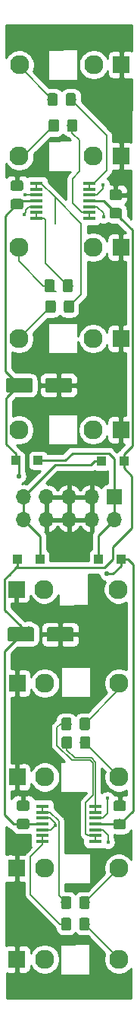
<source format=gbr>
G04 #@! TF.GenerationSoftware,KiCad,Pcbnew,(5.1.2-1)-1*
G04 #@! TF.CreationDate,2020-08-10T22:20:09-07:00*
G04 #@! TF.ProjectId,active_dual_mult,61637469-7665-45f6-9475-616c5f6d756c,rev?*
G04 #@! TF.SameCoordinates,Original*
G04 #@! TF.FileFunction,Copper,L1,Top*
G04 #@! TF.FilePolarity,Positive*
%FSLAX46Y46*%
G04 Gerber Fmt 4.6, Leading zero omitted, Abs format (unit mm)*
G04 Created by KiCad (PCBNEW (5.1.2-1)-1) date 2020-08-10 22:20:09*
%MOMM*%
%LPD*%
G04 APERTURE LIST*
%ADD10C,0.100000*%
%ADD11C,1.150000*%
%ADD12R,1.000000X1.000000*%
%ADD13C,2.130000*%
%ADD14R,1.830000X1.930000*%
%ADD15O,1.700000X1.700000*%
%ADD16R,1.700000X1.700000*%
%ADD17C,1.600000*%
%ADD18R,1.450000X0.450000*%
%ADD19C,0.540000*%
%ADD20C,0.450000*%
%ADD21C,0.254000*%
%ADD22C,0.127000*%
G04 APERTURE END LIST*
D10*
G36*
X160538305Y-101485404D02*
G01*
X160562573Y-101489004D01*
X160586372Y-101494965D01*
X160609471Y-101503230D01*
X160631650Y-101513720D01*
X160652693Y-101526332D01*
X160672399Y-101540947D01*
X160690577Y-101557423D01*
X160707053Y-101575601D01*
X160721668Y-101595307D01*
X160734280Y-101616350D01*
X160744770Y-101638529D01*
X160753035Y-101661628D01*
X160758996Y-101685427D01*
X160762596Y-101709695D01*
X160763800Y-101734199D01*
X160763800Y-102634201D01*
X160762596Y-102658705D01*
X160758996Y-102682973D01*
X160753035Y-102706772D01*
X160744770Y-102729871D01*
X160734280Y-102752050D01*
X160721668Y-102773093D01*
X160707053Y-102792799D01*
X160690577Y-102810977D01*
X160672399Y-102827453D01*
X160652693Y-102842068D01*
X160631650Y-102854680D01*
X160609471Y-102865170D01*
X160586372Y-102873435D01*
X160562573Y-102879396D01*
X160538305Y-102882996D01*
X160513801Y-102884200D01*
X159863799Y-102884200D01*
X159839295Y-102882996D01*
X159815027Y-102879396D01*
X159791228Y-102873435D01*
X159768129Y-102865170D01*
X159745950Y-102854680D01*
X159724907Y-102842068D01*
X159705201Y-102827453D01*
X159687023Y-102810977D01*
X159670547Y-102792799D01*
X159655932Y-102773093D01*
X159643320Y-102752050D01*
X159632830Y-102729871D01*
X159624565Y-102706772D01*
X159618604Y-102682973D01*
X159615004Y-102658705D01*
X159613800Y-102634201D01*
X159613800Y-101734199D01*
X159615004Y-101709695D01*
X159618604Y-101685427D01*
X159624565Y-101661628D01*
X159632830Y-101638529D01*
X159643320Y-101616350D01*
X159655932Y-101595307D01*
X159670547Y-101575601D01*
X159687023Y-101557423D01*
X159705201Y-101540947D01*
X159724907Y-101526332D01*
X159745950Y-101513720D01*
X159768129Y-101503230D01*
X159791228Y-101494965D01*
X159815027Y-101489004D01*
X159839295Y-101485404D01*
X159863799Y-101484200D01*
X160513801Y-101484200D01*
X160538305Y-101485404D01*
X160538305Y-101485404D01*
G37*
D11*
X160188800Y-102184200D03*
D10*
G36*
X162588305Y-101485404D02*
G01*
X162612573Y-101489004D01*
X162636372Y-101494965D01*
X162659471Y-101503230D01*
X162681650Y-101513720D01*
X162702693Y-101526332D01*
X162722399Y-101540947D01*
X162740577Y-101557423D01*
X162757053Y-101575601D01*
X162771668Y-101595307D01*
X162784280Y-101616350D01*
X162794770Y-101638529D01*
X162803035Y-101661628D01*
X162808996Y-101685427D01*
X162812596Y-101709695D01*
X162813800Y-101734199D01*
X162813800Y-102634201D01*
X162812596Y-102658705D01*
X162808996Y-102682973D01*
X162803035Y-102706772D01*
X162794770Y-102729871D01*
X162784280Y-102752050D01*
X162771668Y-102773093D01*
X162757053Y-102792799D01*
X162740577Y-102810977D01*
X162722399Y-102827453D01*
X162702693Y-102842068D01*
X162681650Y-102854680D01*
X162659471Y-102865170D01*
X162636372Y-102873435D01*
X162612573Y-102879396D01*
X162588305Y-102882996D01*
X162563801Y-102884200D01*
X161913799Y-102884200D01*
X161889295Y-102882996D01*
X161865027Y-102879396D01*
X161841228Y-102873435D01*
X161818129Y-102865170D01*
X161795950Y-102854680D01*
X161774907Y-102842068D01*
X161755201Y-102827453D01*
X161737023Y-102810977D01*
X161720547Y-102792799D01*
X161705932Y-102773093D01*
X161693320Y-102752050D01*
X161682830Y-102729871D01*
X161674565Y-102706772D01*
X161668604Y-102682973D01*
X161665004Y-102658705D01*
X161663800Y-102634201D01*
X161663800Y-101734199D01*
X161665004Y-101709695D01*
X161668604Y-101685427D01*
X161674565Y-101661628D01*
X161682830Y-101638529D01*
X161693320Y-101616350D01*
X161705932Y-101595307D01*
X161720547Y-101575601D01*
X161737023Y-101557423D01*
X161755201Y-101540947D01*
X161774907Y-101526332D01*
X161795950Y-101513720D01*
X161818129Y-101503230D01*
X161841228Y-101494965D01*
X161865027Y-101489004D01*
X161889295Y-101485404D01*
X161913799Y-101484200D01*
X162563801Y-101484200D01*
X162588305Y-101485404D01*
X162588305Y-101485404D01*
G37*
D11*
X162238800Y-102184200D03*
D12*
X154680600Y-81788000D03*
X157180600Y-81788000D03*
D10*
G36*
X155084305Y-41675404D02*
G01*
X155108573Y-41679004D01*
X155132372Y-41684965D01*
X155155471Y-41693230D01*
X155177650Y-41703720D01*
X155198693Y-41716332D01*
X155218399Y-41730947D01*
X155236577Y-41747423D01*
X155253053Y-41765601D01*
X155267668Y-41785307D01*
X155280280Y-41806350D01*
X155290770Y-41828529D01*
X155299035Y-41851628D01*
X155304996Y-41875427D01*
X155308596Y-41899695D01*
X155309800Y-41924199D01*
X155309800Y-42574201D01*
X155308596Y-42598705D01*
X155304996Y-42622973D01*
X155299035Y-42646772D01*
X155290770Y-42669871D01*
X155280280Y-42692050D01*
X155267668Y-42713093D01*
X155253053Y-42732799D01*
X155236577Y-42750977D01*
X155218399Y-42767453D01*
X155198693Y-42782068D01*
X155177650Y-42794680D01*
X155155471Y-42805170D01*
X155132372Y-42813435D01*
X155108573Y-42819396D01*
X155084305Y-42822996D01*
X155059801Y-42824200D01*
X154159799Y-42824200D01*
X154135295Y-42822996D01*
X154111027Y-42819396D01*
X154087228Y-42813435D01*
X154064129Y-42805170D01*
X154041950Y-42794680D01*
X154020907Y-42782068D01*
X154001201Y-42767453D01*
X153983023Y-42750977D01*
X153966547Y-42732799D01*
X153951932Y-42713093D01*
X153939320Y-42692050D01*
X153928830Y-42669871D01*
X153920565Y-42646772D01*
X153914604Y-42622973D01*
X153911004Y-42598705D01*
X153909800Y-42574201D01*
X153909800Y-41924199D01*
X153911004Y-41899695D01*
X153914604Y-41875427D01*
X153920565Y-41851628D01*
X153928830Y-41828529D01*
X153939320Y-41806350D01*
X153951932Y-41785307D01*
X153966547Y-41765601D01*
X153983023Y-41747423D01*
X154001201Y-41730947D01*
X154020907Y-41716332D01*
X154041950Y-41703720D01*
X154064129Y-41693230D01*
X154087228Y-41684965D01*
X154111027Y-41679004D01*
X154135295Y-41675404D01*
X154159799Y-41674200D01*
X155059801Y-41674200D01*
X155084305Y-41675404D01*
X155084305Y-41675404D01*
G37*
D11*
X154609800Y-42249200D03*
D10*
G36*
X155084305Y-39625404D02*
G01*
X155108573Y-39629004D01*
X155132372Y-39634965D01*
X155155471Y-39643230D01*
X155177650Y-39653720D01*
X155198693Y-39666332D01*
X155218399Y-39680947D01*
X155236577Y-39697423D01*
X155253053Y-39715601D01*
X155267668Y-39735307D01*
X155280280Y-39756350D01*
X155290770Y-39778529D01*
X155299035Y-39801628D01*
X155304996Y-39825427D01*
X155308596Y-39849695D01*
X155309800Y-39874199D01*
X155309800Y-40524201D01*
X155308596Y-40548705D01*
X155304996Y-40572973D01*
X155299035Y-40596772D01*
X155290770Y-40619871D01*
X155280280Y-40642050D01*
X155267668Y-40663093D01*
X155253053Y-40682799D01*
X155236577Y-40700977D01*
X155218399Y-40717453D01*
X155198693Y-40732068D01*
X155177650Y-40744680D01*
X155155471Y-40755170D01*
X155132372Y-40763435D01*
X155108573Y-40769396D01*
X155084305Y-40772996D01*
X155059801Y-40774200D01*
X154159799Y-40774200D01*
X154135295Y-40772996D01*
X154111027Y-40769396D01*
X154087228Y-40763435D01*
X154064129Y-40755170D01*
X154041950Y-40744680D01*
X154020907Y-40732068D01*
X154001201Y-40717453D01*
X153983023Y-40700977D01*
X153966547Y-40682799D01*
X153951932Y-40663093D01*
X153939320Y-40642050D01*
X153928830Y-40619871D01*
X153920565Y-40596772D01*
X153914604Y-40572973D01*
X153911004Y-40548705D01*
X153909800Y-40524201D01*
X153909800Y-39874199D01*
X153911004Y-39849695D01*
X153914604Y-39825427D01*
X153920565Y-39801628D01*
X153928830Y-39778529D01*
X153939320Y-39756350D01*
X153951932Y-39735307D01*
X153966547Y-39715601D01*
X153983023Y-39697423D01*
X154001201Y-39680947D01*
X154020907Y-39666332D01*
X154041950Y-39653720D01*
X154064129Y-39643230D01*
X154087228Y-39634965D01*
X154111027Y-39629004D01*
X154135295Y-39625404D01*
X154159799Y-39624200D01*
X155059801Y-39624200D01*
X155084305Y-39625404D01*
X155084305Y-39625404D01*
G37*
D11*
X154609800Y-40199200D03*
D12*
X156977400Y-70789800D03*
X154477400Y-70789800D03*
D13*
X165959000Y-85115400D03*
D14*
X154559000Y-85115400D03*
D13*
X157659000Y-85115400D03*
D15*
X155346400Y-77368400D03*
X155346400Y-74828400D03*
X157886400Y-77368400D03*
X157886400Y-74828400D03*
X160426400Y-77368400D03*
X160426400Y-74828400D03*
X162966400Y-77368400D03*
X162966400Y-74828400D03*
X165506400Y-77368400D03*
D16*
X165506400Y-74828400D03*
D13*
X163143000Y-67386200D03*
D14*
X166243000Y-67386200D03*
D13*
X154843000Y-67386200D03*
X163143000Y-57226200D03*
D14*
X166243000Y-57226200D03*
D13*
X154843000Y-57226200D03*
X154843000Y-47066200D03*
D14*
X166243000Y-47066200D03*
D13*
X163143000Y-47066200D03*
X154868400Y-36906200D03*
D14*
X166268400Y-36906200D03*
D13*
X163168400Y-36906200D03*
X163193800Y-26746200D03*
D14*
X166293800Y-26746200D03*
D13*
X154893800Y-26746200D03*
X166035200Y-95580200D03*
D14*
X154635200Y-95580200D03*
D13*
X157735200Y-95580200D03*
X157709800Y-116179600D03*
D14*
X154609800Y-116179600D03*
D13*
X166009800Y-116179600D03*
X166009800Y-126288800D03*
D14*
X154609800Y-126288800D03*
D13*
X157709800Y-126288800D03*
D10*
G36*
X156148104Y-61609004D02*
G01*
X156172373Y-61612604D01*
X156196171Y-61618565D01*
X156219271Y-61626830D01*
X156241449Y-61637320D01*
X156262493Y-61649933D01*
X156282198Y-61664547D01*
X156300377Y-61681023D01*
X156316853Y-61699202D01*
X156331467Y-61718907D01*
X156344080Y-61739951D01*
X156354570Y-61762129D01*
X156362835Y-61785229D01*
X156368796Y-61809027D01*
X156372396Y-61833296D01*
X156373600Y-61857800D01*
X156373600Y-62957800D01*
X156372396Y-62982304D01*
X156368796Y-63006573D01*
X156362835Y-63030371D01*
X156354570Y-63053471D01*
X156344080Y-63075649D01*
X156331467Y-63096693D01*
X156316853Y-63116398D01*
X156300377Y-63134577D01*
X156282198Y-63151053D01*
X156262493Y-63165667D01*
X156241449Y-63178280D01*
X156219271Y-63188770D01*
X156196171Y-63197035D01*
X156172373Y-63202996D01*
X156148104Y-63206596D01*
X156123600Y-63207800D01*
X153623600Y-63207800D01*
X153599096Y-63206596D01*
X153574827Y-63202996D01*
X153551029Y-63197035D01*
X153527929Y-63188770D01*
X153505751Y-63178280D01*
X153484707Y-63165667D01*
X153465002Y-63151053D01*
X153446823Y-63134577D01*
X153430347Y-63116398D01*
X153415733Y-63096693D01*
X153403120Y-63075649D01*
X153392630Y-63053471D01*
X153384365Y-63030371D01*
X153378404Y-63006573D01*
X153374804Y-62982304D01*
X153373600Y-62957800D01*
X153373600Y-61857800D01*
X153374804Y-61833296D01*
X153378404Y-61809027D01*
X153384365Y-61785229D01*
X153392630Y-61762129D01*
X153403120Y-61739951D01*
X153415733Y-61718907D01*
X153430347Y-61699202D01*
X153446823Y-61681023D01*
X153465002Y-61664547D01*
X153484707Y-61649933D01*
X153505751Y-61637320D01*
X153527929Y-61626830D01*
X153551029Y-61618565D01*
X153574827Y-61612604D01*
X153599096Y-61609004D01*
X153623600Y-61607800D01*
X156123600Y-61607800D01*
X156148104Y-61609004D01*
X156148104Y-61609004D01*
G37*
D17*
X154873600Y-62407800D03*
D10*
G36*
X160548104Y-61609004D02*
G01*
X160572373Y-61612604D01*
X160596171Y-61618565D01*
X160619271Y-61626830D01*
X160641449Y-61637320D01*
X160662493Y-61649933D01*
X160682198Y-61664547D01*
X160700377Y-61681023D01*
X160716853Y-61699202D01*
X160731467Y-61718907D01*
X160744080Y-61739951D01*
X160754570Y-61762129D01*
X160762835Y-61785229D01*
X160768796Y-61809027D01*
X160772396Y-61833296D01*
X160773600Y-61857800D01*
X160773600Y-62957800D01*
X160772396Y-62982304D01*
X160768796Y-63006573D01*
X160762835Y-63030371D01*
X160754570Y-63053471D01*
X160744080Y-63075649D01*
X160731467Y-63096693D01*
X160716853Y-63116398D01*
X160700377Y-63134577D01*
X160682198Y-63151053D01*
X160662493Y-63165667D01*
X160641449Y-63178280D01*
X160619271Y-63188770D01*
X160596171Y-63197035D01*
X160572373Y-63202996D01*
X160548104Y-63206596D01*
X160523600Y-63207800D01*
X158023600Y-63207800D01*
X157999096Y-63206596D01*
X157974827Y-63202996D01*
X157951029Y-63197035D01*
X157927929Y-63188770D01*
X157905751Y-63178280D01*
X157884707Y-63165667D01*
X157865002Y-63151053D01*
X157846823Y-63134577D01*
X157830347Y-63116398D01*
X157815733Y-63096693D01*
X157803120Y-63075649D01*
X157792630Y-63053471D01*
X157784365Y-63030371D01*
X157778404Y-63006573D01*
X157774804Y-62982304D01*
X157773600Y-62957800D01*
X157773600Y-61857800D01*
X157774804Y-61833296D01*
X157778404Y-61809027D01*
X157784365Y-61785229D01*
X157792630Y-61762129D01*
X157803120Y-61739951D01*
X157815733Y-61718907D01*
X157830347Y-61699202D01*
X157846823Y-61681023D01*
X157865002Y-61664547D01*
X157884707Y-61649933D01*
X157905751Y-61637320D01*
X157927929Y-61626830D01*
X157951029Y-61618565D01*
X157974827Y-61612604D01*
X157999096Y-61609004D01*
X158023600Y-61607800D01*
X160523600Y-61607800D01*
X160548104Y-61609004D01*
X160548104Y-61609004D01*
G37*
D17*
X159273600Y-62407800D03*
D10*
G36*
X156325904Y-89345804D02*
G01*
X156350173Y-89349404D01*
X156373971Y-89355365D01*
X156397071Y-89363630D01*
X156419249Y-89374120D01*
X156440293Y-89386733D01*
X156459998Y-89401347D01*
X156478177Y-89417823D01*
X156494653Y-89436002D01*
X156509267Y-89455707D01*
X156521880Y-89476751D01*
X156532370Y-89498929D01*
X156540635Y-89522029D01*
X156546596Y-89545827D01*
X156550196Y-89570096D01*
X156551400Y-89594600D01*
X156551400Y-90694600D01*
X156550196Y-90719104D01*
X156546596Y-90743373D01*
X156540635Y-90767171D01*
X156532370Y-90790271D01*
X156521880Y-90812449D01*
X156509267Y-90833493D01*
X156494653Y-90853198D01*
X156478177Y-90871377D01*
X156459998Y-90887853D01*
X156440293Y-90902467D01*
X156419249Y-90915080D01*
X156397071Y-90925570D01*
X156373971Y-90933835D01*
X156350173Y-90939796D01*
X156325904Y-90943396D01*
X156301400Y-90944600D01*
X153801400Y-90944600D01*
X153776896Y-90943396D01*
X153752627Y-90939796D01*
X153728829Y-90933835D01*
X153705729Y-90925570D01*
X153683551Y-90915080D01*
X153662507Y-90902467D01*
X153642802Y-90887853D01*
X153624623Y-90871377D01*
X153608147Y-90853198D01*
X153593533Y-90833493D01*
X153580920Y-90812449D01*
X153570430Y-90790271D01*
X153562165Y-90767171D01*
X153556204Y-90743373D01*
X153552604Y-90719104D01*
X153551400Y-90694600D01*
X153551400Y-89594600D01*
X153552604Y-89570096D01*
X153556204Y-89545827D01*
X153562165Y-89522029D01*
X153570430Y-89498929D01*
X153580920Y-89476751D01*
X153593533Y-89455707D01*
X153608147Y-89436002D01*
X153624623Y-89417823D01*
X153642802Y-89401347D01*
X153662507Y-89386733D01*
X153683551Y-89374120D01*
X153705729Y-89363630D01*
X153728829Y-89355365D01*
X153752627Y-89349404D01*
X153776896Y-89345804D01*
X153801400Y-89344600D01*
X156301400Y-89344600D01*
X156325904Y-89345804D01*
X156325904Y-89345804D01*
G37*
D17*
X155051400Y-90144600D03*
D10*
G36*
X160725904Y-89345804D02*
G01*
X160750173Y-89349404D01*
X160773971Y-89355365D01*
X160797071Y-89363630D01*
X160819249Y-89374120D01*
X160840293Y-89386733D01*
X160859998Y-89401347D01*
X160878177Y-89417823D01*
X160894653Y-89436002D01*
X160909267Y-89455707D01*
X160921880Y-89476751D01*
X160932370Y-89498929D01*
X160940635Y-89522029D01*
X160946596Y-89545827D01*
X160950196Y-89570096D01*
X160951400Y-89594600D01*
X160951400Y-90694600D01*
X160950196Y-90719104D01*
X160946596Y-90743373D01*
X160940635Y-90767171D01*
X160932370Y-90790271D01*
X160921880Y-90812449D01*
X160909267Y-90833493D01*
X160894653Y-90853198D01*
X160878177Y-90871377D01*
X160859998Y-90887853D01*
X160840293Y-90902467D01*
X160819249Y-90915080D01*
X160797071Y-90925570D01*
X160773971Y-90933835D01*
X160750173Y-90939796D01*
X160725904Y-90943396D01*
X160701400Y-90944600D01*
X158201400Y-90944600D01*
X158176896Y-90943396D01*
X158152627Y-90939796D01*
X158128829Y-90933835D01*
X158105729Y-90925570D01*
X158083551Y-90915080D01*
X158062507Y-90902467D01*
X158042802Y-90887853D01*
X158024623Y-90871377D01*
X158008147Y-90853198D01*
X157993533Y-90833493D01*
X157980920Y-90812449D01*
X157970430Y-90790271D01*
X157962165Y-90767171D01*
X157956204Y-90743373D01*
X157952604Y-90719104D01*
X157951400Y-90694600D01*
X157951400Y-89594600D01*
X157952604Y-89570096D01*
X157956204Y-89545827D01*
X157962165Y-89522029D01*
X157970430Y-89498929D01*
X157980920Y-89476751D01*
X157993533Y-89455707D01*
X158008147Y-89436002D01*
X158024623Y-89417823D01*
X158042802Y-89401347D01*
X158062507Y-89386733D01*
X158083551Y-89374120D01*
X158105729Y-89363630D01*
X158128829Y-89355365D01*
X158152627Y-89349404D01*
X158176896Y-89345804D01*
X158201400Y-89344600D01*
X160701400Y-89344600D01*
X160725904Y-89345804D01*
X160725904Y-89345804D01*
G37*
D17*
X159451400Y-90144600D03*
D10*
G36*
X166133305Y-40641404D02*
G01*
X166157573Y-40645004D01*
X166181372Y-40650965D01*
X166204471Y-40659230D01*
X166226650Y-40669720D01*
X166247693Y-40682332D01*
X166267399Y-40696947D01*
X166285577Y-40713423D01*
X166302053Y-40731601D01*
X166316668Y-40751307D01*
X166329280Y-40772350D01*
X166339770Y-40794529D01*
X166348035Y-40817628D01*
X166353996Y-40841427D01*
X166357596Y-40865695D01*
X166358800Y-40890199D01*
X166358800Y-41540201D01*
X166357596Y-41564705D01*
X166353996Y-41588973D01*
X166348035Y-41612772D01*
X166339770Y-41635871D01*
X166329280Y-41658050D01*
X166316668Y-41679093D01*
X166302053Y-41698799D01*
X166285577Y-41716977D01*
X166267399Y-41733453D01*
X166247693Y-41748068D01*
X166226650Y-41760680D01*
X166204471Y-41771170D01*
X166181372Y-41779435D01*
X166157573Y-41785396D01*
X166133305Y-41788996D01*
X166108801Y-41790200D01*
X165208799Y-41790200D01*
X165184295Y-41788996D01*
X165160027Y-41785396D01*
X165136228Y-41779435D01*
X165113129Y-41771170D01*
X165090950Y-41760680D01*
X165069907Y-41748068D01*
X165050201Y-41733453D01*
X165032023Y-41716977D01*
X165015547Y-41698799D01*
X165000932Y-41679093D01*
X164988320Y-41658050D01*
X164977830Y-41635871D01*
X164969565Y-41612772D01*
X164963604Y-41588973D01*
X164960004Y-41564705D01*
X164958800Y-41540201D01*
X164958800Y-40890199D01*
X164960004Y-40865695D01*
X164963604Y-40841427D01*
X164969565Y-40817628D01*
X164977830Y-40794529D01*
X164988320Y-40772350D01*
X165000932Y-40751307D01*
X165015547Y-40731601D01*
X165032023Y-40713423D01*
X165050201Y-40696947D01*
X165069907Y-40682332D01*
X165090950Y-40669720D01*
X165113129Y-40659230D01*
X165136228Y-40650965D01*
X165160027Y-40645004D01*
X165184295Y-40641404D01*
X165208799Y-40640200D01*
X166108801Y-40640200D01*
X166133305Y-40641404D01*
X166133305Y-40641404D01*
G37*
D11*
X165658800Y-41215200D03*
D10*
G36*
X166133305Y-42691404D02*
G01*
X166157573Y-42695004D01*
X166181372Y-42700965D01*
X166204471Y-42709230D01*
X166226650Y-42719720D01*
X166247693Y-42732332D01*
X166267399Y-42746947D01*
X166285577Y-42763423D01*
X166302053Y-42781601D01*
X166316668Y-42801307D01*
X166329280Y-42822350D01*
X166339770Y-42844529D01*
X166348035Y-42867628D01*
X166353996Y-42891427D01*
X166357596Y-42915695D01*
X166358800Y-42940199D01*
X166358800Y-43590201D01*
X166357596Y-43614705D01*
X166353996Y-43638973D01*
X166348035Y-43662772D01*
X166339770Y-43685871D01*
X166329280Y-43708050D01*
X166316668Y-43729093D01*
X166302053Y-43748799D01*
X166285577Y-43766977D01*
X166267399Y-43783453D01*
X166247693Y-43798068D01*
X166226650Y-43810680D01*
X166204471Y-43821170D01*
X166181372Y-43829435D01*
X166157573Y-43835396D01*
X166133305Y-43838996D01*
X166108801Y-43840200D01*
X165208799Y-43840200D01*
X165184295Y-43838996D01*
X165160027Y-43835396D01*
X165136228Y-43829435D01*
X165113129Y-43821170D01*
X165090950Y-43810680D01*
X165069907Y-43798068D01*
X165050201Y-43783453D01*
X165032023Y-43766977D01*
X165015547Y-43748799D01*
X165000932Y-43729093D01*
X164988320Y-43708050D01*
X164977830Y-43685871D01*
X164969565Y-43662772D01*
X164963604Y-43638973D01*
X164960004Y-43614705D01*
X164958800Y-43590201D01*
X164958800Y-42940199D01*
X164960004Y-42915695D01*
X164963604Y-42891427D01*
X164969565Y-42867628D01*
X164977830Y-42844529D01*
X164988320Y-42822350D01*
X165000932Y-42801307D01*
X165015547Y-42781601D01*
X165032023Y-42763423D01*
X165050201Y-42746947D01*
X165069907Y-42732332D01*
X165090950Y-42719720D01*
X165113129Y-42709230D01*
X165136228Y-42700965D01*
X165160027Y-42695004D01*
X165184295Y-42691404D01*
X165208799Y-42690200D01*
X166108801Y-42690200D01*
X166133305Y-42691404D01*
X166133305Y-42691404D01*
G37*
D11*
X165658800Y-43265200D03*
D10*
G36*
X166590505Y-110687204D02*
G01*
X166614773Y-110690804D01*
X166638572Y-110696765D01*
X166661671Y-110705030D01*
X166683850Y-110715520D01*
X166704893Y-110728132D01*
X166724599Y-110742747D01*
X166742777Y-110759223D01*
X166759253Y-110777401D01*
X166773868Y-110797107D01*
X166786480Y-110818150D01*
X166796970Y-110840329D01*
X166805235Y-110863428D01*
X166811196Y-110887227D01*
X166814796Y-110911495D01*
X166816000Y-110935999D01*
X166816000Y-111586001D01*
X166814796Y-111610505D01*
X166811196Y-111634773D01*
X166805235Y-111658572D01*
X166796970Y-111681671D01*
X166786480Y-111703850D01*
X166773868Y-111724893D01*
X166759253Y-111744599D01*
X166742777Y-111762777D01*
X166724599Y-111779253D01*
X166704893Y-111793868D01*
X166683850Y-111806480D01*
X166661671Y-111816970D01*
X166638572Y-111825235D01*
X166614773Y-111831196D01*
X166590505Y-111834796D01*
X166566001Y-111836000D01*
X165665999Y-111836000D01*
X165641495Y-111834796D01*
X165617227Y-111831196D01*
X165593428Y-111825235D01*
X165570329Y-111816970D01*
X165548150Y-111806480D01*
X165527107Y-111793868D01*
X165507401Y-111779253D01*
X165489223Y-111762777D01*
X165472747Y-111744599D01*
X165458132Y-111724893D01*
X165445520Y-111703850D01*
X165435030Y-111681671D01*
X165426765Y-111658572D01*
X165420804Y-111634773D01*
X165417204Y-111610505D01*
X165416000Y-111586001D01*
X165416000Y-110935999D01*
X165417204Y-110911495D01*
X165420804Y-110887227D01*
X165426765Y-110863428D01*
X165435030Y-110840329D01*
X165445520Y-110818150D01*
X165458132Y-110797107D01*
X165472747Y-110777401D01*
X165489223Y-110759223D01*
X165507401Y-110742747D01*
X165527107Y-110728132D01*
X165548150Y-110715520D01*
X165570329Y-110705030D01*
X165593428Y-110696765D01*
X165617227Y-110690804D01*
X165641495Y-110687204D01*
X165665999Y-110686000D01*
X166566001Y-110686000D01*
X166590505Y-110687204D01*
X166590505Y-110687204D01*
G37*
D11*
X166116000Y-111261000D03*
D10*
G36*
X166590505Y-108637204D02*
G01*
X166614773Y-108640804D01*
X166638572Y-108646765D01*
X166661671Y-108655030D01*
X166683850Y-108665520D01*
X166704893Y-108678132D01*
X166724599Y-108692747D01*
X166742777Y-108709223D01*
X166759253Y-108727401D01*
X166773868Y-108747107D01*
X166786480Y-108768150D01*
X166796970Y-108790329D01*
X166805235Y-108813428D01*
X166811196Y-108837227D01*
X166814796Y-108861495D01*
X166816000Y-108885999D01*
X166816000Y-109536001D01*
X166814796Y-109560505D01*
X166811196Y-109584773D01*
X166805235Y-109608572D01*
X166796970Y-109631671D01*
X166786480Y-109653850D01*
X166773868Y-109674893D01*
X166759253Y-109694599D01*
X166742777Y-109712777D01*
X166724599Y-109729253D01*
X166704893Y-109743868D01*
X166683850Y-109756480D01*
X166661671Y-109766970D01*
X166638572Y-109775235D01*
X166614773Y-109781196D01*
X166590505Y-109784796D01*
X166566001Y-109786000D01*
X165665999Y-109786000D01*
X165641495Y-109784796D01*
X165617227Y-109781196D01*
X165593428Y-109775235D01*
X165570329Y-109766970D01*
X165548150Y-109756480D01*
X165527107Y-109743868D01*
X165507401Y-109729253D01*
X165489223Y-109712777D01*
X165472747Y-109694599D01*
X165458132Y-109674893D01*
X165445520Y-109653850D01*
X165435030Y-109631671D01*
X165426765Y-109608572D01*
X165420804Y-109584773D01*
X165417204Y-109560505D01*
X165416000Y-109536001D01*
X165416000Y-108885999D01*
X165417204Y-108861495D01*
X165420804Y-108837227D01*
X165426765Y-108813428D01*
X165435030Y-108790329D01*
X165445520Y-108768150D01*
X165458132Y-108747107D01*
X165472747Y-108727401D01*
X165489223Y-108709223D01*
X165507401Y-108692747D01*
X165527107Y-108678132D01*
X165548150Y-108665520D01*
X165570329Y-108655030D01*
X165593428Y-108646765D01*
X165617227Y-108640804D01*
X165641495Y-108637204D01*
X165665999Y-108636000D01*
X166566001Y-108636000D01*
X166590505Y-108637204D01*
X166590505Y-108637204D01*
G37*
D11*
X166116000Y-109211000D03*
D10*
G36*
X155770105Y-108611804D02*
G01*
X155794373Y-108615404D01*
X155818172Y-108621365D01*
X155841271Y-108629630D01*
X155863450Y-108640120D01*
X155884493Y-108652732D01*
X155904199Y-108667347D01*
X155922377Y-108683823D01*
X155938853Y-108702001D01*
X155953468Y-108721707D01*
X155966080Y-108742750D01*
X155976570Y-108764929D01*
X155984835Y-108788028D01*
X155990796Y-108811827D01*
X155994396Y-108836095D01*
X155995600Y-108860599D01*
X155995600Y-109510601D01*
X155994396Y-109535105D01*
X155990796Y-109559373D01*
X155984835Y-109583172D01*
X155976570Y-109606271D01*
X155966080Y-109628450D01*
X155953468Y-109649493D01*
X155938853Y-109669199D01*
X155922377Y-109687377D01*
X155904199Y-109703853D01*
X155884493Y-109718468D01*
X155863450Y-109731080D01*
X155841271Y-109741570D01*
X155818172Y-109749835D01*
X155794373Y-109755796D01*
X155770105Y-109759396D01*
X155745601Y-109760600D01*
X154845599Y-109760600D01*
X154821095Y-109759396D01*
X154796827Y-109755796D01*
X154773028Y-109749835D01*
X154749929Y-109741570D01*
X154727750Y-109731080D01*
X154706707Y-109718468D01*
X154687001Y-109703853D01*
X154668823Y-109687377D01*
X154652347Y-109669199D01*
X154637732Y-109649493D01*
X154625120Y-109628450D01*
X154614630Y-109606271D01*
X154606365Y-109583172D01*
X154600404Y-109559373D01*
X154596804Y-109535105D01*
X154595600Y-109510601D01*
X154595600Y-108860599D01*
X154596804Y-108836095D01*
X154600404Y-108811827D01*
X154606365Y-108788028D01*
X154614630Y-108764929D01*
X154625120Y-108742750D01*
X154637732Y-108721707D01*
X154652347Y-108702001D01*
X154668823Y-108683823D01*
X154687001Y-108667347D01*
X154706707Y-108652732D01*
X154727750Y-108640120D01*
X154749929Y-108629630D01*
X154773028Y-108621365D01*
X154796827Y-108615404D01*
X154821095Y-108611804D01*
X154845599Y-108610600D01*
X155745601Y-108610600D01*
X155770105Y-108611804D01*
X155770105Y-108611804D01*
G37*
D11*
X155295600Y-109185600D03*
D10*
G36*
X155770105Y-110661804D02*
G01*
X155794373Y-110665404D01*
X155818172Y-110671365D01*
X155841271Y-110679630D01*
X155863450Y-110690120D01*
X155884493Y-110702732D01*
X155904199Y-110717347D01*
X155922377Y-110733823D01*
X155938853Y-110752001D01*
X155953468Y-110771707D01*
X155966080Y-110792750D01*
X155976570Y-110814929D01*
X155984835Y-110838028D01*
X155990796Y-110861827D01*
X155994396Y-110886095D01*
X155995600Y-110910599D01*
X155995600Y-111560601D01*
X155994396Y-111585105D01*
X155990796Y-111609373D01*
X155984835Y-111633172D01*
X155976570Y-111656271D01*
X155966080Y-111678450D01*
X155953468Y-111699493D01*
X155938853Y-111719199D01*
X155922377Y-111737377D01*
X155904199Y-111753853D01*
X155884493Y-111768468D01*
X155863450Y-111781080D01*
X155841271Y-111791570D01*
X155818172Y-111799835D01*
X155794373Y-111805796D01*
X155770105Y-111809396D01*
X155745601Y-111810600D01*
X154845599Y-111810600D01*
X154821095Y-111809396D01*
X154796827Y-111805796D01*
X154773028Y-111799835D01*
X154749929Y-111791570D01*
X154727750Y-111781080D01*
X154706707Y-111768468D01*
X154687001Y-111753853D01*
X154668823Y-111737377D01*
X154652347Y-111719199D01*
X154637732Y-111699493D01*
X154625120Y-111678450D01*
X154614630Y-111656271D01*
X154606365Y-111633172D01*
X154600404Y-111609373D01*
X154596804Y-111585105D01*
X154595600Y-111560601D01*
X154595600Y-110910599D01*
X154596804Y-110886095D01*
X154600404Y-110861827D01*
X154606365Y-110838028D01*
X154614630Y-110814929D01*
X154625120Y-110792750D01*
X154637732Y-110771707D01*
X154652347Y-110752001D01*
X154668823Y-110733823D01*
X154687001Y-110717347D01*
X154706707Y-110702732D01*
X154727750Y-110690120D01*
X154749929Y-110679630D01*
X154773028Y-110671365D01*
X154796827Y-110665404D01*
X154821095Y-110661804D01*
X154845599Y-110660600D01*
X155745601Y-110660600D01*
X155770105Y-110661804D01*
X155770105Y-110661804D01*
G37*
D11*
X155295600Y-111235600D03*
D13*
X157735200Y-106019600D03*
D14*
X154635200Y-106019600D03*
D13*
X166035200Y-106019600D03*
D10*
G36*
X160784905Y-52946004D02*
G01*
X160809173Y-52949604D01*
X160832972Y-52955565D01*
X160856071Y-52963830D01*
X160878250Y-52974320D01*
X160899293Y-52986932D01*
X160918999Y-53001547D01*
X160937177Y-53018023D01*
X160953653Y-53036201D01*
X160968268Y-53055907D01*
X160980880Y-53076950D01*
X160991370Y-53099129D01*
X160999635Y-53122228D01*
X161005596Y-53146027D01*
X161009196Y-53170295D01*
X161010400Y-53194799D01*
X161010400Y-54094801D01*
X161009196Y-54119305D01*
X161005596Y-54143573D01*
X160999635Y-54167372D01*
X160991370Y-54190471D01*
X160980880Y-54212650D01*
X160968268Y-54233693D01*
X160953653Y-54253399D01*
X160937177Y-54271577D01*
X160918999Y-54288053D01*
X160899293Y-54302668D01*
X160878250Y-54315280D01*
X160856071Y-54325770D01*
X160832972Y-54334035D01*
X160809173Y-54339996D01*
X160784905Y-54343596D01*
X160760401Y-54344800D01*
X160110399Y-54344800D01*
X160085895Y-54343596D01*
X160061627Y-54339996D01*
X160037828Y-54334035D01*
X160014729Y-54325770D01*
X159992550Y-54315280D01*
X159971507Y-54302668D01*
X159951801Y-54288053D01*
X159933623Y-54271577D01*
X159917147Y-54253399D01*
X159902532Y-54233693D01*
X159889920Y-54212650D01*
X159879430Y-54190471D01*
X159871165Y-54167372D01*
X159865204Y-54143573D01*
X159861604Y-54119305D01*
X159860400Y-54094801D01*
X159860400Y-53194799D01*
X159861604Y-53170295D01*
X159865204Y-53146027D01*
X159871165Y-53122228D01*
X159879430Y-53099129D01*
X159889920Y-53076950D01*
X159902532Y-53055907D01*
X159917147Y-53036201D01*
X159933623Y-53018023D01*
X159951801Y-53001547D01*
X159971507Y-52986932D01*
X159992550Y-52974320D01*
X160014729Y-52963830D01*
X160037828Y-52955565D01*
X160061627Y-52949604D01*
X160085895Y-52946004D01*
X160110399Y-52944800D01*
X160760401Y-52944800D01*
X160784905Y-52946004D01*
X160784905Y-52946004D01*
G37*
D11*
X160435400Y-53644800D03*
D10*
G36*
X158734905Y-52946004D02*
G01*
X158759173Y-52949604D01*
X158782972Y-52955565D01*
X158806071Y-52963830D01*
X158828250Y-52974320D01*
X158849293Y-52986932D01*
X158868999Y-53001547D01*
X158887177Y-53018023D01*
X158903653Y-53036201D01*
X158918268Y-53055907D01*
X158930880Y-53076950D01*
X158941370Y-53099129D01*
X158949635Y-53122228D01*
X158955596Y-53146027D01*
X158959196Y-53170295D01*
X158960400Y-53194799D01*
X158960400Y-54094801D01*
X158959196Y-54119305D01*
X158955596Y-54143573D01*
X158949635Y-54167372D01*
X158941370Y-54190471D01*
X158930880Y-54212650D01*
X158918268Y-54233693D01*
X158903653Y-54253399D01*
X158887177Y-54271577D01*
X158868999Y-54288053D01*
X158849293Y-54302668D01*
X158828250Y-54315280D01*
X158806071Y-54325770D01*
X158782972Y-54334035D01*
X158759173Y-54339996D01*
X158734905Y-54343596D01*
X158710401Y-54344800D01*
X158060399Y-54344800D01*
X158035895Y-54343596D01*
X158011627Y-54339996D01*
X157987828Y-54334035D01*
X157964729Y-54325770D01*
X157942550Y-54315280D01*
X157921507Y-54302668D01*
X157901801Y-54288053D01*
X157883623Y-54271577D01*
X157867147Y-54253399D01*
X157852532Y-54233693D01*
X157839920Y-54212650D01*
X157829430Y-54190471D01*
X157821165Y-54167372D01*
X157815204Y-54143573D01*
X157811604Y-54119305D01*
X157810400Y-54094801D01*
X157810400Y-53194799D01*
X157811604Y-53170295D01*
X157815204Y-53146027D01*
X157821165Y-53122228D01*
X157829430Y-53099129D01*
X157839920Y-53076950D01*
X157852532Y-53055907D01*
X157867147Y-53036201D01*
X157883623Y-53018023D01*
X157901801Y-53001547D01*
X157921507Y-52986932D01*
X157942550Y-52974320D01*
X157964729Y-52963830D01*
X157987828Y-52955565D01*
X158011627Y-52949604D01*
X158035895Y-52946004D01*
X158060399Y-52944800D01*
X158710401Y-52944800D01*
X158734905Y-52946004D01*
X158734905Y-52946004D01*
G37*
D11*
X158385400Y-53644800D03*
D10*
G36*
X158607905Y-50634604D02*
G01*
X158632173Y-50638204D01*
X158655972Y-50644165D01*
X158679071Y-50652430D01*
X158701250Y-50662920D01*
X158722293Y-50675532D01*
X158741999Y-50690147D01*
X158760177Y-50706623D01*
X158776653Y-50724801D01*
X158791268Y-50744507D01*
X158803880Y-50765550D01*
X158814370Y-50787729D01*
X158822635Y-50810828D01*
X158828596Y-50834627D01*
X158832196Y-50858895D01*
X158833400Y-50883399D01*
X158833400Y-51783401D01*
X158832196Y-51807905D01*
X158828596Y-51832173D01*
X158822635Y-51855972D01*
X158814370Y-51879071D01*
X158803880Y-51901250D01*
X158791268Y-51922293D01*
X158776653Y-51941999D01*
X158760177Y-51960177D01*
X158741999Y-51976653D01*
X158722293Y-51991268D01*
X158701250Y-52003880D01*
X158679071Y-52014370D01*
X158655972Y-52022635D01*
X158632173Y-52028596D01*
X158607905Y-52032196D01*
X158583401Y-52033400D01*
X157933399Y-52033400D01*
X157908895Y-52032196D01*
X157884627Y-52028596D01*
X157860828Y-52022635D01*
X157837729Y-52014370D01*
X157815550Y-52003880D01*
X157794507Y-51991268D01*
X157774801Y-51976653D01*
X157756623Y-51960177D01*
X157740147Y-51941999D01*
X157725532Y-51922293D01*
X157712920Y-51901250D01*
X157702430Y-51879071D01*
X157694165Y-51855972D01*
X157688204Y-51832173D01*
X157684604Y-51807905D01*
X157683400Y-51783401D01*
X157683400Y-50883399D01*
X157684604Y-50858895D01*
X157688204Y-50834627D01*
X157694165Y-50810828D01*
X157702430Y-50787729D01*
X157712920Y-50765550D01*
X157725532Y-50744507D01*
X157740147Y-50724801D01*
X157756623Y-50706623D01*
X157774801Y-50690147D01*
X157794507Y-50675532D01*
X157815550Y-50662920D01*
X157837729Y-50652430D01*
X157860828Y-50644165D01*
X157884627Y-50638204D01*
X157908895Y-50634604D01*
X157933399Y-50633400D01*
X158583401Y-50633400D01*
X158607905Y-50634604D01*
X158607905Y-50634604D01*
G37*
D11*
X158258400Y-51333400D03*
D10*
G36*
X160657905Y-50634604D02*
G01*
X160682173Y-50638204D01*
X160705972Y-50644165D01*
X160729071Y-50652430D01*
X160751250Y-50662920D01*
X160772293Y-50675532D01*
X160791999Y-50690147D01*
X160810177Y-50706623D01*
X160826653Y-50724801D01*
X160841268Y-50744507D01*
X160853880Y-50765550D01*
X160864370Y-50787729D01*
X160872635Y-50810828D01*
X160878596Y-50834627D01*
X160882196Y-50858895D01*
X160883400Y-50883399D01*
X160883400Y-51783401D01*
X160882196Y-51807905D01*
X160878596Y-51832173D01*
X160872635Y-51855972D01*
X160864370Y-51879071D01*
X160853880Y-51901250D01*
X160841268Y-51922293D01*
X160826653Y-51941999D01*
X160810177Y-51960177D01*
X160791999Y-51976653D01*
X160772293Y-51991268D01*
X160751250Y-52003880D01*
X160729071Y-52014370D01*
X160705972Y-52022635D01*
X160682173Y-52028596D01*
X160657905Y-52032196D01*
X160633401Y-52033400D01*
X159983399Y-52033400D01*
X159958895Y-52032196D01*
X159934627Y-52028596D01*
X159910828Y-52022635D01*
X159887729Y-52014370D01*
X159865550Y-52003880D01*
X159844507Y-51991268D01*
X159824801Y-51976653D01*
X159806623Y-51960177D01*
X159790147Y-51941999D01*
X159775532Y-51922293D01*
X159762920Y-51901250D01*
X159752430Y-51879071D01*
X159744165Y-51855972D01*
X159738204Y-51832173D01*
X159734604Y-51807905D01*
X159733400Y-51783401D01*
X159733400Y-50883399D01*
X159734604Y-50858895D01*
X159738204Y-50834627D01*
X159744165Y-50810828D01*
X159752430Y-50787729D01*
X159762920Y-50765550D01*
X159775532Y-50744507D01*
X159790147Y-50724801D01*
X159806623Y-50706623D01*
X159824801Y-50690147D01*
X159844507Y-50675532D01*
X159865550Y-50662920D01*
X159887729Y-50652430D01*
X159910828Y-50644165D01*
X159934627Y-50638204D01*
X159958895Y-50634604D01*
X159983399Y-50633400D01*
X160633401Y-50633400D01*
X160657905Y-50634604D01*
X160657905Y-50634604D01*
G37*
D11*
X160308400Y-51333400D03*
D10*
G36*
X161140505Y-32803804D02*
G01*
X161164773Y-32807404D01*
X161188572Y-32813365D01*
X161211671Y-32821630D01*
X161233850Y-32832120D01*
X161254893Y-32844732D01*
X161274599Y-32859347D01*
X161292777Y-32875823D01*
X161309253Y-32894001D01*
X161323868Y-32913707D01*
X161336480Y-32934750D01*
X161346970Y-32956929D01*
X161355235Y-32980028D01*
X161361196Y-33003827D01*
X161364796Y-33028095D01*
X161366000Y-33052599D01*
X161366000Y-33952601D01*
X161364796Y-33977105D01*
X161361196Y-34001373D01*
X161355235Y-34025172D01*
X161346970Y-34048271D01*
X161336480Y-34070450D01*
X161323868Y-34091493D01*
X161309253Y-34111199D01*
X161292777Y-34129377D01*
X161274599Y-34145853D01*
X161254893Y-34160468D01*
X161233850Y-34173080D01*
X161211671Y-34183570D01*
X161188572Y-34191835D01*
X161164773Y-34197796D01*
X161140505Y-34201396D01*
X161116001Y-34202600D01*
X160465999Y-34202600D01*
X160441495Y-34201396D01*
X160417227Y-34197796D01*
X160393428Y-34191835D01*
X160370329Y-34183570D01*
X160348150Y-34173080D01*
X160327107Y-34160468D01*
X160307401Y-34145853D01*
X160289223Y-34129377D01*
X160272747Y-34111199D01*
X160258132Y-34091493D01*
X160245520Y-34070450D01*
X160235030Y-34048271D01*
X160226765Y-34025172D01*
X160220804Y-34001373D01*
X160217204Y-33977105D01*
X160216000Y-33952601D01*
X160216000Y-33052599D01*
X160217204Y-33028095D01*
X160220804Y-33003827D01*
X160226765Y-32980028D01*
X160235030Y-32956929D01*
X160245520Y-32934750D01*
X160258132Y-32913707D01*
X160272747Y-32894001D01*
X160289223Y-32875823D01*
X160307401Y-32859347D01*
X160327107Y-32844732D01*
X160348150Y-32832120D01*
X160370329Y-32821630D01*
X160393428Y-32813365D01*
X160417227Y-32807404D01*
X160441495Y-32803804D01*
X160465999Y-32802600D01*
X161116001Y-32802600D01*
X161140505Y-32803804D01*
X161140505Y-32803804D01*
G37*
D11*
X160791000Y-33502600D03*
D10*
G36*
X159090505Y-32803804D02*
G01*
X159114773Y-32807404D01*
X159138572Y-32813365D01*
X159161671Y-32821630D01*
X159183850Y-32832120D01*
X159204893Y-32844732D01*
X159224599Y-32859347D01*
X159242777Y-32875823D01*
X159259253Y-32894001D01*
X159273868Y-32913707D01*
X159286480Y-32934750D01*
X159296970Y-32956929D01*
X159305235Y-32980028D01*
X159311196Y-33003827D01*
X159314796Y-33028095D01*
X159316000Y-33052599D01*
X159316000Y-33952601D01*
X159314796Y-33977105D01*
X159311196Y-34001373D01*
X159305235Y-34025172D01*
X159296970Y-34048271D01*
X159286480Y-34070450D01*
X159273868Y-34091493D01*
X159259253Y-34111199D01*
X159242777Y-34129377D01*
X159224599Y-34145853D01*
X159204893Y-34160468D01*
X159183850Y-34173080D01*
X159161671Y-34183570D01*
X159138572Y-34191835D01*
X159114773Y-34197796D01*
X159090505Y-34201396D01*
X159066001Y-34202600D01*
X158415999Y-34202600D01*
X158391495Y-34201396D01*
X158367227Y-34197796D01*
X158343428Y-34191835D01*
X158320329Y-34183570D01*
X158298150Y-34173080D01*
X158277107Y-34160468D01*
X158257401Y-34145853D01*
X158239223Y-34129377D01*
X158222747Y-34111199D01*
X158208132Y-34091493D01*
X158195520Y-34070450D01*
X158185030Y-34048271D01*
X158176765Y-34025172D01*
X158170804Y-34001373D01*
X158167204Y-33977105D01*
X158166000Y-33952601D01*
X158166000Y-33052599D01*
X158167204Y-33028095D01*
X158170804Y-33003827D01*
X158176765Y-32980028D01*
X158185030Y-32956929D01*
X158195520Y-32934750D01*
X158208132Y-32913707D01*
X158222747Y-32894001D01*
X158239223Y-32875823D01*
X158257401Y-32859347D01*
X158277107Y-32844732D01*
X158298150Y-32832120D01*
X158320329Y-32821630D01*
X158343428Y-32813365D01*
X158367227Y-32807404D01*
X158391495Y-32803804D01*
X158415999Y-32802600D01*
X159066001Y-32802600D01*
X159090505Y-32803804D01*
X159090505Y-32803804D01*
G37*
D11*
X158741000Y-33502600D03*
D10*
G36*
X158938105Y-29908204D02*
G01*
X158962373Y-29911804D01*
X158986172Y-29917765D01*
X159009271Y-29926030D01*
X159031450Y-29936520D01*
X159052493Y-29949132D01*
X159072199Y-29963747D01*
X159090377Y-29980223D01*
X159106853Y-29998401D01*
X159121468Y-30018107D01*
X159134080Y-30039150D01*
X159144570Y-30061329D01*
X159152835Y-30084428D01*
X159158796Y-30108227D01*
X159162396Y-30132495D01*
X159163600Y-30156999D01*
X159163600Y-31057001D01*
X159162396Y-31081505D01*
X159158796Y-31105773D01*
X159152835Y-31129572D01*
X159144570Y-31152671D01*
X159134080Y-31174850D01*
X159121468Y-31195893D01*
X159106853Y-31215599D01*
X159090377Y-31233777D01*
X159072199Y-31250253D01*
X159052493Y-31264868D01*
X159031450Y-31277480D01*
X159009271Y-31287970D01*
X158986172Y-31296235D01*
X158962373Y-31302196D01*
X158938105Y-31305796D01*
X158913601Y-31307000D01*
X158263599Y-31307000D01*
X158239095Y-31305796D01*
X158214827Y-31302196D01*
X158191028Y-31296235D01*
X158167929Y-31287970D01*
X158145750Y-31277480D01*
X158124707Y-31264868D01*
X158105001Y-31250253D01*
X158086823Y-31233777D01*
X158070347Y-31215599D01*
X158055732Y-31195893D01*
X158043120Y-31174850D01*
X158032630Y-31152671D01*
X158024365Y-31129572D01*
X158018404Y-31105773D01*
X158014804Y-31081505D01*
X158013600Y-31057001D01*
X158013600Y-30156999D01*
X158014804Y-30132495D01*
X158018404Y-30108227D01*
X158024365Y-30084428D01*
X158032630Y-30061329D01*
X158043120Y-30039150D01*
X158055732Y-30018107D01*
X158070347Y-29998401D01*
X158086823Y-29980223D01*
X158105001Y-29963747D01*
X158124707Y-29949132D01*
X158145750Y-29936520D01*
X158167929Y-29926030D01*
X158191028Y-29917765D01*
X158214827Y-29911804D01*
X158239095Y-29908204D01*
X158263599Y-29907000D01*
X158913601Y-29907000D01*
X158938105Y-29908204D01*
X158938105Y-29908204D01*
G37*
D11*
X158588600Y-30607000D03*
D10*
G36*
X160988105Y-29908204D02*
G01*
X161012373Y-29911804D01*
X161036172Y-29917765D01*
X161059271Y-29926030D01*
X161081450Y-29936520D01*
X161102493Y-29949132D01*
X161122199Y-29963747D01*
X161140377Y-29980223D01*
X161156853Y-29998401D01*
X161171468Y-30018107D01*
X161184080Y-30039150D01*
X161194570Y-30061329D01*
X161202835Y-30084428D01*
X161208796Y-30108227D01*
X161212396Y-30132495D01*
X161213600Y-30156999D01*
X161213600Y-31057001D01*
X161212396Y-31081505D01*
X161208796Y-31105773D01*
X161202835Y-31129572D01*
X161194570Y-31152671D01*
X161184080Y-31174850D01*
X161171468Y-31195893D01*
X161156853Y-31215599D01*
X161140377Y-31233777D01*
X161122199Y-31250253D01*
X161102493Y-31264868D01*
X161081450Y-31277480D01*
X161059271Y-31287970D01*
X161036172Y-31296235D01*
X161012373Y-31302196D01*
X160988105Y-31305796D01*
X160963601Y-31307000D01*
X160313599Y-31307000D01*
X160289095Y-31305796D01*
X160264827Y-31302196D01*
X160241028Y-31296235D01*
X160217929Y-31287970D01*
X160195750Y-31277480D01*
X160174707Y-31264868D01*
X160155001Y-31250253D01*
X160136823Y-31233777D01*
X160120347Y-31215599D01*
X160105732Y-31195893D01*
X160093120Y-31174850D01*
X160082630Y-31152671D01*
X160074365Y-31129572D01*
X160068404Y-31105773D01*
X160064804Y-31081505D01*
X160063600Y-31057001D01*
X160063600Y-30156999D01*
X160064804Y-30132495D01*
X160068404Y-30108227D01*
X160074365Y-30084428D01*
X160082630Y-30061329D01*
X160093120Y-30039150D01*
X160105732Y-30018107D01*
X160120347Y-29998401D01*
X160136823Y-29980223D01*
X160155001Y-29963747D01*
X160174707Y-29949132D01*
X160195750Y-29936520D01*
X160217929Y-29926030D01*
X160241028Y-29917765D01*
X160264827Y-29911804D01*
X160289095Y-29908204D01*
X160313599Y-29907000D01*
X160963601Y-29907000D01*
X160988105Y-29908204D01*
X160988105Y-29908204D01*
G37*
D11*
X160638600Y-30607000D03*
D10*
G36*
X162537505Y-99402604D02*
G01*
X162561773Y-99406204D01*
X162585572Y-99412165D01*
X162608671Y-99420430D01*
X162630850Y-99430920D01*
X162651893Y-99443532D01*
X162671599Y-99458147D01*
X162689777Y-99474623D01*
X162706253Y-99492801D01*
X162720868Y-99512507D01*
X162733480Y-99533550D01*
X162743970Y-99555729D01*
X162752235Y-99578828D01*
X162758196Y-99602627D01*
X162761796Y-99626895D01*
X162763000Y-99651399D01*
X162763000Y-100551401D01*
X162761796Y-100575905D01*
X162758196Y-100600173D01*
X162752235Y-100623972D01*
X162743970Y-100647071D01*
X162733480Y-100669250D01*
X162720868Y-100690293D01*
X162706253Y-100709999D01*
X162689777Y-100728177D01*
X162671599Y-100744653D01*
X162651893Y-100759268D01*
X162630850Y-100771880D01*
X162608671Y-100782370D01*
X162585572Y-100790635D01*
X162561773Y-100796596D01*
X162537505Y-100800196D01*
X162513001Y-100801400D01*
X161862999Y-100801400D01*
X161838495Y-100800196D01*
X161814227Y-100796596D01*
X161790428Y-100790635D01*
X161767329Y-100782370D01*
X161745150Y-100771880D01*
X161724107Y-100759268D01*
X161704401Y-100744653D01*
X161686223Y-100728177D01*
X161669747Y-100709999D01*
X161655132Y-100690293D01*
X161642520Y-100669250D01*
X161632030Y-100647071D01*
X161623765Y-100623972D01*
X161617804Y-100600173D01*
X161614204Y-100575905D01*
X161613000Y-100551401D01*
X161613000Y-99651399D01*
X161614204Y-99626895D01*
X161617804Y-99602627D01*
X161623765Y-99578828D01*
X161632030Y-99555729D01*
X161642520Y-99533550D01*
X161655132Y-99512507D01*
X161669747Y-99492801D01*
X161686223Y-99474623D01*
X161704401Y-99458147D01*
X161724107Y-99443532D01*
X161745150Y-99430920D01*
X161767329Y-99420430D01*
X161790428Y-99412165D01*
X161814227Y-99406204D01*
X161838495Y-99402604D01*
X161862999Y-99401400D01*
X162513001Y-99401400D01*
X162537505Y-99402604D01*
X162537505Y-99402604D01*
G37*
D11*
X162188000Y-100101400D03*
D10*
G36*
X160487505Y-99402604D02*
G01*
X160511773Y-99406204D01*
X160535572Y-99412165D01*
X160558671Y-99420430D01*
X160580850Y-99430920D01*
X160601893Y-99443532D01*
X160621599Y-99458147D01*
X160639777Y-99474623D01*
X160656253Y-99492801D01*
X160670868Y-99512507D01*
X160683480Y-99533550D01*
X160693970Y-99555729D01*
X160702235Y-99578828D01*
X160708196Y-99602627D01*
X160711796Y-99626895D01*
X160713000Y-99651399D01*
X160713000Y-100551401D01*
X160711796Y-100575905D01*
X160708196Y-100600173D01*
X160702235Y-100623972D01*
X160693970Y-100647071D01*
X160683480Y-100669250D01*
X160670868Y-100690293D01*
X160656253Y-100709999D01*
X160639777Y-100728177D01*
X160621599Y-100744653D01*
X160601893Y-100759268D01*
X160580850Y-100771880D01*
X160558671Y-100782370D01*
X160535572Y-100790635D01*
X160511773Y-100796596D01*
X160487505Y-100800196D01*
X160463001Y-100801400D01*
X159812999Y-100801400D01*
X159788495Y-100800196D01*
X159764227Y-100796596D01*
X159740428Y-100790635D01*
X159717329Y-100782370D01*
X159695150Y-100771880D01*
X159674107Y-100759268D01*
X159654401Y-100744653D01*
X159636223Y-100728177D01*
X159619747Y-100709999D01*
X159605132Y-100690293D01*
X159592520Y-100669250D01*
X159582030Y-100647071D01*
X159573765Y-100623972D01*
X159567804Y-100600173D01*
X159564204Y-100575905D01*
X159563000Y-100551401D01*
X159563000Y-99651399D01*
X159564204Y-99626895D01*
X159567804Y-99602627D01*
X159573765Y-99578828D01*
X159582030Y-99555729D01*
X159592520Y-99533550D01*
X159605132Y-99512507D01*
X159619747Y-99492801D01*
X159636223Y-99474623D01*
X159654401Y-99458147D01*
X159674107Y-99443532D01*
X159695150Y-99430920D01*
X159717329Y-99420430D01*
X159740428Y-99412165D01*
X159764227Y-99406204D01*
X159788495Y-99402604D01*
X159812999Y-99401400D01*
X160463001Y-99401400D01*
X160487505Y-99402604D01*
X160487505Y-99402604D01*
G37*
D11*
X160138000Y-100101400D03*
D10*
G36*
X162512105Y-119290804D02*
G01*
X162536373Y-119294404D01*
X162560172Y-119300365D01*
X162583271Y-119308630D01*
X162605450Y-119319120D01*
X162626493Y-119331732D01*
X162646199Y-119346347D01*
X162664377Y-119362823D01*
X162680853Y-119381001D01*
X162695468Y-119400707D01*
X162708080Y-119421750D01*
X162718570Y-119443929D01*
X162726835Y-119467028D01*
X162732796Y-119490827D01*
X162736396Y-119515095D01*
X162737600Y-119539599D01*
X162737600Y-120439601D01*
X162736396Y-120464105D01*
X162732796Y-120488373D01*
X162726835Y-120512172D01*
X162718570Y-120535271D01*
X162708080Y-120557450D01*
X162695468Y-120578493D01*
X162680853Y-120598199D01*
X162664377Y-120616377D01*
X162646199Y-120632853D01*
X162626493Y-120647468D01*
X162605450Y-120660080D01*
X162583271Y-120670570D01*
X162560172Y-120678835D01*
X162536373Y-120684796D01*
X162512105Y-120688396D01*
X162487601Y-120689600D01*
X161837599Y-120689600D01*
X161813095Y-120688396D01*
X161788827Y-120684796D01*
X161765028Y-120678835D01*
X161741929Y-120670570D01*
X161719750Y-120660080D01*
X161698707Y-120647468D01*
X161679001Y-120632853D01*
X161660823Y-120616377D01*
X161644347Y-120598199D01*
X161629732Y-120578493D01*
X161617120Y-120557450D01*
X161606630Y-120535271D01*
X161598365Y-120512172D01*
X161592404Y-120488373D01*
X161588804Y-120464105D01*
X161587600Y-120439601D01*
X161587600Y-119539599D01*
X161588804Y-119515095D01*
X161592404Y-119490827D01*
X161598365Y-119467028D01*
X161606630Y-119443929D01*
X161617120Y-119421750D01*
X161629732Y-119400707D01*
X161644347Y-119381001D01*
X161660823Y-119362823D01*
X161679001Y-119346347D01*
X161698707Y-119331732D01*
X161719750Y-119319120D01*
X161741929Y-119308630D01*
X161765028Y-119300365D01*
X161788827Y-119294404D01*
X161813095Y-119290804D01*
X161837599Y-119289600D01*
X162487601Y-119289600D01*
X162512105Y-119290804D01*
X162512105Y-119290804D01*
G37*
D11*
X162162600Y-119989600D03*
D10*
G36*
X160462105Y-119290804D02*
G01*
X160486373Y-119294404D01*
X160510172Y-119300365D01*
X160533271Y-119308630D01*
X160555450Y-119319120D01*
X160576493Y-119331732D01*
X160596199Y-119346347D01*
X160614377Y-119362823D01*
X160630853Y-119381001D01*
X160645468Y-119400707D01*
X160658080Y-119421750D01*
X160668570Y-119443929D01*
X160676835Y-119467028D01*
X160682796Y-119490827D01*
X160686396Y-119515095D01*
X160687600Y-119539599D01*
X160687600Y-120439601D01*
X160686396Y-120464105D01*
X160682796Y-120488373D01*
X160676835Y-120512172D01*
X160668570Y-120535271D01*
X160658080Y-120557450D01*
X160645468Y-120578493D01*
X160630853Y-120598199D01*
X160614377Y-120616377D01*
X160596199Y-120632853D01*
X160576493Y-120647468D01*
X160555450Y-120660080D01*
X160533271Y-120670570D01*
X160510172Y-120678835D01*
X160486373Y-120684796D01*
X160462105Y-120688396D01*
X160437601Y-120689600D01*
X159787599Y-120689600D01*
X159763095Y-120688396D01*
X159738827Y-120684796D01*
X159715028Y-120678835D01*
X159691929Y-120670570D01*
X159669750Y-120660080D01*
X159648707Y-120647468D01*
X159629001Y-120632853D01*
X159610823Y-120616377D01*
X159594347Y-120598199D01*
X159579732Y-120578493D01*
X159567120Y-120557450D01*
X159556630Y-120535271D01*
X159548365Y-120512172D01*
X159542404Y-120488373D01*
X159538804Y-120464105D01*
X159537600Y-120439601D01*
X159537600Y-119539599D01*
X159538804Y-119515095D01*
X159542404Y-119490827D01*
X159548365Y-119467028D01*
X159556630Y-119443929D01*
X159567120Y-119421750D01*
X159579732Y-119400707D01*
X159594347Y-119381001D01*
X159610823Y-119362823D01*
X159629001Y-119346347D01*
X159648707Y-119331732D01*
X159669750Y-119319120D01*
X159691929Y-119308630D01*
X159715028Y-119300365D01*
X159738827Y-119294404D01*
X159763095Y-119290804D01*
X159787599Y-119289600D01*
X160437601Y-119289600D01*
X160462105Y-119290804D01*
X160462105Y-119290804D01*
G37*
D11*
X160112600Y-119989600D03*
D10*
G36*
X160462105Y-121678404D02*
G01*
X160486373Y-121682004D01*
X160510172Y-121687965D01*
X160533271Y-121696230D01*
X160555450Y-121706720D01*
X160576493Y-121719332D01*
X160596199Y-121733947D01*
X160614377Y-121750423D01*
X160630853Y-121768601D01*
X160645468Y-121788307D01*
X160658080Y-121809350D01*
X160668570Y-121831529D01*
X160676835Y-121854628D01*
X160682796Y-121878427D01*
X160686396Y-121902695D01*
X160687600Y-121927199D01*
X160687600Y-122827201D01*
X160686396Y-122851705D01*
X160682796Y-122875973D01*
X160676835Y-122899772D01*
X160668570Y-122922871D01*
X160658080Y-122945050D01*
X160645468Y-122966093D01*
X160630853Y-122985799D01*
X160614377Y-123003977D01*
X160596199Y-123020453D01*
X160576493Y-123035068D01*
X160555450Y-123047680D01*
X160533271Y-123058170D01*
X160510172Y-123066435D01*
X160486373Y-123072396D01*
X160462105Y-123075996D01*
X160437601Y-123077200D01*
X159787599Y-123077200D01*
X159763095Y-123075996D01*
X159738827Y-123072396D01*
X159715028Y-123066435D01*
X159691929Y-123058170D01*
X159669750Y-123047680D01*
X159648707Y-123035068D01*
X159629001Y-123020453D01*
X159610823Y-123003977D01*
X159594347Y-122985799D01*
X159579732Y-122966093D01*
X159567120Y-122945050D01*
X159556630Y-122922871D01*
X159548365Y-122899772D01*
X159542404Y-122875973D01*
X159538804Y-122851705D01*
X159537600Y-122827201D01*
X159537600Y-121927199D01*
X159538804Y-121902695D01*
X159542404Y-121878427D01*
X159548365Y-121854628D01*
X159556630Y-121831529D01*
X159567120Y-121809350D01*
X159579732Y-121788307D01*
X159594347Y-121768601D01*
X159610823Y-121750423D01*
X159629001Y-121733947D01*
X159648707Y-121719332D01*
X159669750Y-121706720D01*
X159691929Y-121696230D01*
X159715028Y-121687965D01*
X159738827Y-121682004D01*
X159763095Y-121678404D01*
X159787599Y-121677200D01*
X160437601Y-121677200D01*
X160462105Y-121678404D01*
X160462105Y-121678404D01*
G37*
D11*
X160112600Y-122377200D03*
D10*
G36*
X162512105Y-121678404D02*
G01*
X162536373Y-121682004D01*
X162560172Y-121687965D01*
X162583271Y-121696230D01*
X162605450Y-121706720D01*
X162626493Y-121719332D01*
X162646199Y-121733947D01*
X162664377Y-121750423D01*
X162680853Y-121768601D01*
X162695468Y-121788307D01*
X162708080Y-121809350D01*
X162718570Y-121831529D01*
X162726835Y-121854628D01*
X162732796Y-121878427D01*
X162736396Y-121902695D01*
X162737600Y-121927199D01*
X162737600Y-122827201D01*
X162736396Y-122851705D01*
X162732796Y-122875973D01*
X162726835Y-122899772D01*
X162718570Y-122922871D01*
X162708080Y-122945050D01*
X162695468Y-122966093D01*
X162680853Y-122985799D01*
X162664377Y-123003977D01*
X162646199Y-123020453D01*
X162626493Y-123035068D01*
X162605450Y-123047680D01*
X162583271Y-123058170D01*
X162560172Y-123066435D01*
X162536373Y-123072396D01*
X162512105Y-123075996D01*
X162487601Y-123077200D01*
X161837599Y-123077200D01*
X161813095Y-123075996D01*
X161788827Y-123072396D01*
X161765028Y-123066435D01*
X161741929Y-123058170D01*
X161719750Y-123047680D01*
X161698707Y-123035068D01*
X161679001Y-123020453D01*
X161660823Y-123003977D01*
X161644347Y-122985799D01*
X161629732Y-122966093D01*
X161617120Y-122945050D01*
X161606630Y-122922871D01*
X161598365Y-122899772D01*
X161592404Y-122875973D01*
X161588804Y-122851705D01*
X161587600Y-122827201D01*
X161587600Y-121927199D01*
X161588804Y-121902695D01*
X161592404Y-121878427D01*
X161598365Y-121854628D01*
X161606630Y-121831529D01*
X161617120Y-121809350D01*
X161629732Y-121788307D01*
X161644347Y-121768601D01*
X161660823Y-121750423D01*
X161679001Y-121733947D01*
X161698707Y-121719332D01*
X161719750Y-121706720D01*
X161741929Y-121696230D01*
X161765028Y-121687965D01*
X161788827Y-121682004D01*
X161813095Y-121678404D01*
X161837599Y-121677200D01*
X162487601Y-121677200D01*
X162512105Y-121678404D01*
X162512105Y-121678404D01*
G37*
D11*
X162162600Y-122377200D03*
D18*
X156816000Y-39934600D03*
X156816000Y-40584600D03*
X156816000Y-41234600D03*
X156816000Y-41884600D03*
X156816000Y-42534600D03*
X156816000Y-43184600D03*
X156816000Y-43834600D03*
X162716000Y-43834600D03*
X162716000Y-43184600D03*
X162716000Y-42534600D03*
X162716000Y-41884600D03*
X162716000Y-41234600D03*
X162716000Y-40584600D03*
X162716000Y-39934600D03*
X157451000Y-113176600D03*
X157451000Y-112526600D03*
X157451000Y-111876600D03*
X157451000Y-111226600D03*
X157451000Y-110576600D03*
X157451000Y-109926600D03*
X157451000Y-109276600D03*
X163351000Y-109276600D03*
X163351000Y-109926600D03*
X163351000Y-110576600D03*
X163351000Y-111226600D03*
X163351000Y-111876600D03*
X163351000Y-112526600D03*
X163351000Y-113176600D03*
D12*
X166248400Y-81737200D03*
X163748400Y-81737200D03*
X166578600Y-70866000D03*
X164078600Y-70866000D03*
D19*
X164668200Y-83388200D03*
X154838400Y-72517000D03*
D20*
X164338000Y-52476400D03*
X165227000Y-30073600D03*
X157124400Y-38125400D03*
X159029400Y-39420800D03*
X156743400Y-23596600D03*
X160299400Y-23647400D03*
X164465000Y-23596600D03*
X165049200Y-62306200D03*
D19*
X161848800Y-79679800D03*
X158775400Y-81432400D03*
D20*
X164287200Y-107238800D03*
X157657800Y-60680600D03*
X164261800Y-40132000D03*
X164287200Y-43688000D03*
X155397200Y-43408600D03*
X155549600Y-41224200D03*
X164719000Y-108381800D03*
X164795200Y-113258600D03*
X158877000Y-111379000D03*
D21*
X163385400Y-111261000D02*
X163351000Y-111226600D01*
X166116000Y-111261000D02*
X163385400Y-111261000D01*
X166116000Y-111261000D02*
X167605201Y-109771799D01*
X156807000Y-41875600D02*
X156816000Y-41884600D01*
X154974400Y-41884600D02*
X156816000Y-41884600D01*
X154609800Y-42249200D02*
X154974400Y-41884600D01*
X153314391Y-60848591D02*
X154873600Y-62407800D01*
X153314391Y-43544609D02*
X153314391Y-60848591D01*
X154609800Y-42249200D02*
X153314391Y-43544609D01*
X167605201Y-82340001D02*
X167605201Y-109771799D01*
X167002400Y-81737200D02*
X167605201Y-82340001D01*
X166248400Y-81737200D02*
X167002400Y-81737200D01*
X153509800Y-63771600D02*
X154873600Y-62407800D01*
X153396999Y-63884401D02*
X153509800Y-63771600D01*
X153396999Y-68955399D02*
X153396999Y-63884401D01*
X154477400Y-70035800D02*
X153396999Y-68955399D01*
X154477400Y-70789800D02*
X154477400Y-70035800D01*
X165351400Y-83388200D02*
X164668200Y-83388200D01*
X166248400Y-82491200D02*
X165351400Y-83388200D01*
X166248400Y-81737200D02*
X166248400Y-82491200D01*
X154838400Y-71150800D02*
X154477400Y-70789800D01*
X154838400Y-72517000D02*
X154838400Y-71150800D01*
X155295600Y-109185600D02*
X155295600Y-108813600D01*
X166116000Y-109211000D02*
X166116000Y-108788200D01*
X155304600Y-111226600D02*
X155295600Y-111235600D01*
X157451000Y-111226600D02*
X155304600Y-111226600D01*
X164278200Y-41884600D02*
X165658800Y-43265200D01*
X162716000Y-41884600D02*
X164278200Y-41884600D01*
X155922110Y-89273890D02*
X155051400Y-90144600D01*
X153212800Y-110236000D02*
X153212800Y-91983200D01*
X153212800Y-91983200D02*
X155051400Y-90144600D01*
X154212400Y-111235600D02*
X153212800Y-110236000D01*
X155295600Y-111235600D02*
X154212400Y-111235600D01*
X154680600Y-82542000D02*
X154680600Y-81788000D01*
X153262999Y-87456199D02*
X153262999Y-83959601D01*
X155051400Y-89244600D02*
X153262999Y-87456199D01*
X155051400Y-90144600D02*
X155051400Y-89244600D01*
X166282172Y-43888572D02*
X165658800Y-43265200D01*
X167539001Y-45145401D02*
X166282172Y-43888572D01*
X167539001Y-69151599D02*
X167539001Y-45145401D01*
X166578600Y-70112000D02*
X167539001Y-69151599D01*
X166578600Y-70866000D02*
X166578600Y-70112000D01*
X165367399Y-81804003D02*
X165367399Y-80403001D01*
X153701400Y-83521200D02*
X154485401Y-82737199D01*
X154485401Y-82737199D02*
X164434203Y-82737199D01*
X153262999Y-83959601D02*
X153701400Y-83521200D01*
X164434203Y-82737199D02*
X165367399Y-81804003D01*
X153701400Y-83521200D02*
X154680600Y-82542000D01*
X165367399Y-80403001D02*
X167462200Y-78308200D01*
X166578600Y-71620000D02*
X166578600Y-70866000D01*
X167462200Y-72503600D02*
X166578600Y-71620000D01*
X167462200Y-78308200D02*
X167462200Y-72503600D01*
D22*
X156816000Y-40584600D02*
X156816000Y-39934600D01*
X157316000Y-39934600D02*
X156816000Y-39934600D01*
X158859938Y-44424600D02*
X158859938Y-41478538D01*
X161814499Y-52265701D02*
X161058772Y-53021428D01*
X161058772Y-53021428D02*
X160435400Y-53644800D01*
X161814499Y-44433099D02*
X161814499Y-52265701D01*
X158792100Y-41410700D02*
X161814499Y-44433099D01*
X158859938Y-41478538D02*
X158792100Y-41410700D01*
X158792100Y-41410700D02*
X157316000Y-39934600D01*
X156816000Y-43834600D02*
X156816000Y-43184600D01*
X157668000Y-43834600D02*
X157835600Y-44002200D01*
X156816000Y-43834600D02*
X157668000Y-43834600D01*
X157835600Y-48860600D02*
X160308400Y-51333400D01*
X157835600Y-45008800D02*
X157835600Y-48860600D01*
X157835600Y-44002200D02*
X157835600Y-45008800D01*
X157835600Y-45008800D02*
X157835600Y-45089714D01*
X162716000Y-43834600D02*
X162216000Y-43834600D01*
X162716000Y-43834600D02*
X162716000Y-43184600D01*
X161604310Y-35146048D02*
X161604310Y-38615552D01*
X161604310Y-38615552D02*
X160824462Y-39395400D01*
X160791000Y-34332738D02*
X161604310Y-35146048D01*
X160791000Y-33502600D02*
X160791000Y-34332738D01*
X161864000Y-43184600D02*
X162716000Y-43184600D01*
X160824462Y-42145062D02*
X161864000Y-43184600D01*
X160824462Y-39395400D02*
X160824462Y-42145062D01*
X162716000Y-39934600D02*
X162716000Y-40584600D01*
X163216000Y-39934600D02*
X164642800Y-38507800D01*
X162716000Y-39934600D02*
X163216000Y-39934600D01*
X164642800Y-34611200D02*
X160638600Y-30607000D01*
X164642800Y-38507800D02*
X164642800Y-34611200D01*
X163351000Y-113176600D02*
X163351000Y-112526600D01*
X162308499Y-112336099D02*
X162308499Y-108861901D01*
X162499000Y-112526600D02*
X162308499Y-112336099D01*
X163351000Y-112526600D02*
X162499000Y-112526600D01*
X160138000Y-100059600D02*
X160138000Y-100101400D01*
X159463000Y-100101400D02*
X159080200Y-100484200D01*
X160138000Y-100101400D02*
X159463000Y-100101400D01*
X162821552Y-104130490D02*
X163144200Y-104453138D01*
X160737112Y-104130490D02*
X162821552Y-104130490D01*
X159080200Y-102473578D02*
X160737112Y-104130490D01*
X159080200Y-100484200D02*
X159080200Y-102473578D01*
X163144200Y-108026200D02*
X162308499Y-108861901D01*
X163144200Y-104453138D02*
X163144200Y-108026200D01*
X163351000Y-109926600D02*
X163351000Y-109276600D01*
X163351000Y-109276600D02*
X163851000Y-109276600D01*
X163351000Y-108683000D02*
X163423600Y-108610400D01*
X163351000Y-109276600D02*
X163351000Y-108683000D01*
X163398209Y-104347923D02*
X162926766Y-103876480D01*
X163398210Y-108131414D02*
X163398209Y-104347923D01*
X163351000Y-108178624D02*
X163398210Y-108131414D01*
X163351000Y-108683000D02*
X163351000Y-108178624D01*
X162926766Y-103876480D02*
X161077280Y-103876480D01*
X160188800Y-102988000D02*
X160188800Y-102184200D01*
X161077280Y-103876480D02*
X160188800Y-102988000D01*
X157451000Y-109926600D02*
X157451000Y-109276600D01*
X159489228Y-119366228D02*
X160112600Y-119989600D01*
X159299290Y-119176290D02*
X159489228Y-119366228D01*
X158303000Y-109926600D02*
X159299290Y-110922890D01*
X159299290Y-110922890D02*
X159299290Y-119176290D01*
X157451000Y-109926600D02*
X158303000Y-109926600D01*
X157451000Y-113176600D02*
X157451000Y-112526600D01*
X157451000Y-113176600D02*
X157451000Y-113528600D01*
X159437600Y-122377200D02*
X156133800Y-119073400D01*
X160112600Y-122377200D02*
X159437600Y-122377200D01*
X156133800Y-114845800D02*
X156533700Y-114445900D01*
X156133800Y-119073400D02*
X156133800Y-114845800D01*
X156533700Y-114445900D02*
X156454299Y-114525301D01*
X157451000Y-113528600D02*
X156533700Y-114445900D01*
D21*
X163748400Y-79126400D02*
X165506400Y-77368400D01*
X163748400Y-81737200D02*
X163748400Y-79126400D01*
X165506400Y-73724400D02*
X165506400Y-74828400D01*
X165506400Y-70607998D02*
X165506400Y-73724400D01*
X164883401Y-69984999D02*
X165506400Y-70607998D01*
X160804831Y-69984999D02*
X164883401Y-69984999D01*
X160000030Y-70789800D02*
X160804831Y-69984999D01*
X156977400Y-70789800D02*
X160000030Y-70789800D01*
X165506400Y-77368400D02*
X165506400Y-74828400D01*
X157180600Y-79202600D02*
X155346400Y-77368400D01*
X157180600Y-81788000D02*
X157180600Y-79202600D01*
X162892790Y-71297810D02*
X163324600Y-70866000D01*
X158876990Y-71297810D02*
X162892790Y-71297810D01*
X163324600Y-70866000D02*
X164078600Y-70866000D01*
X155346400Y-74828400D02*
X158876990Y-71297810D01*
X155346400Y-77368400D02*
X155346400Y-74828400D01*
D22*
X155685600Y-57226200D02*
X154843000Y-57226200D01*
X154843000Y-57187200D02*
X154843000Y-57226200D01*
X158385400Y-53644800D02*
X154843000Y-57187200D01*
X158222663Y-51952000D02*
X158978600Y-51952000D01*
X154843000Y-48593000D02*
X154843000Y-48382400D01*
X157583400Y-51333400D02*
X154843000Y-48593000D01*
X158258400Y-51333400D02*
X157583400Y-51333400D01*
X154843000Y-48382400D02*
X154843000Y-48572337D01*
X154843000Y-47066200D02*
X154843000Y-48382400D01*
X155337400Y-36906200D02*
X154868400Y-36906200D01*
X158741000Y-33502600D02*
X155337400Y-36906200D01*
X154893800Y-26912200D02*
X154893800Y-26746200D01*
X158588600Y-30607000D02*
X154893800Y-26912200D01*
X166302800Y-95847800D02*
X166035200Y-95580200D01*
X166035200Y-96254200D02*
X166035200Y-95580200D01*
X162188000Y-100101400D02*
X166035200Y-96254200D01*
X166302800Y-105752000D02*
X166035200Y-106019600D01*
X162238800Y-102184200D02*
X166268400Y-106213800D01*
X165972600Y-116179600D02*
X166009800Y-116179600D01*
X162162600Y-119989600D02*
X165972600Y-116179600D01*
X166009800Y-126224400D02*
X166009800Y-126288800D01*
X162162600Y-122377200D02*
X166009800Y-126224400D01*
X163568000Y-41234600D02*
X164261800Y-40540800D01*
X164261800Y-40540800D02*
X164261800Y-40132000D01*
X162716000Y-41234600D02*
X163568000Y-41234600D01*
X164287200Y-43253800D02*
X164287200Y-43688000D01*
X163568000Y-42534600D02*
X164287200Y-43253800D01*
X162716000Y-42534600D02*
X163568000Y-42534600D01*
X155627310Y-42871290D02*
X155964000Y-42534600D01*
X155627310Y-43178490D02*
X155627310Y-42871290D01*
X155964000Y-42534600D02*
X156816000Y-42534600D01*
X155397200Y-43408600D02*
X155627310Y-43178490D01*
X156805600Y-41224200D02*
X156816000Y-41234600D01*
X155549600Y-41224200D02*
X156805600Y-41224200D01*
X164203000Y-110576600D02*
X163351000Y-110576600D01*
X164719000Y-110060600D02*
X164203000Y-110576600D01*
X164719000Y-108381800D02*
X164719000Y-110060600D01*
X164795200Y-112468800D02*
X164795200Y-113258600D01*
X164203000Y-111876600D02*
X164795200Y-112468800D01*
X163351000Y-111876600D02*
X164203000Y-111876600D01*
X158877000Y-111150600D02*
X158877000Y-111379000D01*
X158303000Y-110576600D02*
X158877000Y-111150600D01*
X157451000Y-110576600D02*
X158303000Y-110576600D01*
X158379400Y-111876600D02*
X158877000Y-111379000D01*
X157451000Y-111876600D02*
X158379400Y-111876600D01*
D21*
G36*
X153647121Y-111747951D02*
G01*
X153670978Y-111777022D01*
X153700048Y-111800879D01*
X153787007Y-111872245D01*
X153844144Y-111902785D01*
X153919385Y-111943002D01*
X154063022Y-111986574D01*
X154071614Y-111987420D01*
X154107195Y-112053987D01*
X154217638Y-112188562D01*
X154352213Y-112299005D01*
X154505749Y-112381072D01*
X154672345Y-112431608D01*
X154845599Y-112448672D01*
X155745601Y-112448672D01*
X155918855Y-112431608D01*
X156085451Y-112381072D01*
X156087928Y-112379748D01*
X156087928Y-112751600D01*
X156097777Y-112851600D01*
X156087928Y-112951600D01*
X156087928Y-113401600D01*
X156100188Y-113526082D01*
X156136498Y-113645780D01*
X156195463Y-113756094D01*
X156213590Y-113778182D01*
X156064046Y-113927726D01*
X156064047Y-113927726D01*
X155664144Y-114327629D01*
X155637498Y-114349497D01*
X155615630Y-114376143D01*
X155615626Y-114376147D01*
X155550209Y-114455857D01*
X155485607Y-114576719D01*
X154895550Y-114579600D01*
X154736800Y-114738350D01*
X154736800Y-116052600D01*
X154756800Y-116052600D01*
X154756800Y-116306600D01*
X154736800Y-116306600D01*
X154736800Y-117620850D01*
X154895550Y-117779600D01*
X155435300Y-117782235D01*
X155435300Y-119039102D01*
X155431922Y-119073400D01*
X155435300Y-119107698D01*
X155435300Y-119107708D01*
X155445407Y-119210329D01*
X155451162Y-119229299D01*
X155485349Y-119341998D01*
X155550209Y-119463343D01*
X155615626Y-119543053D01*
X155615629Y-119543056D01*
X155637497Y-119569702D01*
X155664144Y-119591571D01*
X158899528Y-122826956D01*
X158899528Y-122827201D01*
X158916592Y-123000455D01*
X158967128Y-123167051D01*
X159049195Y-123320587D01*
X159159638Y-123455162D01*
X159294213Y-123565605D01*
X159447749Y-123647672D01*
X159614345Y-123698208D01*
X159787599Y-123715272D01*
X160437601Y-123715272D01*
X160610855Y-123698208D01*
X160777451Y-123647672D01*
X160930987Y-123565605D01*
X161065562Y-123455162D01*
X161137600Y-123367384D01*
X161209638Y-123455162D01*
X161344213Y-123565605D01*
X161497749Y-123647672D01*
X161664345Y-123698208D01*
X161837599Y-123715272D01*
X162487601Y-123715272D01*
X162510581Y-123713009D01*
X164438210Y-125640638D01*
X164375130Y-125792928D01*
X164309800Y-126121365D01*
X164309800Y-126456235D01*
X164375130Y-126784672D01*
X164503279Y-127094052D01*
X164689323Y-127372487D01*
X164926113Y-127609277D01*
X165204548Y-127795321D01*
X165513928Y-127923470D01*
X165842365Y-127988800D01*
X166177235Y-127988800D01*
X166505672Y-127923470D01*
X166815052Y-127795321D01*
X167093487Y-127609277D01*
X167330277Y-127372487D01*
X167387334Y-127287094D01*
X167386553Y-130658000D01*
X153440693Y-130658000D01*
X153439385Y-127837297D01*
X153450620Y-127843302D01*
X153570318Y-127879612D01*
X153694800Y-127891872D01*
X154324050Y-127888800D01*
X154482800Y-127730050D01*
X154482800Y-126415800D01*
X154462800Y-126415800D01*
X154462800Y-126161800D01*
X154482800Y-126161800D01*
X154482800Y-124847550D01*
X154736800Y-124847550D01*
X154736800Y-126161800D01*
X154756800Y-126161800D01*
X154756800Y-126415800D01*
X154736800Y-126415800D01*
X154736800Y-127730050D01*
X154895550Y-127888800D01*
X155524800Y-127891872D01*
X155649282Y-127879612D01*
X155768980Y-127843302D01*
X155879294Y-127784337D01*
X155975985Y-127704985D01*
X156055337Y-127608294D01*
X156114302Y-127497980D01*
X156150612Y-127378282D01*
X156162872Y-127253800D01*
X156161695Y-126993660D01*
X156203279Y-127094052D01*
X156389323Y-127372487D01*
X156626113Y-127609277D01*
X156904548Y-127795321D01*
X157213928Y-127923470D01*
X157542365Y-127988800D01*
X157877235Y-127988800D01*
X158205672Y-127923470D01*
X158515052Y-127795321D01*
X158793487Y-127609277D01*
X159030277Y-127372487D01*
X159216321Y-127094052D01*
X159344470Y-126784672D01*
X159409800Y-126456235D01*
X159409800Y-126121365D01*
X159344470Y-125792928D01*
X159216321Y-125483548D01*
X159030277Y-125205113D01*
X158793487Y-124968323D01*
X158515052Y-124782279D01*
X158350212Y-124714000D01*
X159410400Y-124714000D01*
X159410400Y-127939800D01*
X159413044Y-127965580D01*
X159420463Y-127989345D01*
X159432376Y-128011207D01*
X159448325Y-128030324D01*
X159467696Y-128045962D01*
X159489747Y-128057521D01*
X159513629Y-128064555D01*
X159538424Y-128066796D01*
X162688024Y-128041396D01*
X162711776Y-128038960D01*
X162735601Y-128031733D01*
X162757557Y-128019997D01*
X162776803Y-128004203D01*
X162792597Y-127984957D01*
X162804333Y-127963001D01*
X162811560Y-127939176D01*
X162814000Y-127914400D01*
X162814000Y-124663200D01*
X162811144Y-124636418D01*
X162803534Y-124612713D01*
X162791445Y-124590949D01*
X162775343Y-124571961D01*
X162755845Y-124556479D01*
X162733702Y-124545099D01*
X162709764Y-124538257D01*
X162684952Y-124536217D01*
X159535352Y-124587017D01*
X159512624Y-124589440D01*
X159488799Y-124596667D01*
X159466843Y-124608403D01*
X159447597Y-124624197D01*
X159431803Y-124643443D01*
X159420067Y-124665399D01*
X159412840Y-124689224D01*
X159410400Y-124714000D01*
X158350212Y-124714000D01*
X158205672Y-124654130D01*
X157877235Y-124588800D01*
X157542365Y-124588800D01*
X157213928Y-124654130D01*
X156904548Y-124782279D01*
X156626113Y-124968323D01*
X156389323Y-125205113D01*
X156203279Y-125483548D01*
X156161695Y-125583940D01*
X156162872Y-125323800D01*
X156150612Y-125199318D01*
X156114302Y-125079620D01*
X156055337Y-124969306D01*
X155975985Y-124872615D01*
X155879294Y-124793263D01*
X155768980Y-124734298D01*
X155649282Y-124697988D01*
X155524800Y-124685728D01*
X154895550Y-124688800D01*
X154736800Y-124847550D01*
X154482800Y-124847550D01*
X154324050Y-124688800D01*
X153694800Y-124685728D01*
X153570318Y-124697988D01*
X153450620Y-124734298D01*
X153437949Y-124741071D01*
X153434696Y-117725590D01*
X153450620Y-117734102D01*
X153570318Y-117770412D01*
X153694800Y-117782672D01*
X154324050Y-117779600D01*
X154482800Y-117620850D01*
X154482800Y-116306600D01*
X154462800Y-116306600D01*
X154462800Y-116052600D01*
X154482800Y-116052600D01*
X154482800Y-114738350D01*
X154324050Y-114579600D01*
X153694800Y-114576528D01*
X153570318Y-114588788D01*
X153450620Y-114625098D01*
X153433263Y-114634376D01*
X153431824Y-111532655D01*
X153647121Y-111747951D01*
X153647121Y-111747951D01*
G37*
X153647121Y-111747951D02*
X153670978Y-111777022D01*
X153700048Y-111800879D01*
X153787007Y-111872245D01*
X153844144Y-111902785D01*
X153919385Y-111943002D01*
X154063022Y-111986574D01*
X154071614Y-111987420D01*
X154107195Y-112053987D01*
X154217638Y-112188562D01*
X154352213Y-112299005D01*
X154505749Y-112381072D01*
X154672345Y-112431608D01*
X154845599Y-112448672D01*
X155745601Y-112448672D01*
X155918855Y-112431608D01*
X156085451Y-112381072D01*
X156087928Y-112379748D01*
X156087928Y-112751600D01*
X156097777Y-112851600D01*
X156087928Y-112951600D01*
X156087928Y-113401600D01*
X156100188Y-113526082D01*
X156136498Y-113645780D01*
X156195463Y-113756094D01*
X156213590Y-113778182D01*
X156064046Y-113927726D01*
X156064047Y-113927726D01*
X155664144Y-114327629D01*
X155637498Y-114349497D01*
X155615630Y-114376143D01*
X155615626Y-114376147D01*
X155550209Y-114455857D01*
X155485607Y-114576719D01*
X154895550Y-114579600D01*
X154736800Y-114738350D01*
X154736800Y-116052600D01*
X154756800Y-116052600D01*
X154756800Y-116306600D01*
X154736800Y-116306600D01*
X154736800Y-117620850D01*
X154895550Y-117779600D01*
X155435300Y-117782235D01*
X155435300Y-119039102D01*
X155431922Y-119073400D01*
X155435300Y-119107698D01*
X155435300Y-119107708D01*
X155445407Y-119210329D01*
X155451162Y-119229299D01*
X155485349Y-119341998D01*
X155550209Y-119463343D01*
X155615626Y-119543053D01*
X155615629Y-119543056D01*
X155637497Y-119569702D01*
X155664144Y-119591571D01*
X158899528Y-122826956D01*
X158899528Y-122827201D01*
X158916592Y-123000455D01*
X158967128Y-123167051D01*
X159049195Y-123320587D01*
X159159638Y-123455162D01*
X159294213Y-123565605D01*
X159447749Y-123647672D01*
X159614345Y-123698208D01*
X159787599Y-123715272D01*
X160437601Y-123715272D01*
X160610855Y-123698208D01*
X160777451Y-123647672D01*
X160930987Y-123565605D01*
X161065562Y-123455162D01*
X161137600Y-123367384D01*
X161209638Y-123455162D01*
X161344213Y-123565605D01*
X161497749Y-123647672D01*
X161664345Y-123698208D01*
X161837599Y-123715272D01*
X162487601Y-123715272D01*
X162510581Y-123713009D01*
X164438210Y-125640638D01*
X164375130Y-125792928D01*
X164309800Y-126121365D01*
X164309800Y-126456235D01*
X164375130Y-126784672D01*
X164503279Y-127094052D01*
X164689323Y-127372487D01*
X164926113Y-127609277D01*
X165204548Y-127795321D01*
X165513928Y-127923470D01*
X165842365Y-127988800D01*
X166177235Y-127988800D01*
X166505672Y-127923470D01*
X166815052Y-127795321D01*
X167093487Y-127609277D01*
X167330277Y-127372487D01*
X167387334Y-127287094D01*
X167386553Y-130658000D01*
X153440693Y-130658000D01*
X153439385Y-127837297D01*
X153450620Y-127843302D01*
X153570318Y-127879612D01*
X153694800Y-127891872D01*
X154324050Y-127888800D01*
X154482800Y-127730050D01*
X154482800Y-126415800D01*
X154462800Y-126415800D01*
X154462800Y-126161800D01*
X154482800Y-126161800D01*
X154482800Y-124847550D01*
X154736800Y-124847550D01*
X154736800Y-126161800D01*
X154756800Y-126161800D01*
X154756800Y-126415800D01*
X154736800Y-126415800D01*
X154736800Y-127730050D01*
X154895550Y-127888800D01*
X155524800Y-127891872D01*
X155649282Y-127879612D01*
X155768980Y-127843302D01*
X155879294Y-127784337D01*
X155975985Y-127704985D01*
X156055337Y-127608294D01*
X156114302Y-127497980D01*
X156150612Y-127378282D01*
X156162872Y-127253800D01*
X156161695Y-126993660D01*
X156203279Y-127094052D01*
X156389323Y-127372487D01*
X156626113Y-127609277D01*
X156904548Y-127795321D01*
X157213928Y-127923470D01*
X157542365Y-127988800D01*
X157877235Y-127988800D01*
X158205672Y-127923470D01*
X158515052Y-127795321D01*
X158793487Y-127609277D01*
X159030277Y-127372487D01*
X159216321Y-127094052D01*
X159344470Y-126784672D01*
X159409800Y-126456235D01*
X159409800Y-126121365D01*
X159344470Y-125792928D01*
X159216321Y-125483548D01*
X159030277Y-125205113D01*
X158793487Y-124968323D01*
X158515052Y-124782279D01*
X158350212Y-124714000D01*
X159410400Y-124714000D01*
X159410400Y-127939800D01*
X159413044Y-127965580D01*
X159420463Y-127989345D01*
X159432376Y-128011207D01*
X159448325Y-128030324D01*
X159467696Y-128045962D01*
X159489747Y-128057521D01*
X159513629Y-128064555D01*
X159538424Y-128066796D01*
X162688024Y-128041396D01*
X162711776Y-128038960D01*
X162735601Y-128031733D01*
X162757557Y-128019997D01*
X162776803Y-128004203D01*
X162792597Y-127984957D01*
X162804333Y-127963001D01*
X162811560Y-127939176D01*
X162814000Y-127914400D01*
X162814000Y-124663200D01*
X162811144Y-124636418D01*
X162803534Y-124612713D01*
X162791445Y-124590949D01*
X162775343Y-124571961D01*
X162755845Y-124556479D01*
X162733702Y-124545099D01*
X162709764Y-124538257D01*
X162684952Y-124536217D01*
X159535352Y-124587017D01*
X159512624Y-124589440D01*
X159488799Y-124596667D01*
X159466843Y-124608403D01*
X159447597Y-124624197D01*
X159431803Y-124643443D01*
X159420067Y-124665399D01*
X159412840Y-124689224D01*
X159410400Y-124714000D01*
X158350212Y-124714000D01*
X158205672Y-124654130D01*
X157877235Y-124588800D01*
X157542365Y-124588800D01*
X157213928Y-124654130D01*
X156904548Y-124782279D01*
X156626113Y-124968323D01*
X156389323Y-125205113D01*
X156203279Y-125483548D01*
X156161695Y-125583940D01*
X156162872Y-125323800D01*
X156150612Y-125199318D01*
X156114302Y-125079620D01*
X156055337Y-124969306D01*
X155975985Y-124872615D01*
X155879294Y-124793263D01*
X155768980Y-124734298D01*
X155649282Y-124697988D01*
X155524800Y-124685728D01*
X154895550Y-124688800D01*
X154736800Y-124847550D01*
X154482800Y-124847550D01*
X154324050Y-124688800D01*
X153694800Y-124685728D01*
X153570318Y-124697988D01*
X153450620Y-124734298D01*
X153437949Y-124741071D01*
X153434696Y-117725590D01*
X153450620Y-117734102D01*
X153570318Y-117770412D01*
X153694800Y-117782672D01*
X154324050Y-117779600D01*
X154482800Y-117620850D01*
X154482800Y-116306600D01*
X154462800Y-116306600D01*
X154462800Y-116052600D01*
X154482800Y-116052600D01*
X154482800Y-114738350D01*
X154324050Y-114579600D01*
X153694800Y-114576528D01*
X153570318Y-114588788D01*
X153450620Y-114625098D01*
X153433263Y-114634376D01*
X153431824Y-111532655D01*
X153647121Y-111747951D01*
G36*
X163797979Y-83652179D02*
G01*
X163866199Y-83816878D01*
X163965241Y-83965104D01*
X164091296Y-84091159D01*
X164239522Y-84190201D01*
X164404221Y-84258421D01*
X164477325Y-84272963D01*
X164452479Y-84310148D01*
X164324330Y-84619528D01*
X164259000Y-84947965D01*
X164259000Y-85282835D01*
X164324330Y-85611272D01*
X164452479Y-85920652D01*
X164638523Y-86199087D01*
X164875313Y-86435877D01*
X165153748Y-86621921D01*
X165463128Y-86750070D01*
X165791565Y-86815400D01*
X166126435Y-86815400D01*
X166454872Y-86750070D01*
X166764252Y-86621921D01*
X166843201Y-86569169D01*
X166843201Y-94075516D01*
X166840452Y-94073679D01*
X166531072Y-93945530D01*
X166202635Y-93880200D01*
X165867765Y-93880200D01*
X165539328Y-93945530D01*
X165229948Y-94073679D01*
X164951513Y-94259723D01*
X164714723Y-94496513D01*
X164528679Y-94774948D01*
X164400530Y-95084328D01*
X164335200Y-95412765D01*
X164335200Y-95747635D01*
X164400530Y-96076072D01*
X164528679Y-96385452D01*
X164683866Y-96617706D01*
X162535981Y-98765591D01*
X162513001Y-98763328D01*
X161862999Y-98763328D01*
X161689745Y-98780392D01*
X161523149Y-98830928D01*
X161369613Y-98912995D01*
X161235038Y-99023438D01*
X161163000Y-99111216D01*
X161090962Y-99023438D01*
X160956387Y-98912995D01*
X160802851Y-98830928D01*
X160636255Y-98780392D01*
X160463001Y-98763328D01*
X159812999Y-98763328D01*
X159639745Y-98780392D01*
X159473149Y-98830928D01*
X159319613Y-98912995D01*
X159185038Y-99023438D01*
X159074595Y-99158013D01*
X158992528Y-99311549D01*
X158941992Y-99478145D01*
X158924928Y-99651399D01*
X158924928Y-99651645D01*
X158610544Y-99966029D01*
X158583897Y-99987898D01*
X158562029Y-100014544D01*
X158562026Y-100014547D01*
X158496609Y-100094257D01*
X158474453Y-100135708D01*
X158431748Y-100215604D01*
X158391807Y-100347271D01*
X158381700Y-100449892D01*
X158381700Y-100449902D01*
X158378322Y-100484200D01*
X158381700Y-100518499D01*
X158381701Y-102439270D01*
X158378322Y-102473578D01*
X158381701Y-102507886D01*
X158381701Y-102507887D01*
X158388227Y-102574143D01*
X158391808Y-102610507D01*
X158431749Y-102742176D01*
X158496609Y-102863521D01*
X158562026Y-102943231D01*
X158562030Y-102943235D01*
X158583898Y-102969881D01*
X158610544Y-102991749D01*
X159930645Y-104311851D01*
X159560752Y-104317817D01*
X159538024Y-104320240D01*
X159514199Y-104327467D01*
X159492243Y-104339203D01*
X159472997Y-104354997D01*
X159457203Y-104374243D01*
X159445467Y-104396199D01*
X159438240Y-104420024D01*
X159435800Y-104444800D01*
X159435800Y-107670600D01*
X159438444Y-107696380D01*
X159445863Y-107720145D01*
X159457776Y-107742007D01*
X159473725Y-107761124D01*
X159493096Y-107776762D01*
X159515147Y-107788321D01*
X159539029Y-107795355D01*
X159563824Y-107797596D01*
X162407912Y-107774660D01*
X161838842Y-108343730D01*
X161812197Y-108365598D01*
X161790329Y-108392244D01*
X161790325Y-108392248D01*
X161724908Y-108471958D01*
X161660048Y-108593303D01*
X161647096Y-108636000D01*
X161620107Y-108724971D01*
X161614658Y-108780297D01*
X161606621Y-108861901D01*
X161610000Y-108896209D01*
X161609999Y-112301801D01*
X161606621Y-112336099D01*
X161609999Y-112370397D01*
X161609999Y-112370407D01*
X161620106Y-112473028D01*
X161657745Y-112597106D01*
X161660048Y-112604697D01*
X161724908Y-112726042D01*
X161790325Y-112805752D01*
X161790328Y-112805755D01*
X161812196Y-112832401D01*
X161838842Y-112854269D01*
X161980828Y-112996256D01*
X161987928Y-113004907D01*
X161987928Y-113401600D01*
X162000188Y-113526082D01*
X162036498Y-113645780D01*
X162095463Y-113756094D01*
X162174815Y-113852785D01*
X162271506Y-113932137D01*
X162381820Y-113991102D01*
X162501518Y-114027412D01*
X162626000Y-114039672D01*
X164076000Y-114039672D01*
X164200482Y-114027412D01*
X164320180Y-113991102D01*
X164333140Y-113984175D01*
X164387837Y-114020722D01*
X164544347Y-114085551D01*
X164710497Y-114118600D01*
X164879903Y-114118600D01*
X165046053Y-114085551D01*
X165202563Y-114020722D01*
X165343418Y-113926605D01*
X165463205Y-113806818D01*
X165557322Y-113665963D01*
X165622151Y-113509453D01*
X165655200Y-113343303D01*
X165655200Y-113173897D01*
X165622151Y-113007747D01*
X165557322Y-112851237D01*
X165493700Y-112756021D01*
X165493700Y-112503097D01*
X165497078Y-112468799D01*
X165495948Y-112457323D01*
X165665999Y-112474072D01*
X166566001Y-112474072D01*
X166739255Y-112457008D01*
X166905851Y-112406472D01*
X167059387Y-112324405D01*
X167193962Y-112213962D01*
X167304405Y-112079387D01*
X167386472Y-111925851D01*
X167390897Y-111911264D01*
X167390138Y-115185502D01*
X167330277Y-115095913D01*
X167093487Y-114859123D01*
X166815052Y-114673079D01*
X166505672Y-114544930D01*
X166177235Y-114479600D01*
X165842365Y-114479600D01*
X165513928Y-114544930D01*
X165204548Y-114673079D01*
X164926113Y-114859123D01*
X164689323Y-115095913D01*
X164503279Y-115374348D01*
X164375130Y-115683728D01*
X164309800Y-116012165D01*
X164309800Y-116347035D01*
X164375130Y-116675472D01*
X164408452Y-116755920D01*
X162510581Y-118653791D01*
X162487601Y-118651528D01*
X161837599Y-118651528D01*
X161664345Y-118668592D01*
X161497749Y-118719128D01*
X161344213Y-118801195D01*
X161209638Y-118911638D01*
X161137600Y-118999416D01*
X161065562Y-118911638D01*
X160930987Y-118801195D01*
X160777451Y-118719128D01*
X160610855Y-118668592D01*
X160437601Y-118651528D01*
X159997790Y-118651528D01*
X159997790Y-117954096D01*
X162713424Y-117932196D01*
X162737176Y-117929760D01*
X162761001Y-117922533D01*
X162782957Y-117910797D01*
X162802203Y-117895003D01*
X162817997Y-117875757D01*
X162829733Y-117853801D01*
X162836960Y-117829976D01*
X162839400Y-117805200D01*
X162839400Y-114554000D01*
X162836544Y-114527218D01*
X162828934Y-114503513D01*
X162816845Y-114481749D01*
X162800743Y-114462761D01*
X162781245Y-114447279D01*
X162759102Y-114435899D01*
X162735164Y-114429057D01*
X162710352Y-114427017D01*
X159997790Y-114470768D01*
X159997790Y-110957188D01*
X160001168Y-110922890D01*
X159997790Y-110888592D01*
X159997790Y-110888581D01*
X159987683Y-110785960D01*
X159947742Y-110654293D01*
X159895686Y-110556903D01*
X159882881Y-110532946D01*
X159817464Y-110453236D01*
X159817457Y-110453229D01*
X159795592Y-110426587D01*
X159768952Y-110404724D01*
X158821175Y-109456948D01*
X158814072Y-109448293D01*
X158814072Y-109051600D01*
X158801812Y-108927118D01*
X158765502Y-108807420D01*
X158706537Y-108697106D01*
X158627185Y-108600415D01*
X158530494Y-108521063D01*
X158420180Y-108462098D01*
X158300482Y-108425788D01*
X158176000Y-108413528D01*
X156726000Y-108413528D01*
X156603065Y-108425636D01*
X156585102Y-108366420D01*
X156526137Y-108256106D01*
X156446785Y-108159415D01*
X156350094Y-108080063D01*
X156239780Y-108021098D01*
X156120082Y-107984788D01*
X155995600Y-107972528D01*
X155581350Y-107975600D01*
X155422600Y-108134350D01*
X155422600Y-109058600D01*
X155442600Y-109058600D01*
X155442600Y-109312600D01*
X155422600Y-109312600D01*
X155422600Y-109332600D01*
X155168600Y-109332600D01*
X155168600Y-109312600D01*
X155148600Y-109312600D01*
X155148600Y-109058600D01*
X155168600Y-109058600D01*
X155168600Y-108134350D01*
X155009850Y-107975600D01*
X154595600Y-107972528D01*
X154471118Y-107984788D01*
X154351420Y-108021098D01*
X154241106Y-108080063D01*
X154144415Y-108159415D01*
X154065063Y-108256106D01*
X154006098Y-108366420D01*
X153974800Y-108469596D01*
X153974800Y-107621429D01*
X154349450Y-107619600D01*
X154508200Y-107460850D01*
X154508200Y-106146600D01*
X154488200Y-106146600D01*
X154488200Y-105892600D01*
X154508200Y-105892600D01*
X154508200Y-104578350D01*
X154762200Y-104578350D01*
X154762200Y-105892600D01*
X154782200Y-105892600D01*
X154782200Y-106146600D01*
X154762200Y-106146600D01*
X154762200Y-107460850D01*
X154920950Y-107619600D01*
X155550200Y-107622672D01*
X155674682Y-107610412D01*
X155794380Y-107574102D01*
X155904694Y-107515137D01*
X156001385Y-107435785D01*
X156080737Y-107339094D01*
X156139702Y-107228780D01*
X156176012Y-107109082D01*
X156188272Y-106984600D01*
X156187095Y-106724460D01*
X156228679Y-106824852D01*
X156414723Y-107103287D01*
X156651513Y-107340077D01*
X156929948Y-107526121D01*
X157239328Y-107654270D01*
X157567765Y-107719600D01*
X157902635Y-107719600D01*
X158231072Y-107654270D01*
X158540452Y-107526121D01*
X158818887Y-107340077D01*
X159055677Y-107103287D01*
X159241721Y-106824852D01*
X159369870Y-106515472D01*
X159435200Y-106187035D01*
X159435200Y-105852165D01*
X159369870Y-105523728D01*
X159241721Y-105214348D01*
X159055677Y-104935913D01*
X158818887Y-104699123D01*
X158540452Y-104513079D01*
X158231072Y-104384930D01*
X157902635Y-104319600D01*
X157567765Y-104319600D01*
X157239328Y-104384930D01*
X156929948Y-104513079D01*
X156651513Y-104699123D01*
X156414723Y-104935913D01*
X156228679Y-105214348D01*
X156187095Y-105314740D01*
X156188272Y-105054600D01*
X156176012Y-104930118D01*
X156139702Y-104810420D01*
X156080737Y-104700106D01*
X156001385Y-104603415D01*
X155904694Y-104524063D01*
X155794380Y-104465098D01*
X155674682Y-104428788D01*
X155550200Y-104416528D01*
X154920950Y-104419600D01*
X154762200Y-104578350D01*
X154508200Y-104578350D01*
X154349450Y-104419600D01*
X153974800Y-104417771D01*
X153974800Y-97182029D01*
X154349450Y-97180200D01*
X154508200Y-97021450D01*
X154508200Y-95707200D01*
X154488200Y-95707200D01*
X154488200Y-95453200D01*
X154508200Y-95453200D01*
X154508200Y-94138950D01*
X154762200Y-94138950D01*
X154762200Y-95453200D01*
X154782200Y-95453200D01*
X154782200Y-95707200D01*
X154762200Y-95707200D01*
X154762200Y-97021450D01*
X154920950Y-97180200D01*
X155550200Y-97183272D01*
X155674682Y-97171012D01*
X155794380Y-97134702D01*
X155904694Y-97075737D01*
X156001385Y-96996385D01*
X156080737Y-96899694D01*
X156139702Y-96789380D01*
X156176012Y-96669682D01*
X156188272Y-96545200D01*
X156187095Y-96285060D01*
X156228679Y-96385452D01*
X156414723Y-96663887D01*
X156651513Y-96900677D01*
X156929948Y-97086721D01*
X157239328Y-97214870D01*
X157567765Y-97280200D01*
X157902635Y-97280200D01*
X158231072Y-97214870D01*
X158540452Y-97086721D01*
X158818887Y-96900677D01*
X159055677Y-96663887D01*
X159241721Y-96385452D01*
X159369870Y-96076072D01*
X159435200Y-95747635D01*
X159435200Y-95412765D01*
X159369870Y-95084328D01*
X159241721Y-94774948D01*
X159055677Y-94496513D01*
X158818887Y-94259723D01*
X158540452Y-94073679D01*
X158231072Y-93945530D01*
X157902635Y-93880200D01*
X157567765Y-93880200D01*
X157239328Y-93945530D01*
X156929948Y-94073679D01*
X156651513Y-94259723D01*
X156414723Y-94496513D01*
X156228679Y-94774948D01*
X156187095Y-94875340D01*
X156188272Y-94615200D01*
X156176012Y-94490718D01*
X156139702Y-94371020D01*
X156080737Y-94260706D01*
X156001385Y-94164015D01*
X155904694Y-94084663D01*
X155794380Y-94025698D01*
X155674682Y-93989388D01*
X155550200Y-93977128D01*
X154920950Y-93980200D01*
X154762200Y-94138950D01*
X154508200Y-94138950D01*
X154349450Y-93980200D01*
X153974800Y-93978371D01*
X153974800Y-93853000D01*
X159486600Y-93853000D01*
X159486600Y-97078800D01*
X159489244Y-97104580D01*
X159496663Y-97128345D01*
X159508576Y-97150207D01*
X159524525Y-97169324D01*
X159543896Y-97184962D01*
X159565947Y-97196521D01*
X159589829Y-97203555D01*
X159614624Y-97205796D01*
X162764224Y-97180396D01*
X162787976Y-97177960D01*
X162811801Y-97170733D01*
X162833757Y-97158997D01*
X162853003Y-97143203D01*
X162868797Y-97123957D01*
X162880533Y-97102001D01*
X162887760Y-97078176D01*
X162890200Y-97053400D01*
X162890200Y-93802200D01*
X162887344Y-93775418D01*
X162879734Y-93751713D01*
X162867645Y-93729949D01*
X162851543Y-93710961D01*
X162832045Y-93695479D01*
X162809902Y-93684099D01*
X162785964Y-93677257D01*
X162761152Y-93675217D01*
X159611552Y-93726017D01*
X159588824Y-93728440D01*
X159564999Y-93735667D01*
X159543043Y-93747403D01*
X159523797Y-93763197D01*
X159508003Y-93782443D01*
X159496267Y-93804399D01*
X159489040Y-93828224D01*
X159486600Y-93853000D01*
X153974800Y-93853000D01*
X153974800Y-92298830D01*
X154690959Y-91582672D01*
X156301400Y-91582672D01*
X156474654Y-91565608D01*
X156641250Y-91515072D01*
X156794786Y-91433005D01*
X156929362Y-91322562D01*
X157039805Y-91187986D01*
X157121872Y-91034450D01*
X157149127Y-90944600D01*
X157313328Y-90944600D01*
X157325588Y-91069082D01*
X157361898Y-91188780D01*
X157420863Y-91299094D01*
X157500215Y-91395785D01*
X157596906Y-91475137D01*
X157707220Y-91534102D01*
X157826918Y-91570412D01*
X157951400Y-91582672D01*
X159165650Y-91579600D01*
X159324400Y-91420850D01*
X159324400Y-90271600D01*
X159578400Y-90271600D01*
X159578400Y-91420850D01*
X159737150Y-91579600D01*
X160951400Y-91582672D01*
X161075882Y-91570412D01*
X161195580Y-91534102D01*
X161305894Y-91475137D01*
X161402585Y-91395785D01*
X161481937Y-91299094D01*
X161540902Y-91188780D01*
X161577212Y-91069082D01*
X161589472Y-90944600D01*
X161586400Y-90430350D01*
X161427650Y-90271600D01*
X159578400Y-90271600D01*
X159324400Y-90271600D01*
X157475150Y-90271600D01*
X157316400Y-90430350D01*
X157313328Y-90944600D01*
X157149127Y-90944600D01*
X157172408Y-90867854D01*
X157189472Y-90694600D01*
X157189472Y-89594600D01*
X157172408Y-89421346D01*
X157149128Y-89344600D01*
X157313328Y-89344600D01*
X157316400Y-89858850D01*
X157475150Y-90017600D01*
X159324400Y-90017600D01*
X159324400Y-88868350D01*
X159578400Y-88868350D01*
X159578400Y-90017600D01*
X161427650Y-90017600D01*
X161586400Y-89858850D01*
X161589472Y-89344600D01*
X161577212Y-89220118D01*
X161540902Y-89100420D01*
X161481937Y-88990106D01*
X161402585Y-88893415D01*
X161305894Y-88814063D01*
X161195580Y-88755098D01*
X161075882Y-88718788D01*
X160951400Y-88706528D01*
X159737150Y-88709600D01*
X159578400Y-88868350D01*
X159324400Y-88868350D01*
X159165650Y-88709600D01*
X157951400Y-88706528D01*
X157826918Y-88718788D01*
X157707220Y-88755098D01*
X157596906Y-88814063D01*
X157500215Y-88893415D01*
X157420863Y-88990106D01*
X157361898Y-89100420D01*
X157325588Y-89220118D01*
X157313328Y-89344600D01*
X157149128Y-89344600D01*
X157121872Y-89254750D01*
X157039805Y-89101214D01*
X156929362Y-88966638D01*
X156794786Y-88856195D01*
X156641250Y-88774128D01*
X156474654Y-88723592D01*
X156449722Y-88721136D01*
X156347502Y-88637245D01*
X156215125Y-88566489D01*
X156071488Y-88522917D01*
X155922110Y-88508204D01*
X155772731Y-88522917D01*
X155629094Y-88566489D01*
X155512982Y-88628551D01*
X154024999Y-87140569D01*
X154024999Y-86716612D01*
X154273250Y-86715400D01*
X154432000Y-86556650D01*
X154432000Y-85242400D01*
X154412000Y-85242400D01*
X154412000Y-84988400D01*
X154432000Y-84988400D01*
X154432000Y-84968400D01*
X154686000Y-84968400D01*
X154686000Y-84988400D01*
X154706000Y-84988400D01*
X154706000Y-85242400D01*
X154686000Y-85242400D01*
X154686000Y-86556650D01*
X154844750Y-86715400D01*
X155474000Y-86718472D01*
X155598482Y-86706212D01*
X155718180Y-86669902D01*
X155828494Y-86610937D01*
X155925185Y-86531585D01*
X156004537Y-86434894D01*
X156063502Y-86324580D01*
X156099812Y-86204882D01*
X156112072Y-86080400D01*
X156110895Y-85820260D01*
X156152479Y-85920652D01*
X156338523Y-86199087D01*
X156575313Y-86435877D01*
X156853748Y-86621921D01*
X157163128Y-86750070D01*
X157491565Y-86815400D01*
X157826435Y-86815400D01*
X158154872Y-86750070D01*
X158464252Y-86621921D01*
X158742687Y-86435877D01*
X158979477Y-86199087D01*
X159165521Y-85920652D01*
X159232600Y-85758708D01*
X159232600Y-86868000D01*
X159235244Y-86893780D01*
X159242663Y-86917545D01*
X159254576Y-86939407D01*
X159270525Y-86958524D01*
X159289896Y-86974162D01*
X159311947Y-86985721D01*
X159335829Y-86992755D01*
X159360624Y-86994996D01*
X162510224Y-86969596D01*
X162533976Y-86967160D01*
X162557801Y-86959933D01*
X162579757Y-86948197D01*
X162599003Y-86932403D01*
X162614797Y-86913157D01*
X162626533Y-86891201D01*
X162633760Y-86867376D01*
X162636200Y-86842600D01*
X162636200Y-83591400D01*
X162633344Y-83564618D01*
X162625734Y-83540913D01*
X162613645Y-83519149D01*
X162597543Y-83500161D01*
X162596331Y-83499199D01*
X163767549Y-83499199D01*
X163797979Y-83652179D01*
X163797979Y-83652179D01*
G37*
X163797979Y-83652179D02*
X163866199Y-83816878D01*
X163965241Y-83965104D01*
X164091296Y-84091159D01*
X164239522Y-84190201D01*
X164404221Y-84258421D01*
X164477325Y-84272963D01*
X164452479Y-84310148D01*
X164324330Y-84619528D01*
X164259000Y-84947965D01*
X164259000Y-85282835D01*
X164324330Y-85611272D01*
X164452479Y-85920652D01*
X164638523Y-86199087D01*
X164875313Y-86435877D01*
X165153748Y-86621921D01*
X165463128Y-86750070D01*
X165791565Y-86815400D01*
X166126435Y-86815400D01*
X166454872Y-86750070D01*
X166764252Y-86621921D01*
X166843201Y-86569169D01*
X166843201Y-94075516D01*
X166840452Y-94073679D01*
X166531072Y-93945530D01*
X166202635Y-93880200D01*
X165867765Y-93880200D01*
X165539328Y-93945530D01*
X165229948Y-94073679D01*
X164951513Y-94259723D01*
X164714723Y-94496513D01*
X164528679Y-94774948D01*
X164400530Y-95084328D01*
X164335200Y-95412765D01*
X164335200Y-95747635D01*
X164400530Y-96076072D01*
X164528679Y-96385452D01*
X164683866Y-96617706D01*
X162535981Y-98765591D01*
X162513001Y-98763328D01*
X161862999Y-98763328D01*
X161689745Y-98780392D01*
X161523149Y-98830928D01*
X161369613Y-98912995D01*
X161235038Y-99023438D01*
X161163000Y-99111216D01*
X161090962Y-99023438D01*
X160956387Y-98912995D01*
X160802851Y-98830928D01*
X160636255Y-98780392D01*
X160463001Y-98763328D01*
X159812999Y-98763328D01*
X159639745Y-98780392D01*
X159473149Y-98830928D01*
X159319613Y-98912995D01*
X159185038Y-99023438D01*
X159074595Y-99158013D01*
X158992528Y-99311549D01*
X158941992Y-99478145D01*
X158924928Y-99651399D01*
X158924928Y-99651645D01*
X158610544Y-99966029D01*
X158583897Y-99987898D01*
X158562029Y-100014544D01*
X158562026Y-100014547D01*
X158496609Y-100094257D01*
X158474453Y-100135708D01*
X158431748Y-100215604D01*
X158391807Y-100347271D01*
X158381700Y-100449892D01*
X158381700Y-100449902D01*
X158378322Y-100484200D01*
X158381700Y-100518499D01*
X158381701Y-102439270D01*
X158378322Y-102473578D01*
X158381701Y-102507886D01*
X158381701Y-102507887D01*
X158388227Y-102574143D01*
X158391808Y-102610507D01*
X158431749Y-102742176D01*
X158496609Y-102863521D01*
X158562026Y-102943231D01*
X158562030Y-102943235D01*
X158583898Y-102969881D01*
X158610544Y-102991749D01*
X159930645Y-104311851D01*
X159560752Y-104317817D01*
X159538024Y-104320240D01*
X159514199Y-104327467D01*
X159492243Y-104339203D01*
X159472997Y-104354997D01*
X159457203Y-104374243D01*
X159445467Y-104396199D01*
X159438240Y-104420024D01*
X159435800Y-104444800D01*
X159435800Y-107670600D01*
X159438444Y-107696380D01*
X159445863Y-107720145D01*
X159457776Y-107742007D01*
X159473725Y-107761124D01*
X159493096Y-107776762D01*
X159515147Y-107788321D01*
X159539029Y-107795355D01*
X159563824Y-107797596D01*
X162407912Y-107774660D01*
X161838842Y-108343730D01*
X161812197Y-108365598D01*
X161790329Y-108392244D01*
X161790325Y-108392248D01*
X161724908Y-108471958D01*
X161660048Y-108593303D01*
X161647096Y-108636000D01*
X161620107Y-108724971D01*
X161614658Y-108780297D01*
X161606621Y-108861901D01*
X161610000Y-108896209D01*
X161609999Y-112301801D01*
X161606621Y-112336099D01*
X161609999Y-112370397D01*
X161609999Y-112370407D01*
X161620106Y-112473028D01*
X161657745Y-112597106D01*
X161660048Y-112604697D01*
X161724908Y-112726042D01*
X161790325Y-112805752D01*
X161790328Y-112805755D01*
X161812196Y-112832401D01*
X161838842Y-112854269D01*
X161980828Y-112996256D01*
X161987928Y-113004907D01*
X161987928Y-113401600D01*
X162000188Y-113526082D01*
X162036498Y-113645780D01*
X162095463Y-113756094D01*
X162174815Y-113852785D01*
X162271506Y-113932137D01*
X162381820Y-113991102D01*
X162501518Y-114027412D01*
X162626000Y-114039672D01*
X164076000Y-114039672D01*
X164200482Y-114027412D01*
X164320180Y-113991102D01*
X164333140Y-113984175D01*
X164387837Y-114020722D01*
X164544347Y-114085551D01*
X164710497Y-114118600D01*
X164879903Y-114118600D01*
X165046053Y-114085551D01*
X165202563Y-114020722D01*
X165343418Y-113926605D01*
X165463205Y-113806818D01*
X165557322Y-113665963D01*
X165622151Y-113509453D01*
X165655200Y-113343303D01*
X165655200Y-113173897D01*
X165622151Y-113007747D01*
X165557322Y-112851237D01*
X165493700Y-112756021D01*
X165493700Y-112503097D01*
X165497078Y-112468799D01*
X165495948Y-112457323D01*
X165665999Y-112474072D01*
X166566001Y-112474072D01*
X166739255Y-112457008D01*
X166905851Y-112406472D01*
X167059387Y-112324405D01*
X167193962Y-112213962D01*
X167304405Y-112079387D01*
X167386472Y-111925851D01*
X167390897Y-111911264D01*
X167390138Y-115185502D01*
X167330277Y-115095913D01*
X167093487Y-114859123D01*
X166815052Y-114673079D01*
X166505672Y-114544930D01*
X166177235Y-114479600D01*
X165842365Y-114479600D01*
X165513928Y-114544930D01*
X165204548Y-114673079D01*
X164926113Y-114859123D01*
X164689323Y-115095913D01*
X164503279Y-115374348D01*
X164375130Y-115683728D01*
X164309800Y-116012165D01*
X164309800Y-116347035D01*
X164375130Y-116675472D01*
X164408452Y-116755920D01*
X162510581Y-118653791D01*
X162487601Y-118651528D01*
X161837599Y-118651528D01*
X161664345Y-118668592D01*
X161497749Y-118719128D01*
X161344213Y-118801195D01*
X161209638Y-118911638D01*
X161137600Y-118999416D01*
X161065562Y-118911638D01*
X160930987Y-118801195D01*
X160777451Y-118719128D01*
X160610855Y-118668592D01*
X160437601Y-118651528D01*
X159997790Y-118651528D01*
X159997790Y-117954096D01*
X162713424Y-117932196D01*
X162737176Y-117929760D01*
X162761001Y-117922533D01*
X162782957Y-117910797D01*
X162802203Y-117895003D01*
X162817997Y-117875757D01*
X162829733Y-117853801D01*
X162836960Y-117829976D01*
X162839400Y-117805200D01*
X162839400Y-114554000D01*
X162836544Y-114527218D01*
X162828934Y-114503513D01*
X162816845Y-114481749D01*
X162800743Y-114462761D01*
X162781245Y-114447279D01*
X162759102Y-114435899D01*
X162735164Y-114429057D01*
X162710352Y-114427017D01*
X159997790Y-114470768D01*
X159997790Y-110957188D01*
X160001168Y-110922890D01*
X159997790Y-110888592D01*
X159997790Y-110888581D01*
X159987683Y-110785960D01*
X159947742Y-110654293D01*
X159895686Y-110556903D01*
X159882881Y-110532946D01*
X159817464Y-110453236D01*
X159817457Y-110453229D01*
X159795592Y-110426587D01*
X159768952Y-110404724D01*
X158821175Y-109456948D01*
X158814072Y-109448293D01*
X158814072Y-109051600D01*
X158801812Y-108927118D01*
X158765502Y-108807420D01*
X158706537Y-108697106D01*
X158627185Y-108600415D01*
X158530494Y-108521063D01*
X158420180Y-108462098D01*
X158300482Y-108425788D01*
X158176000Y-108413528D01*
X156726000Y-108413528D01*
X156603065Y-108425636D01*
X156585102Y-108366420D01*
X156526137Y-108256106D01*
X156446785Y-108159415D01*
X156350094Y-108080063D01*
X156239780Y-108021098D01*
X156120082Y-107984788D01*
X155995600Y-107972528D01*
X155581350Y-107975600D01*
X155422600Y-108134350D01*
X155422600Y-109058600D01*
X155442600Y-109058600D01*
X155442600Y-109312600D01*
X155422600Y-109312600D01*
X155422600Y-109332600D01*
X155168600Y-109332600D01*
X155168600Y-109312600D01*
X155148600Y-109312600D01*
X155148600Y-109058600D01*
X155168600Y-109058600D01*
X155168600Y-108134350D01*
X155009850Y-107975600D01*
X154595600Y-107972528D01*
X154471118Y-107984788D01*
X154351420Y-108021098D01*
X154241106Y-108080063D01*
X154144415Y-108159415D01*
X154065063Y-108256106D01*
X154006098Y-108366420D01*
X153974800Y-108469596D01*
X153974800Y-107621429D01*
X154349450Y-107619600D01*
X154508200Y-107460850D01*
X154508200Y-106146600D01*
X154488200Y-106146600D01*
X154488200Y-105892600D01*
X154508200Y-105892600D01*
X154508200Y-104578350D01*
X154762200Y-104578350D01*
X154762200Y-105892600D01*
X154782200Y-105892600D01*
X154782200Y-106146600D01*
X154762200Y-106146600D01*
X154762200Y-107460850D01*
X154920950Y-107619600D01*
X155550200Y-107622672D01*
X155674682Y-107610412D01*
X155794380Y-107574102D01*
X155904694Y-107515137D01*
X156001385Y-107435785D01*
X156080737Y-107339094D01*
X156139702Y-107228780D01*
X156176012Y-107109082D01*
X156188272Y-106984600D01*
X156187095Y-106724460D01*
X156228679Y-106824852D01*
X156414723Y-107103287D01*
X156651513Y-107340077D01*
X156929948Y-107526121D01*
X157239328Y-107654270D01*
X157567765Y-107719600D01*
X157902635Y-107719600D01*
X158231072Y-107654270D01*
X158540452Y-107526121D01*
X158818887Y-107340077D01*
X159055677Y-107103287D01*
X159241721Y-106824852D01*
X159369870Y-106515472D01*
X159435200Y-106187035D01*
X159435200Y-105852165D01*
X159369870Y-105523728D01*
X159241721Y-105214348D01*
X159055677Y-104935913D01*
X158818887Y-104699123D01*
X158540452Y-104513079D01*
X158231072Y-104384930D01*
X157902635Y-104319600D01*
X157567765Y-104319600D01*
X157239328Y-104384930D01*
X156929948Y-104513079D01*
X156651513Y-104699123D01*
X156414723Y-104935913D01*
X156228679Y-105214348D01*
X156187095Y-105314740D01*
X156188272Y-105054600D01*
X156176012Y-104930118D01*
X156139702Y-104810420D01*
X156080737Y-104700106D01*
X156001385Y-104603415D01*
X155904694Y-104524063D01*
X155794380Y-104465098D01*
X155674682Y-104428788D01*
X155550200Y-104416528D01*
X154920950Y-104419600D01*
X154762200Y-104578350D01*
X154508200Y-104578350D01*
X154349450Y-104419600D01*
X153974800Y-104417771D01*
X153974800Y-97182029D01*
X154349450Y-97180200D01*
X154508200Y-97021450D01*
X154508200Y-95707200D01*
X154488200Y-95707200D01*
X154488200Y-95453200D01*
X154508200Y-95453200D01*
X154508200Y-94138950D01*
X154762200Y-94138950D01*
X154762200Y-95453200D01*
X154782200Y-95453200D01*
X154782200Y-95707200D01*
X154762200Y-95707200D01*
X154762200Y-97021450D01*
X154920950Y-97180200D01*
X155550200Y-97183272D01*
X155674682Y-97171012D01*
X155794380Y-97134702D01*
X155904694Y-97075737D01*
X156001385Y-96996385D01*
X156080737Y-96899694D01*
X156139702Y-96789380D01*
X156176012Y-96669682D01*
X156188272Y-96545200D01*
X156187095Y-96285060D01*
X156228679Y-96385452D01*
X156414723Y-96663887D01*
X156651513Y-96900677D01*
X156929948Y-97086721D01*
X157239328Y-97214870D01*
X157567765Y-97280200D01*
X157902635Y-97280200D01*
X158231072Y-97214870D01*
X158540452Y-97086721D01*
X158818887Y-96900677D01*
X159055677Y-96663887D01*
X159241721Y-96385452D01*
X159369870Y-96076072D01*
X159435200Y-95747635D01*
X159435200Y-95412765D01*
X159369870Y-95084328D01*
X159241721Y-94774948D01*
X159055677Y-94496513D01*
X158818887Y-94259723D01*
X158540452Y-94073679D01*
X158231072Y-93945530D01*
X157902635Y-93880200D01*
X157567765Y-93880200D01*
X157239328Y-93945530D01*
X156929948Y-94073679D01*
X156651513Y-94259723D01*
X156414723Y-94496513D01*
X156228679Y-94774948D01*
X156187095Y-94875340D01*
X156188272Y-94615200D01*
X156176012Y-94490718D01*
X156139702Y-94371020D01*
X156080737Y-94260706D01*
X156001385Y-94164015D01*
X155904694Y-94084663D01*
X155794380Y-94025698D01*
X155674682Y-93989388D01*
X155550200Y-93977128D01*
X154920950Y-93980200D01*
X154762200Y-94138950D01*
X154508200Y-94138950D01*
X154349450Y-93980200D01*
X153974800Y-93978371D01*
X153974800Y-93853000D01*
X159486600Y-93853000D01*
X159486600Y-97078800D01*
X159489244Y-97104580D01*
X159496663Y-97128345D01*
X159508576Y-97150207D01*
X159524525Y-97169324D01*
X159543896Y-97184962D01*
X159565947Y-97196521D01*
X159589829Y-97203555D01*
X159614624Y-97205796D01*
X162764224Y-97180396D01*
X162787976Y-97177960D01*
X162811801Y-97170733D01*
X162833757Y-97158997D01*
X162853003Y-97143203D01*
X162868797Y-97123957D01*
X162880533Y-97102001D01*
X162887760Y-97078176D01*
X162890200Y-97053400D01*
X162890200Y-93802200D01*
X162887344Y-93775418D01*
X162879734Y-93751713D01*
X162867645Y-93729949D01*
X162851543Y-93710961D01*
X162832045Y-93695479D01*
X162809902Y-93684099D01*
X162785964Y-93677257D01*
X162761152Y-93675217D01*
X159611552Y-93726017D01*
X159588824Y-93728440D01*
X159564999Y-93735667D01*
X159543043Y-93747403D01*
X159523797Y-93763197D01*
X159508003Y-93782443D01*
X159496267Y-93804399D01*
X159489040Y-93828224D01*
X159486600Y-93853000D01*
X153974800Y-93853000D01*
X153974800Y-92298830D01*
X154690959Y-91582672D01*
X156301400Y-91582672D01*
X156474654Y-91565608D01*
X156641250Y-91515072D01*
X156794786Y-91433005D01*
X156929362Y-91322562D01*
X157039805Y-91187986D01*
X157121872Y-91034450D01*
X157149127Y-90944600D01*
X157313328Y-90944600D01*
X157325588Y-91069082D01*
X157361898Y-91188780D01*
X157420863Y-91299094D01*
X157500215Y-91395785D01*
X157596906Y-91475137D01*
X157707220Y-91534102D01*
X157826918Y-91570412D01*
X157951400Y-91582672D01*
X159165650Y-91579600D01*
X159324400Y-91420850D01*
X159324400Y-90271600D01*
X159578400Y-90271600D01*
X159578400Y-91420850D01*
X159737150Y-91579600D01*
X160951400Y-91582672D01*
X161075882Y-91570412D01*
X161195580Y-91534102D01*
X161305894Y-91475137D01*
X161402585Y-91395785D01*
X161481937Y-91299094D01*
X161540902Y-91188780D01*
X161577212Y-91069082D01*
X161589472Y-90944600D01*
X161586400Y-90430350D01*
X161427650Y-90271600D01*
X159578400Y-90271600D01*
X159324400Y-90271600D01*
X157475150Y-90271600D01*
X157316400Y-90430350D01*
X157313328Y-90944600D01*
X157149127Y-90944600D01*
X157172408Y-90867854D01*
X157189472Y-90694600D01*
X157189472Y-89594600D01*
X157172408Y-89421346D01*
X157149128Y-89344600D01*
X157313328Y-89344600D01*
X157316400Y-89858850D01*
X157475150Y-90017600D01*
X159324400Y-90017600D01*
X159324400Y-88868350D01*
X159578400Y-88868350D01*
X159578400Y-90017600D01*
X161427650Y-90017600D01*
X161586400Y-89858850D01*
X161589472Y-89344600D01*
X161577212Y-89220118D01*
X161540902Y-89100420D01*
X161481937Y-88990106D01*
X161402585Y-88893415D01*
X161305894Y-88814063D01*
X161195580Y-88755098D01*
X161075882Y-88718788D01*
X160951400Y-88706528D01*
X159737150Y-88709600D01*
X159578400Y-88868350D01*
X159324400Y-88868350D01*
X159165650Y-88709600D01*
X157951400Y-88706528D01*
X157826918Y-88718788D01*
X157707220Y-88755098D01*
X157596906Y-88814063D01*
X157500215Y-88893415D01*
X157420863Y-88990106D01*
X157361898Y-89100420D01*
X157325588Y-89220118D01*
X157313328Y-89344600D01*
X157149128Y-89344600D01*
X157121872Y-89254750D01*
X157039805Y-89101214D01*
X156929362Y-88966638D01*
X156794786Y-88856195D01*
X156641250Y-88774128D01*
X156474654Y-88723592D01*
X156449722Y-88721136D01*
X156347502Y-88637245D01*
X156215125Y-88566489D01*
X156071488Y-88522917D01*
X155922110Y-88508204D01*
X155772731Y-88522917D01*
X155629094Y-88566489D01*
X155512982Y-88628551D01*
X154024999Y-87140569D01*
X154024999Y-86716612D01*
X154273250Y-86715400D01*
X154432000Y-86556650D01*
X154432000Y-85242400D01*
X154412000Y-85242400D01*
X154412000Y-84988400D01*
X154432000Y-84988400D01*
X154432000Y-84968400D01*
X154686000Y-84968400D01*
X154686000Y-84988400D01*
X154706000Y-84988400D01*
X154706000Y-85242400D01*
X154686000Y-85242400D01*
X154686000Y-86556650D01*
X154844750Y-86715400D01*
X155474000Y-86718472D01*
X155598482Y-86706212D01*
X155718180Y-86669902D01*
X155828494Y-86610937D01*
X155925185Y-86531585D01*
X156004537Y-86434894D01*
X156063502Y-86324580D01*
X156099812Y-86204882D01*
X156112072Y-86080400D01*
X156110895Y-85820260D01*
X156152479Y-85920652D01*
X156338523Y-86199087D01*
X156575313Y-86435877D01*
X156853748Y-86621921D01*
X157163128Y-86750070D01*
X157491565Y-86815400D01*
X157826435Y-86815400D01*
X158154872Y-86750070D01*
X158464252Y-86621921D01*
X158742687Y-86435877D01*
X158979477Y-86199087D01*
X159165521Y-85920652D01*
X159232600Y-85758708D01*
X159232600Y-86868000D01*
X159235244Y-86893780D01*
X159242663Y-86917545D01*
X159254576Y-86939407D01*
X159270525Y-86958524D01*
X159289896Y-86974162D01*
X159311947Y-86985721D01*
X159335829Y-86992755D01*
X159360624Y-86994996D01*
X162510224Y-86969596D01*
X162533976Y-86967160D01*
X162557801Y-86959933D01*
X162579757Y-86948197D01*
X162599003Y-86932403D01*
X162614797Y-86913157D01*
X162626533Y-86891201D01*
X162633760Y-86867376D01*
X162636200Y-86842600D01*
X162636200Y-83591400D01*
X162633344Y-83564618D01*
X162625734Y-83540913D01*
X162613645Y-83519149D01*
X162597543Y-83500161D01*
X162596331Y-83499199D01*
X163767549Y-83499199D01*
X163797979Y-83652179D01*
G36*
X164456171Y-105389399D02*
G01*
X164400530Y-105523728D01*
X164335200Y-105852165D01*
X164335200Y-106187035D01*
X164400530Y-106515472D01*
X164528679Y-106824852D01*
X164714723Y-107103287D01*
X164951513Y-107340077D01*
X165229948Y-107526121D01*
X165539328Y-107654270D01*
X165867765Y-107719600D01*
X166202635Y-107719600D01*
X166531072Y-107654270D01*
X166840452Y-107526121D01*
X166843202Y-107524284D01*
X166843202Y-108000607D01*
X166816000Y-107997928D01*
X166401750Y-108001000D01*
X166243000Y-108159750D01*
X166243000Y-109084000D01*
X166263000Y-109084000D01*
X166263000Y-109338000D01*
X166243000Y-109338000D01*
X166243000Y-109358000D01*
X165989000Y-109358000D01*
X165989000Y-109338000D01*
X165969000Y-109338000D01*
X165969000Y-109084000D01*
X165989000Y-109084000D01*
X165989000Y-108159750D01*
X165830250Y-108001000D01*
X165491083Y-107998485D01*
X165481122Y-107974437D01*
X165387005Y-107833582D01*
X165267218Y-107713795D01*
X165126363Y-107619678D01*
X164969853Y-107554849D01*
X164803703Y-107521800D01*
X164634297Y-107521800D01*
X164468147Y-107554849D01*
X164311637Y-107619678D01*
X164170782Y-107713795D01*
X164096710Y-107787867D01*
X164096708Y-105029936D01*
X164456171Y-105389399D01*
X164456171Y-105389399D01*
G37*
X164456171Y-105389399D02*
X164400530Y-105523728D01*
X164335200Y-105852165D01*
X164335200Y-106187035D01*
X164400530Y-106515472D01*
X164528679Y-106824852D01*
X164714723Y-107103287D01*
X164951513Y-107340077D01*
X165229948Y-107526121D01*
X165539328Y-107654270D01*
X165867765Y-107719600D01*
X166202635Y-107719600D01*
X166531072Y-107654270D01*
X166840452Y-107526121D01*
X166843202Y-107524284D01*
X166843202Y-108000607D01*
X166816000Y-107997928D01*
X166401750Y-108001000D01*
X166243000Y-108159750D01*
X166243000Y-109084000D01*
X166263000Y-109084000D01*
X166263000Y-109338000D01*
X166243000Y-109338000D01*
X166243000Y-109358000D01*
X165989000Y-109358000D01*
X165989000Y-109338000D01*
X165969000Y-109338000D01*
X165969000Y-109084000D01*
X165989000Y-109084000D01*
X165989000Y-108159750D01*
X165830250Y-108001000D01*
X165491083Y-107998485D01*
X165481122Y-107974437D01*
X165387005Y-107833582D01*
X165267218Y-107713795D01*
X165126363Y-107619678D01*
X164969853Y-107554849D01*
X164803703Y-107521800D01*
X164634297Y-107521800D01*
X164468147Y-107554849D01*
X164311637Y-107619678D01*
X164170782Y-107713795D01*
X164096710Y-107787867D01*
X164096708Y-105029936D01*
X164456171Y-105389399D01*
G36*
X163334420Y-71955502D02*
G01*
X163454118Y-71991812D01*
X163578600Y-72004072D01*
X164578600Y-72004072D01*
X164703082Y-71991812D01*
X164744400Y-71979278D01*
X164744401Y-73340328D01*
X164656400Y-73340328D01*
X164531918Y-73352588D01*
X164412220Y-73388898D01*
X164301906Y-73447863D01*
X164205215Y-73527215D01*
X164125863Y-73623906D01*
X164066898Y-73734220D01*
X164042434Y-73814866D01*
X163966669Y-73730812D01*
X163733320Y-73556759D01*
X163470499Y-73431575D01*
X163323290Y-73386924D01*
X163093400Y-73508245D01*
X163093400Y-74701400D01*
X163113400Y-74701400D01*
X163113400Y-74955400D01*
X163093400Y-74955400D01*
X163093400Y-77241400D01*
X163113400Y-77241400D01*
X163113400Y-77495400D01*
X163093400Y-77495400D01*
X163093400Y-78688555D01*
X163113339Y-78699078D01*
X163111755Y-78701008D01*
X163040999Y-78833385D01*
X162997427Y-78977022D01*
X162982714Y-79126400D01*
X162986401Y-79163833D01*
X162986400Y-80657223D01*
X162893906Y-80706663D01*
X162797215Y-80786015D01*
X162717863Y-80882706D01*
X162658898Y-80993020D01*
X162622588Y-81112718D01*
X162610328Y-81237200D01*
X162610328Y-81975199D01*
X158318672Y-81975199D01*
X158318672Y-81288000D01*
X158306412Y-81163518D01*
X158270102Y-81043820D01*
X158211137Y-80933506D01*
X158131785Y-80836815D01*
X158035094Y-80757463D01*
X157942600Y-80708023D01*
X157942600Y-79240023D01*
X157946286Y-79202600D01*
X157938781Y-79126400D01*
X157931574Y-79053222D01*
X157888002Y-78909585D01*
X157847272Y-78833385D01*
X157817245Y-78777207D01*
X157781450Y-78733591D01*
X157748996Y-78694046D01*
X157759400Y-78688555D01*
X157759400Y-77495400D01*
X158013400Y-77495400D01*
X158013400Y-78688555D01*
X158243290Y-78809876D01*
X158390499Y-78765225D01*
X158653320Y-78640041D01*
X158886669Y-78465988D01*
X159081578Y-78249755D01*
X159156400Y-78124145D01*
X159231222Y-78249755D01*
X159426131Y-78465988D01*
X159659480Y-78640041D01*
X159922301Y-78765225D01*
X160069510Y-78809876D01*
X160299400Y-78688555D01*
X160299400Y-77495400D01*
X160553400Y-77495400D01*
X160553400Y-78688555D01*
X160783290Y-78809876D01*
X160930499Y-78765225D01*
X161193320Y-78640041D01*
X161426669Y-78465988D01*
X161621578Y-78249755D01*
X161696400Y-78124145D01*
X161771222Y-78249755D01*
X161966131Y-78465988D01*
X162199480Y-78640041D01*
X162462301Y-78765225D01*
X162609510Y-78809876D01*
X162839400Y-78688555D01*
X162839400Y-77495400D01*
X160553400Y-77495400D01*
X160299400Y-77495400D01*
X158013400Y-77495400D01*
X157759400Y-77495400D01*
X157739400Y-77495400D01*
X157739400Y-77241400D01*
X157759400Y-77241400D01*
X157759400Y-74955400D01*
X158013400Y-74955400D01*
X158013400Y-77241400D01*
X160299400Y-77241400D01*
X160299400Y-74955400D01*
X160553400Y-74955400D01*
X160553400Y-77241400D01*
X162839400Y-77241400D01*
X162839400Y-74955400D01*
X160553400Y-74955400D01*
X160299400Y-74955400D01*
X158013400Y-74955400D01*
X157759400Y-74955400D01*
X157739400Y-74955400D01*
X157739400Y-74701400D01*
X157759400Y-74701400D01*
X157759400Y-74681400D01*
X158013400Y-74681400D01*
X158013400Y-74701400D01*
X160299400Y-74701400D01*
X160299400Y-73508245D01*
X160553400Y-73508245D01*
X160553400Y-74701400D01*
X162839400Y-74701400D01*
X162839400Y-73508245D01*
X162609510Y-73386924D01*
X162462301Y-73431575D01*
X162199480Y-73556759D01*
X161966131Y-73730812D01*
X161771222Y-73947045D01*
X161696400Y-74072655D01*
X161621578Y-73947045D01*
X161426669Y-73730812D01*
X161193320Y-73556759D01*
X160930499Y-73431575D01*
X160783290Y-73386924D01*
X160553400Y-73508245D01*
X160299400Y-73508245D01*
X160069510Y-73386924D01*
X159922301Y-73431575D01*
X159659480Y-73556759D01*
X159426131Y-73730812D01*
X159231222Y-73947045D01*
X159156400Y-74072655D01*
X159081578Y-73947045D01*
X158886669Y-73730812D01*
X158653320Y-73556759D01*
X158390499Y-73431575D01*
X158243290Y-73386924D01*
X158013402Y-73508244D01*
X158013402Y-73343400D01*
X157909030Y-73343400D01*
X159192621Y-72059810D01*
X162855367Y-72059810D01*
X162892790Y-72063496D01*
X162930213Y-72059810D01*
X162930216Y-72059810D01*
X163042168Y-72048784D01*
X163185805Y-72005212D01*
X163306613Y-71940639D01*
X163334420Y-71955502D01*
X163334420Y-71955502D01*
G37*
X163334420Y-71955502D02*
X163454118Y-71991812D01*
X163578600Y-72004072D01*
X164578600Y-72004072D01*
X164703082Y-71991812D01*
X164744400Y-71979278D01*
X164744401Y-73340328D01*
X164656400Y-73340328D01*
X164531918Y-73352588D01*
X164412220Y-73388898D01*
X164301906Y-73447863D01*
X164205215Y-73527215D01*
X164125863Y-73623906D01*
X164066898Y-73734220D01*
X164042434Y-73814866D01*
X163966669Y-73730812D01*
X163733320Y-73556759D01*
X163470499Y-73431575D01*
X163323290Y-73386924D01*
X163093400Y-73508245D01*
X163093400Y-74701400D01*
X163113400Y-74701400D01*
X163113400Y-74955400D01*
X163093400Y-74955400D01*
X163093400Y-77241400D01*
X163113400Y-77241400D01*
X163113400Y-77495400D01*
X163093400Y-77495400D01*
X163093400Y-78688555D01*
X163113339Y-78699078D01*
X163111755Y-78701008D01*
X163040999Y-78833385D01*
X162997427Y-78977022D01*
X162982714Y-79126400D01*
X162986401Y-79163833D01*
X162986400Y-80657223D01*
X162893906Y-80706663D01*
X162797215Y-80786015D01*
X162717863Y-80882706D01*
X162658898Y-80993020D01*
X162622588Y-81112718D01*
X162610328Y-81237200D01*
X162610328Y-81975199D01*
X158318672Y-81975199D01*
X158318672Y-81288000D01*
X158306412Y-81163518D01*
X158270102Y-81043820D01*
X158211137Y-80933506D01*
X158131785Y-80836815D01*
X158035094Y-80757463D01*
X157942600Y-80708023D01*
X157942600Y-79240023D01*
X157946286Y-79202600D01*
X157938781Y-79126400D01*
X157931574Y-79053222D01*
X157888002Y-78909585D01*
X157847272Y-78833385D01*
X157817245Y-78777207D01*
X157781450Y-78733591D01*
X157748996Y-78694046D01*
X157759400Y-78688555D01*
X157759400Y-77495400D01*
X158013400Y-77495400D01*
X158013400Y-78688555D01*
X158243290Y-78809876D01*
X158390499Y-78765225D01*
X158653320Y-78640041D01*
X158886669Y-78465988D01*
X159081578Y-78249755D01*
X159156400Y-78124145D01*
X159231222Y-78249755D01*
X159426131Y-78465988D01*
X159659480Y-78640041D01*
X159922301Y-78765225D01*
X160069510Y-78809876D01*
X160299400Y-78688555D01*
X160299400Y-77495400D01*
X160553400Y-77495400D01*
X160553400Y-78688555D01*
X160783290Y-78809876D01*
X160930499Y-78765225D01*
X161193320Y-78640041D01*
X161426669Y-78465988D01*
X161621578Y-78249755D01*
X161696400Y-78124145D01*
X161771222Y-78249755D01*
X161966131Y-78465988D01*
X162199480Y-78640041D01*
X162462301Y-78765225D01*
X162609510Y-78809876D01*
X162839400Y-78688555D01*
X162839400Y-77495400D01*
X160553400Y-77495400D01*
X160299400Y-77495400D01*
X158013400Y-77495400D01*
X157759400Y-77495400D01*
X157739400Y-77495400D01*
X157739400Y-77241400D01*
X157759400Y-77241400D01*
X157759400Y-74955400D01*
X158013400Y-74955400D01*
X158013400Y-77241400D01*
X160299400Y-77241400D01*
X160299400Y-74955400D01*
X160553400Y-74955400D01*
X160553400Y-77241400D01*
X162839400Y-77241400D01*
X162839400Y-74955400D01*
X160553400Y-74955400D01*
X160299400Y-74955400D01*
X158013400Y-74955400D01*
X157759400Y-74955400D01*
X157739400Y-74955400D01*
X157739400Y-74701400D01*
X157759400Y-74701400D01*
X157759400Y-74681400D01*
X158013400Y-74681400D01*
X158013400Y-74701400D01*
X160299400Y-74701400D01*
X160299400Y-73508245D01*
X160553400Y-73508245D01*
X160553400Y-74701400D01*
X162839400Y-74701400D01*
X162839400Y-73508245D01*
X162609510Y-73386924D01*
X162462301Y-73431575D01*
X162199480Y-73556759D01*
X161966131Y-73730812D01*
X161771222Y-73947045D01*
X161696400Y-74072655D01*
X161621578Y-73947045D01*
X161426669Y-73730812D01*
X161193320Y-73556759D01*
X160930499Y-73431575D01*
X160783290Y-73386924D01*
X160553400Y-73508245D01*
X160299400Y-73508245D01*
X160069510Y-73386924D01*
X159922301Y-73431575D01*
X159659480Y-73556759D01*
X159426131Y-73730812D01*
X159231222Y-73947045D01*
X159156400Y-74072655D01*
X159081578Y-73947045D01*
X158886669Y-73730812D01*
X158653320Y-73556759D01*
X158390499Y-73431575D01*
X158243290Y-73386924D01*
X158013402Y-73508244D01*
X158013402Y-73343400D01*
X157909030Y-73343400D01*
X159192621Y-72059810D01*
X162855367Y-72059810D01*
X162892790Y-72063496D01*
X162930213Y-72059810D01*
X162930216Y-72059810D01*
X163042168Y-72048784D01*
X163185805Y-72005212D01*
X163306613Y-71940639D01*
X163334420Y-71955502D01*
G36*
X164868949Y-44410672D02*
G01*
X165035545Y-44461208D01*
X165208799Y-44478272D01*
X165794242Y-44478272D01*
X166777002Y-45461032D01*
X166777002Y-45464988D01*
X166528750Y-45466200D01*
X166370000Y-45624950D01*
X166370000Y-46939200D01*
X166390000Y-46939200D01*
X166390000Y-47193200D01*
X166370000Y-47193200D01*
X166370000Y-48507450D01*
X166528750Y-48666200D01*
X166777002Y-48667412D01*
X166777002Y-55624988D01*
X166528750Y-55626200D01*
X166370000Y-55784950D01*
X166370000Y-57099200D01*
X166390000Y-57099200D01*
X166390000Y-57353200D01*
X166370000Y-57353200D01*
X166370000Y-58667450D01*
X166528750Y-58826200D01*
X166777001Y-58827412D01*
X166777001Y-65784988D01*
X166528750Y-65786200D01*
X166370000Y-65944950D01*
X166370000Y-67259200D01*
X166390000Y-67259200D01*
X166390000Y-67513200D01*
X166370000Y-67513200D01*
X166370000Y-68827450D01*
X166528750Y-68986200D01*
X166626293Y-68986676D01*
X166066249Y-69546721D01*
X166037179Y-69570578D01*
X166013322Y-69599648D01*
X166013321Y-69599649D01*
X165941955Y-69686608D01*
X165905420Y-69754960D01*
X165834420Y-69776498D01*
X165781055Y-69805023D01*
X165448685Y-69472653D01*
X165424823Y-69443577D01*
X165308793Y-69348354D01*
X165176416Y-69277597D01*
X165032779Y-69234025D01*
X164920827Y-69222999D01*
X164920824Y-69222999D01*
X164883401Y-69219313D01*
X164845978Y-69222999D01*
X160842246Y-69222999D01*
X160804830Y-69219314D01*
X160767414Y-69222999D01*
X160767405Y-69222999D01*
X160655453Y-69234025D01*
X160511816Y-69277597D01*
X160379439Y-69348354D01*
X160263409Y-69443577D01*
X160239551Y-69472648D01*
X159684400Y-70027800D01*
X158057377Y-70027800D01*
X158007937Y-69935306D01*
X157928585Y-69838615D01*
X157831894Y-69759263D01*
X157721580Y-69700298D01*
X157601882Y-69663988D01*
X157477400Y-69651728D01*
X156477400Y-69651728D01*
X156352918Y-69663988D01*
X156233220Y-69700298D01*
X156122906Y-69759263D01*
X156026215Y-69838615D01*
X155946863Y-69935306D01*
X155887898Y-70045620D01*
X155851588Y-70165318D01*
X155839328Y-70289800D01*
X155839328Y-71289800D01*
X155851588Y-71414282D01*
X155887898Y-71533980D01*
X155946863Y-71644294D01*
X156026215Y-71740985D01*
X156122906Y-71820337D01*
X156233220Y-71879302D01*
X156352918Y-71915612D01*
X156477400Y-71927872D01*
X157169297Y-71927872D01*
X155710225Y-73386945D01*
X155637511Y-73364887D01*
X155419350Y-73343400D01*
X155273450Y-73343400D01*
X155187809Y-73351835D01*
X155267078Y-73319001D01*
X155415304Y-73219959D01*
X155541359Y-73093904D01*
X155640401Y-72945678D01*
X155708621Y-72780979D01*
X155743400Y-72606135D01*
X155743400Y-72427865D01*
X155708621Y-72253021D01*
X155640401Y-72088322D01*
X155600400Y-72028457D01*
X155600400Y-71423552D01*
X155603212Y-71414282D01*
X155615472Y-71289800D01*
X155615472Y-70289800D01*
X155603212Y-70165318D01*
X155566902Y-70045620D01*
X155507937Y-69935306D01*
X155428585Y-69838615D01*
X155331894Y-69759263D01*
X155221580Y-69700298D01*
X155150580Y-69678760D01*
X155136131Y-69651728D01*
X155114045Y-69610407D01*
X155042679Y-69523448D01*
X155018822Y-69494378D01*
X154989752Y-69470521D01*
X154588016Y-69068785D01*
X154675565Y-69086200D01*
X155010435Y-69086200D01*
X155338872Y-69020870D01*
X155648252Y-68892721D01*
X155926687Y-68706677D01*
X156163477Y-68469887D01*
X156349521Y-68191452D01*
X156477670Y-67882072D01*
X156543000Y-67553635D01*
X156543000Y-67218765D01*
X156477670Y-66890328D01*
X156349521Y-66580948D01*
X156163477Y-66302513D01*
X155926687Y-66065723D01*
X155648252Y-65879679D01*
X155338872Y-65751530D01*
X155256776Y-65735200D01*
X158038800Y-65735200D01*
X158038800Y-68961000D01*
X158041444Y-68986780D01*
X158048863Y-69010545D01*
X158060776Y-69032407D01*
X158076725Y-69051524D01*
X158096096Y-69067162D01*
X158118147Y-69078721D01*
X158142029Y-69085755D01*
X158166824Y-69087996D01*
X161316424Y-69062596D01*
X161340176Y-69060160D01*
X161364001Y-69052933D01*
X161385957Y-69041197D01*
X161405203Y-69025403D01*
X161420997Y-69006157D01*
X161432733Y-68984201D01*
X161439960Y-68960376D01*
X161442400Y-68935600D01*
X161442400Y-67218765D01*
X161443000Y-67218765D01*
X161443000Y-67553635D01*
X161508330Y-67882072D01*
X161636479Y-68191452D01*
X161822523Y-68469887D01*
X162059313Y-68706677D01*
X162337748Y-68892721D01*
X162647128Y-69020870D01*
X162975565Y-69086200D01*
X163310435Y-69086200D01*
X163638872Y-69020870D01*
X163948252Y-68892721D01*
X164226687Y-68706677D01*
X164463477Y-68469887D01*
X164649521Y-68191452D01*
X164691105Y-68091060D01*
X164689928Y-68351200D01*
X164702188Y-68475682D01*
X164738498Y-68595380D01*
X164797463Y-68705694D01*
X164876815Y-68802385D01*
X164973506Y-68881737D01*
X165083820Y-68940702D01*
X165203518Y-68977012D01*
X165328000Y-68989272D01*
X165957250Y-68986200D01*
X166116000Y-68827450D01*
X166116000Y-67513200D01*
X166096000Y-67513200D01*
X166096000Y-67259200D01*
X166116000Y-67259200D01*
X166116000Y-65944950D01*
X165957250Y-65786200D01*
X165328000Y-65783128D01*
X165203518Y-65795388D01*
X165083820Y-65831698D01*
X164973506Y-65890663D01*
X164876815Y-65970015D01*
X164797463Y-66066706D01*
X164738498Y-66177020D01*
X164702188Y-66296718D01*
X164689928Y-66421200D01*
X164691105Y-66681340D01*
X164649521Y-66580948D01*
X164463477Y-66302513D01*
X164226687Y-66065723D01*
X163948252Y-65879679D01*
X163638872Y-65751530D01*
X163310435Y-65686200D01*
X162975565Y-65686200D01*
X162647128Y-65751530D01*
X162337748Y-65879679D01*
X162059313Y-66065723D01*
X161822523Y-66302513D01*
X161636479Y-66580948D01*
X161508330Y-66890328D01*
X161443000Y-67218765D01*
X161442400Y-67218765D01*
X161442400Y-65684400D01*
X161439544Y-65657618D01*
X161431934Y-65633913D01*
X161419845Y-65612149D01*
X161403743Y-65593161D01*
X161384245Y-65577679D01*
X161362102Y-65566299D01*
X161338164Y-65559457D01*
X161313352Y-65557417D01*
X158163752Y-65608217D01*
X158141024Y-65610640D01*
X158117199Y-65617867D01*
X158095243Y-65629603D01*
X158075997Y-65645397D01*
X158060203Y-65664643D01*
X158048467Y-65686599D01*
X158041240Y-65710424D01*
X158038800Y-65735200D01*
X155256776Y-65735200D01*
X155010435Y-65686200D01*
X154675565Y-65686200D01*
X154347128Y-65751530D01*
X154158999Y-65829455D01*
X154158999Y-64200031D01*
X154513158Y-63845872D01*
X156123600Y-63845872D01*
X156296854Y-63828808D01*
X156463450Y-63778272D01*
X156616986Y-63696205D01*
X156751562Y-63585762D01*
X156862005Y-63451186D01*
X156944072Y-63297650D01*
X156971327Y-63207800D01*
X157135528Y-63207800D01*
X157147788Y-63332282D01*
X157184098Y-63451980D01*
X157243063Y-63562294D01*
X157322415Y-63658985D01*
X157419106Y-63738337D01*
X157529420Y-63797302D01*
X157649118Y-63833612D01*
X157773600Y-63845872D01*
X158987850Y-63842800D01*
X159146600Y-63684050D01*
X159146600Y-62534800D01*
X159400600Y-62534800D01*
X159400600Y-63684050D01*
X159559350Y-63842800D01*
X160773600Y-63845872D01*
X160898082Y-63833612D01*
X161017780Y-63797302D01*
X161128094Y-63738337D01*
X161224785Y-63658985D01*
X161304137Y-63562294D01*
X161363102Y-63451980D01*
X161399412Y-63332282D01*
X161411672Y-63207800D01*
X161408600Y-62693550D01*
X161249850Y-62534800D01*
X159400600Y-62534800D01*
X159146600Y-62534800D01*
X157297350Y-62534800D01*
X157138600Y-62693550D01*
X157135528Y-63207800D01*
X156971327Y-63207800D01*
X156994608Y-63131054D01*
X157011672Y-62957800D01*
X157011672Y-61857800D01*
X156994608Y-61684546D01*
X156971328Y-61607800D01*
X157135528Y-61607800D01*
X157138600Y-62122050D01*
X157297350Y-62280800D01*
X159146600Y-62280800D01*
X159146600Y-61131550D01*
X159400600Y-61131550D01*
X159400600Y-62280800D01*
X161249850Y-62280800D01*
X161408600Y-62122050D01*
X161411672Y-61607800D01*
X161399412Y-61483318D01*
X161363102Y-61363620D01*
X161304137Y-61253306D01*
X161224785Y-61156615D01*
X161128094Y-61077263D01*
X161017780Y-61018298D01*
X160898082Y-60981988D01*
X160773600Y-60969728D01*
X159559350Y-60972800D01*
X159400600Y-61131550D01*
X159146600Y-61131550D01*
X158987850Y-60972800D01*
X157773600Y-60969728D01*
X157649118Y-60981988D01*
X157529420Y-61018298D01*
X157419106Y-61077263D01*
X157322415Y-61156615D01*
X157243063Y-61253306D01*
X157184098Y-61363620D01*
X157147788Y-61483318D01*
X157135528Y-61607800D01*
X156971328Y-61607800D01*
X156944072Y-61517950D01*
X156862005Y-61364414D01*
X156751562Y-61229838D01*
X156616986Y-61119395D01*
X156463450Y-61037328D01*
X156296854Y-60986792D01*
X156123600Y-60969728D01*
X154513158Y-60969728D01*
X154076391Y-60532961D01*
X154076391Y-58748727D01*
X154347128Y-58860870D01*
X154675565Y-58926200D01*
X155010435Y-58926200D01*
X155338872Y-58860870D01*
X155648252Y-58732721D01*
X155926687Y-58546677D01*
X156163477Y-58309887D01*
X156349521Y-58031452D01*
X156477670Y-57722072D01*
X156543000Y-57393635D01*
X156543000Y-57058765D01*
X156477670Y-56730328D01*
X156422029Y-56595999D01*
X157442828Y-55575200D01*
X158064200Y-55575200D01*
X158064200Y-58801000D01*
X158066844Y-58826780D01*
X158074263Y-58850545D01*
X158086176Y-58872407D01*
X158102125Y-58891524D01*
X158121496Y-58907162D01*
X158143547Y-58918721D01*
X158167429Y-58925755D01*
X158192224Y-58927996D01*
X161341824Y-58902596D01*
X161365576Y-58900160D01*
X161389401Y-58892933D01*
X161411357Y-58881197D01*
X161430603Y-58865403D01*
X161446397Y-58846157D01*
X161458133Y-58824201D01*
X161465360Y-58800376D01*
X161467800Y-58775600D01*
X161467800Y-57518313D01*
X161508330Y-57722072D01*
X161636479Y-58031452D01*
X161822523Y-58309887D01*
X162059313Y-58546677D01*
X162337748Y-58732721D01*
X162647128Y-58860870D01*
X162975565Y-58926200D01*
X163310435Y-58926200D01*
X163638872Y-58860870D01*
X163948252Y-58732721D01*
X164226687Y-58546677D01*
X164463477Y-58309887D01*
X164649521Y-58031452D01*
X164691105Y-57931060D01*
X164689928Y-58191200D01*
X164702188Y-58315682D01*
X164738498Y-58435380D01*
X164797463Y-58545694D01*
X164876815Y-58642385D01*
X164973506Y-58721737D01*
X165083820Y-58780702D01*
X165203518Y-58817012D01*
X165328000Y-58829272D01*
X165957250Y-58826200D01*
X166116000Y-58667450D01*
X166116000Y-57353200D01*
X166096000Y-57353200D01*
X166096000Y-57099200D01*
X166116000Y-57099200D01*
X166116000Y-55784950D01*
X165957250Y-55626200D01*
X165328000Y-55623128D01*
X165203518Y-55635388D01*
X165083820Y-55671698D01*
X164973506Y-55730663D01*
X164876815Y-55810015D01*
X164797463Y-55906706D01*
X164738498Y-56017020D01*
X164702188Y-56136718D01*
X164689928Y-56261200D01*
X164691105Y-56521340D01*
X164649521Y-56420948D01*
X164463477Y-56142513D01*
X164226687Y-55905723D01*
X163948252Y-55719679D01*
X163638872Y-55591530D01*
X163310435Y-55526200D01*
X162975565Y-55526200D01*
X162647128Y-55591530D01*
X162337748Y-55719679D01*
X162059313Y-55905723D01*
X161822523Y-56142513D01*
X161636479Y-56420948D01*
X161508330Y-56730328D01*
X161467800Y-56934087D01*
X161467800Y-55524400D01*
X161464944Y-55497618D01*
X161457334Y-55473913D01*
X161445245Y-55452149D01*
X161429143Y-55433161D01*
X161409645Y-55417679D01*
X161387502Y-55406299D01*
X161363564Y-55399457D01*
X161338752Y-55397417D01*
X158189152Y-55448217D01*
X158166424Y-55450640D01*
X158142599Y-55457867D01*
X158120643Y-55469603D01*
X158101397Y-55485397D01*
X158085603Y-55504643D01*
X158073867Y-55526599D01*
X158066640Y-55550424D01*
X158064200Y-55575200D01*
X157442828Y-55575200D01*
X158037420Y-54980609D01*
X158060399Y-54982872D01*
X158710401Y-54982872D01*
X158883655Y-54965808D01*
X159050251Y-54915272D01*
X159203787Y-54833205D01*
X159338362Y-54722762D01*
X159410400Y-54634984D01*
X159482438Y-54722762D01*
X159617013Y-54833205D01*
X159770549Y-54915272D01*
X159937145Y-54965808D01*
X160110399Y-54982872D01*
X160760401Y-54982872D01*
X160933655Y-54965808D01*
X161100251Y-54915272D01*
X161253787Y-54833205D01*
X161388362Y-54722762D01*
X161498805Y-54588187D01*
X161580872Y-54434651D01*
X161631408Y-54268055D01*
X161648472Y-54094801D01*
X161648472Y-53419555D01*
X162284156Y-52783872D01*
X162310802Y-52762004D01*
X162332672Y-52735356D01*
X162398090Y-52655645D01*
X162462950Y-52534300D01*
X162462951Y-52534298D01*
X162502892Y-52402631D01*
X162512999Y-52300010D01*
X162512999Y-52300000D01*
X162516377Y-52265702D01*
X162512999Y-52231404D01*
X162512999Y-48645312D01*
X162647128Y-48700870D01*
X162975565Y-48766200D01*
X163310435Y-48766200D01*
X163638872Y-48700870D01*
X163948252Y-48572721D01*
X164226687Y-48386677D01*
X164463477Y-48149887D01*
X164649521Y-47871452D01*
X164691105Y-47771060D01*
X164689928Y-48031200D01*
X164702188Y-48155682D01*
X164738498Y-48275380D01*
X164797463Y-48385694D01*
X164876815Y-48482385D01*
X164973506Y-48561737D01*
X165083820Y-48620702D01*
X165203518Y-48657012D01*
X165328000Y-48669272D01*
X165957250Y-48666200D01*
X166116000Y-48507450D01*
X166116000Y-47193200D01*
X166096000Y-47193200D01*
X166096000Y-46939200D01*
X166116000Y-46939200D01*
X166116000Y-45624950D01*
X165957250Y-45466200D01*
X165328000Y-45463128D01*
X165203518Y-45475388D01*
X165083820Y-45511698D01*
X164973506Y-45570663D01*
X164876815Y-45650015D01*
X164797463Y-45746706D01*
X164738498Y-45857020D01*
X164702188Y-45976718D01*
X164689928Y-46101200D01*
X164691105Y-46361340D01*
X164649521Y-46260948D01*
X164463477Y-45982513D01*
X164226687Y-45745723D01*
X163948252Y-45559679D01*
X163638872Y-45431530D01*
X163310435Y-45366200D01*
X162975565Y-45366200D01*
X162647128Y-45431530D01*
X162512999Y-45487088D01*
X162512999Y-44697672D01*
X163441000Y-44697672D01*
X163565482Y-44685412D01*
X163685180Y-44649102D01*
X163795494Y-44590137D01*
X163892185Y-44510785D01*
X163926207Y-44469329D01*
X164036347Y-44514951D01*
X164202497Y-44548000D01*
X164371903Y-44548000D01*
X164538053Y-44514951D01*
X164694563Y-44450122D01*
X164804866Y-44376419D01*
X164868949Y-44410672D01*
X164868949Y-44410672D01*
G37*
X164868949Y-44410672D02*
X165035545Y-44461208D01*
X165208799Y-44478272D01*
X165794242Y-44478272D01*
X166777002Y-45461032D01*
X166777002Y-45464988D01*
X166528750Y-45466200D01*
X166370000Y-45624950D01*
X166370000Y-46939200D01*
X166390000Y-46939200D01*
X166390000Y-47193200D01*
X166370000Y-47193200D01*
X166370000Y-48507450D01*
X166528750Y-48666200D01*
X166777002Y-48667412D01*
X166777002Y-55624988D01*
X166528750Y-55626200D01*
X166370000Y-55784950D01*
X166370000Y-57099200D01*
X166390000Y-57099200D01*
X166390000Y-57353200D01*
X166370000Y-57353200D01*
X166370000Y-58667450D01*
X166528750Y-58826200D01*
X166777001Y-58827412D01*
X166777001Y-65784988D01*
X166528750Y-65786200D01*
X166370000Y-65944950D01*
X166370000Y-67259200D01*
X166390000Y-67259200D01*
X166390000Y-67513200D01*
X166370000Y-67513200D01*
X166370000Y-68827450D01*
X166528750Y-68986200D01*
X166626293Y-68986676D01*
X166066249Y-69546721D01*
X166037179Y-69570578D01*
X166013322Y-69599648D01*
X166013321Y-69599649D01*
X165941955Y-69686608D01*
X165905420Y-69754960D01*
X165834420Y-69776498D01*
X165781055Y-69805023D01*
X165448685Y-69472653D01*
X165424823Y-69443577D01*
X165308793Y-69348354D01*
X165176416Y-69277597D01*
X165032779Y-69234025D01*
X164920827Y-69222999D01*
X164920824Y-69222999D01*
X164883401Y-69219313D01*
X164845978Y-69222999D01*
X160842246Y-69222999D01*
X160804830Y-69219314D01*
X160767414Y-69222999D01*
X160767405Y-69222999D01*
X160655453Y-69234025D01*
X160511816Y-69277597D01*
X160379439Y-69348354D01*
X160263409Y-69443577D01*
X160239551Y-69472648D01*
X159684400Y-70027800D01*
X158057377Y-70027800D01*
X158007937Y-69935306D01*
X157928585Y-69838615D01*
X157831894Y-69759263D01*
X157721580Y-69700298D01*
X157601882Y-69663988D01*
X157477400Y-69651728D01*
X156477400Y-69651728D01*
X156352918Y-69663988D01*
X156233220Y-69700298D01*
X156122906Y-69759263D01*
X156026215Y-69838615D01*
X155946863Y-69935306D01*
X155887898Y-70045620D01*
X155851588Y-70165318D01*
X155839328Y-70289800D01*
X155839328Y-71289800D01*
X155851588Y-71414282D01*
X155887898Y-71533980D01*
X155946863Y-71644294D01*
X156026215Y-71740985D01*
X156122906Y-71820337D01*
X156233220Y-71879302D01*
X156352918Y-71915612D01*
X156477400Y-71927872D01*
X157169297Y-71927872D01*
X155710225Y-73386945D01*
X155637511Y-73364887D01*
X155419350Y-73343400D01*
X155273450Y-73343400D01*
X155187809Y-73351835D01*
X155267078Y-73319001D01*
X155415304Y-73219959D01*
X155541359Y-73093904D01*
X155640401Y-72945678D01*
X155708621Y-72780979D01*
X155743400Y-72606135D01*
X155743400Y-72427865D01*
X155708621Y-72253021D01*
X155640401Y-72088322D01*
X155600400Y-72028457D01*
X155600400Y-71423552D01*
X155603212Y-71414282D01*
X155615472Y-71289800D01*
X155615472Y-70289800D01*
X155603212Y-70165318D01*
X155566902Y-70045620D01*
X155507937Y-69935306D01*
X155428585Y-69838615D01*
X155331894Y-69759263D01*
X155221580Y-69700298D01*
X155150580Y-69678760D01*
X155136131Y-69651728D01*
X155114045Y-69610407D01*
X155042679Y-69523448D01*
X155018822Y-69494378D01*
X154989752Y-69470521D01*
X154588016Y-69068785D01*
X154675565Y-69086200D01*
X155010435Y-69086200D01*
X155338872Y-69020870D01*
X155648252Y-68892721D01*
X155926687Y-68706677D01*
X156163477Y-68469887D01*
X156349521Y-68191452D01*
X156477670Y-67882072D01*
X156543000Y-67553635D01*
X156543000Y-67218765D01*
X156477670Y-66890328D01*
X156349521Y-66580948D01*
X156163477Y-66302513D01*
X155926687Y-66065723D01*
X155648252Y-65879679D01*
X155338872Y-65751530D01*
X155256776Y-65735200D01*
X158038800Y-65735200D01*
X158038800Y-68961000D01*
X158041444Y-68986780D01*
X158048863Y-69010545D01*
X158060776Y-69032407D01*
X158076725Y-69051524D01*
X158096096Y-69067162D01*
X158118147Y-69078721D01*
X158142029Y-69085755D01*
X158166824Y-69087996D01*
X161316424Y-69062596D01*
X161340176Y-69060160D01*
X161364001Y-69052933D01*
X161385957Y-69041197D01*
X161405203Y-69025403D01*
X161420997Y-69006157D01*
X161432733Y-68984201D01*
X161439960Y-68960376D01*
X161442400Y-68935600D01*
X161442400Y-67218765D01*
X161443000Y-67218765D01*
X161443000Y-67553635D01*
X161508330Y-67882072D01*
X161636479Y-68191452D01*
X161822523Y-68469887D01*
X162059313Y-68706677D01*
X162337748Y-68892721D01*
X162647128Y-69020870D01*
X162975565Y-69086200D01*
X163310435Y-69086200D01*
X163638872Y-69020870D01*
X163948252Y-68892721D01*
X164226687Y-68706677D01*
X164463477Y-68469887D01*
X164649521Y-68191452D01*
X164691105Y-68091060D01*
X164689928Y-68351200D01*
X164702188Y-68475682D01*
X164738498Y-68595380D01*
X164797463Y-68705694D01*
X164876815Y-68802385D01*
X164973506Y-68881737D01*
X165083820Y-68940702D01*
X165203518Y-68977012D01*
X165328000Y-68989272D01*
X165957250Y-68986200D01*
X166116000Y-68827450D01*
X166116000Y-67513200D01*
X166096000Y-67513200D01*
X166096000Y-67259200D01*
X166116000Y-67259200D01*
X166116000Y-65944950D01*
X165957250Y-65786200D01*
X165328000Y-65783128D01*
X165203518Y-65795388D01*
X165083820Y-65831698D01*
X164973506Y-65890663D01*
X164876815Y-65970015D01*
X164797463Y-66066706D01*
X164738498Y-66177020D01*
X164702188Y-66296718D01*
X164689928Y-66421200D01*
X164691105Y-66681340D01*
X164649521Y-66580948D01*
X164463477Y-66302513D01*
X164226687Y-66065723D01*
X163948252Y-65879679D01*
X163638872Y-65751530D01*
X163310435Y-65686200D01*
X162975565Y-65686200D01*
X162647128Y-65751530D01*
X162337748Y-65879679D01*
X162059313Y-66065723D01*
X161822523Y-66302513D01*
X161636479Y-66580948D01*
X161508330Y-66890328D01*
X161443000Y-67218765D01*
X161442400Y-67218765D01*
X161442400Y-65684400D01*
X161439544Y-65657618D01*
X161431934Y-65633913D01*
X161419845Y-65612149D01*
X161403743Y-65593161D01*
X161384245Y-65577679D01*
X161362102Y-65566299D01*
X161338164Y-65559457D01*
X161313352Y-65557417D01*
X158163752Y-65608217D01*
X158141024Y-65610640D01*
X158117199Y-65617867D01*
X158095243Y-65629603D01*
X158075997Y-65645397D01*
X158060203Y-65664643D01*
X158048467Y-65686599D01*
X158041240Y-65710424D01*
X158038800Y-65735200D01*
X155256776Y-65735200D01*
X155010435Y-65686200D01*
X154675565Y-65686200D01*
X154347128Y-65751530D01*
X154158999Y-65829455D01*
X154158999Y-64200031D01*
X154513158Y-63845872D01*
X156123600Y-63845872D01*
X156296854Y-63828808D01*
X156463450Y-63778272D01*
X156616986Y-63696205D01*
X156751562Y-63585762D01*
X156862005Y-63451186D01*
X156944072Y-63297650D01*
X156971327Y-63207800D01*
X157135528Y-63207800D01*
X157147788Y-63332282D01*
X157184098Y-63451980D01*
X157243063Y-63562294D01*
X157322415Y-63658985D01*
X157419106Y-63738337D01*
X157529420Y-63797302D01*
X157649118Y-63833612D01*
X157773600Y-63845872D01*
X158987850Y-63842800D01*
X159146600Y-63684050D01*
X159146600Y-62534800D01*
X159400600Y-62534800D01*
X159400600Y-63684050D01*
X159559350Y-63842800D01*
X160773600Y-63845872D01*
X160898082Y-63833612D01*
X161017780Y-63797302D01*
X161128094Y-63738337D01*
X161224785Y-63658985D01*
X161304137Y-63562294D01*
X161363102Y-63451980D01*
X161399412Y-63332282D01*
X161411672Y-63207800D01*
X161408600Y-62693550D01*
X161249850Y-62534800D01*
X159400600Y-62534800D01*
X159146600Y-62534800D01*
X157297350Y-62534800D01*
X157138600Y-62693550D01*
X157135528Y-63207800D01*
X156971327Y-63207800D01*
X156994608Y-63131054D01*
X157011672Y-62957800D01*
X157011672Y-61857800D01*
X156994608Y-61684546D01*
X156971328Y-61607800D01*
X157135528Y-61607800D01*
X157138600Y-62122050D01*
X157297350Y-62280800D01*
X159146600Y-62280800D01*
X159146600Y-61131550D01*
X159400600Y-61131550D01*
X159400600Y-62280800D01*
X161249850Y-62280800D01*
X161408600Y-62122050D01*
X161411672Y-61607800D01*
X161399412Y-61483318D01*
X161363102Y-61363620D01*
X161304137Y-61253306D01*
X161224785Y-61156615D01*
X161128094Y-61077263D01*
X161017780Y-61018298D01*
X160898082Y-60981988D01*
X160773600Y-60969728D01*
X159559350Y-60972800D01*
X159400600Y-61131550D01*
X159146600Y-61131550D01*
X158987850Y-60972800D01*
X157773600Y-60969728D01*
X157649118Y-60981988D01*
X157529420Y-61018298D01*
X157419106Y-61077263D01*
X157322415Y-61156615D01*
X157243063Y-61253306D01*
X157184098Y-61363620D01*
X157147788Y-61483318D01*
X157135528Y-61607800D01*
X156971328Y-61607800D01*
X156944072Y-61517950D01*
X156862005Y-61364414D01*
X156751562Y-61229838D01*
X156616986Y-61119395D01*
X156463450Y-61037328D01*
X156296854Y-60986792D01*
X156123600Y-60969728D01*
X154513158Y-60969728D01*
X154076391Y-60532961D01*
X154076391Y-58748727D01*
X154347128Y-58860870D01*
X154675565Y-58926200D01*
X155010435Y-58926200D01*
X155338872Y-58860870D01*
X155648252Y-58732721D01*
X155926687Y-58546677D01*
X156163477Y-58309887D01*
X156349521Y-58031452D01*
X156477670Y-57722072D01*
X156543000Y-57393635D01*
X156543000Y-57058765D01*
X156477670Y-56730328D01*
X156422029Y-56595999D01*
X157442828Y-55575200D01*
X158064200Y-55575200D01*
X158064200Y-58801000D01*
X158066844Y-58826780D01*
X158074263Y-58850545D01*
X158086176Y-58872407D01*
X158102125Y-58891524D01*
X158121496Y-58907162D01*
X158143547Y-58918721D01*
X158167429Y-58925755D01*
X158192224Y-58927996D01*
X161341824Y-58902596D01*
X161365576Y-58900160D01*
X161389401Y-58892933D01*
X161411357Y-58881197D01*
X161430603Y-58865403D01*
X161446397Y-58846157D01*
X161458133Y-58824201D01*
X161465360Y-58800376D01*
X161467800Y-58775600D01*
X161467800Y-57518313D01*
X161508330Y-57722072D01*
X161636479Y-58031452D01*
X161822523Y-58309887D01*
X162059313Y-58546677D01*
X162337748Y-58732721D01*
X162647128Y-58860870D01*
X162975565Y-58926200D01*
X163310435Y-58926200D01*
X163638872Y-58860870D01*
X163948252Y-58732721D01*
X164226687Y-58546677D01*
X164463477Y-58309887D01*
X164649521Y-58031452D01*
X164691105Y-57931060D01*
X164689928Y-58191200D01*
X164702188Y-58315682D01*
X164738498Y-58435380D01*
X164797463Y-58545694D01*
X164876815Y-58642385D01*
X164973506Y-58721737D01*
X165083820Y-58780702D01*
X165203518Y-58817012D01*
X165328000Y-58829272D01*
X165957250Y-58826200D01*
X166116000Y-58667450D01*
X166116000Y-57353200D01*
X166096000Y-57353200D01*
X166096000Y-57099200D01*
X166116000Y-57099200D01*
X166116000Y-55784950D01*
X165957250Y-55626200D01*
X165328000Y-55623128D01*
X165203518Y-55635388D01*
X165083820Y-55671698D01*
X164973506Y-55730663D01*
X164876815Y-55810015D01*
X164797463Y-55906706D01*
X164738498Y-56017020D01*
X164702188Y-56136718D01*
X164689928Y-56261200D01*
X164691105Y-56521340D01*
X164649521Y-56420948D01*
X164463477Y-56142513D01*
X164226687Y-55905723D01*
X163948252Y-55719679D01*
X163638872Y-55591530D01*
X163310435Y-55526200D01*
X162975565Y-55526200D01*
X162647128Y-55591530D01*
X162337748Y-55719679D01*
X162059313Y-55905723D01*
X161822523Y-56142513D01*
X161636479Y-56420948D01*
X161508330Y-56730328D01*
X161467800Y-56934087D01*
X161467800Y-55524400D01*
X161464944Y-55497618D01*
X161457334Y-55473913D01*
X161445245Y-55452149D01*
X161429143Y-55433161D01*
X161409645Y-55417679D01*
X161387502Y-55406299D01*
X161363564Y-55399457D01*
X161338752Y-55397417D01*
X158189152Y-55448217D01*
X158166424Y-55450640D01*
X158142599Y-55457867D01*
X158120643Y-55469603D01*
X158101397Y-55485397D01*
X158085603Y-55504643D01*
X158073867Y-55526599D01*
X158066640Y-55550424D01*
X158064200Y-55575200D01*
X157442828Y-55575200D01*
X158037420Y-54980609D01*
X158060399Y-54982872D01*
X158710401Y-54982872D01*
X158883655Y-54965808D01*
X159050251Y-54915272D01*
X159203787Y-54833205D01*
X159338362Y-54722762D01*
X159410400Y-54634984D01*
X159482438Y-54722762D01*
X159617013Y-54833205D01*
X159770549Y-54915272D01*
X159937145Y-54965808D01*
X160110399Y-54982872D01*
X160760401Y-54982872D01*
X160933655Y-54965808D01*
X161100251Y-54915272D01*
X161253787Y-54833205D01*
X161388362Y-54722762D01*
X161498805Y-54588187D01*
X161580872Y-54434651D01*
X161631408Y-54268055D01*
X161648472Y-54094801D01*
X161648472Y-53419555D01*
X162284156Y-52783872D01*
X162310802Y-52762004D01*
X162332672Y-52735356D01*
X162398090Y-52655645D01*
X162462950Y-52534300D01*
X162462951Y-52534298D01*
X162502892Y-52402631D01*
X162512999Y-52300010D01*
X162512999Y-52300000D01*
X162516377Y-52265702D01*
X162512999Y-52231404D01*
X162512999Y-48645312D01*
X162647128Y-48700870D01*
X162975565Y-48766200D01*
X163310435Y-48766200D01*
X163638872Y-48700870D01*
X163948252Y-48572721D01*
X164226687Y-48386677D01*
X164463477Y-48149887D01*
X164649521Y-47871452D01*
X164691105Y-47771060D01*
X164689928Y-48031200D01*
X164702188Y-48155682D01*
X164738498Y-48275380D01*
X164797463Y-48385694D01*
X164876815Y-48482385D01*
X164973506Y-48561737D01*
X165083820Y-48620702D01*
X165203518Y-48657012D01*
X165328000Y-48669272D01*
X165957250Y-48666200D01*
X166116000Y-48507450D01*
X166116000Y-47193200D01*
X166096000Y-47193200D01*
X166096000Y-46939200D01*
X166116000Y-46939200D01*
X166116000Y-45624950D01*
X165957250Y-45466200D01*
X165328000Y-45463128D01*
X165203518Y-45475388D01*
X165083820Y-45511698D01*
X164973506Y-45570663D01*
X164876815Y-45650015D01*
X164797463Y-45746706D01*
X164738498Y-45857020D01*
X164702188Y-45976718D01*
X164689928Y-46101200D01*
X164691105Y-46361340D01*
X164649521Y-46260948D01*
X164463477Y-45982513D01*
X164226687Y-45745723D01*
X163948252Y-45559679D01*
X163638872Y-45431530D01*
X163310435Y-45366200D01*
X162975565Y-45366200D01*
X162647128Y-45431530D01*
X162512999Y-45487088D01*
X162512999Y-44697672D01*
X163441000Y-44697672D01*
X163565482Y-44685412D01*
X163685180Y-44649102D01*
X163795494Y-44590137D01*
X163892185Y-44510785D01*
X163926207Y-44469329D01*
X164036347Y-44514951D01*
X164202497Y-44548000D01*
X164371903Y-44548000D01*
X164538053Y-44514951D01*
X164694563Y-44450122D01*
X164804866Y-44376419D01*
X164868949Y-44410672D01*
G36*
X167410992Y-25178961D02*
G01*
X167333282Y-25155388D01*
X167208800Y-25143128D01*
X166579550Y-25146200D01*
X166420800Y-25304950D01*
X166420800Y-26619200D01*
X166440800Y-26619200D01*
X166440800Y-26873200D01*
X166420800Y-26873200D01*
X166420800Y-28187450D01*
X166579550Y-28346200D01*
X167208800Y-28349272D01*
X167333282Y-28337012D01*
X167410266Y-28313659D01*
X167408637Y-35345952D01*
X167307882Y-35315388D01*
X167183400Y-35303128D01*
X166554150Y-35306200D01*
X166395400Y-35464950D01*
X166395400Y-36779200D01*
X166415400Y-36779200D01*
X166415400Y-37033200D01*
X166395400Y-37033200D01*
X166395400Y-38347450D01*
X166554150Y-38506200D01*
X167183400Y-38509272D01*
X167307882Y-38497012D01*
X167407914Y-38466668D01*
X167406647Y-43935417D01*
X166996872Y-43525642D01*
X166996872Y-42940199D01*
X166979808Y-42766945D01*
X166929272Y-42600349D01*
X166847205Y-42446813D01*
X166736762Y-42312238D01*
X166730206Y-42306858D01*
X166809985Y-42241385D01*
X166889337Y-42144694D01*
X166948302Y-42034380D01*
X166984612Y-41914682D01*
X166996872Y-41790200D01*
X166993800Y-41500950D01*
X166835050Y-41342200D01*
X165785800Y-41342200D01*
X165785800Y-41362200D01*
X165531800Y-41362200D01*
X165531800Y-41342200D01*
X165511800Y-41342200D01*
X165511800Y-41088200D01*
X165531800Y-41088200D01*
X165531800Y-40163950D01*
X165785800Y-40163950D01*
X165785800Y-41088200D01*
X166835050Y-41088200D01*
X166993800Y-40929450D01*
X166996872Y-40640200D01*
X166984612Y-40515718D01*
X166948302Y-40396020D01*
X166889337Y-40285706D01*
X166809985Y-40189015D01*
X166713294Y-40109663D01*
X166602980Y-40050698D01*
X166483282Y-40014388D01*
X166358800Y-40002128D01*
X165944550Y-40005200D01*
X165785800Y-40163950D01*
X165531800Y-40163950D01*
X165373050Y-40005200D01*
X165113043Y-40003272D01*
X165088751Y-39881147D01*
X165023922Y-39724637D01*
X164929805Y-39583782D01*
X164810018Y-39463995D01*
X164728741Y-39409687D01*
X165112462Y-39025966D01*
X165139102Y-39004103D01*
X165160967Y-38977461D01*
X165160974Y-38977454D01*
X165226391Y-38897744D01*
X165291251Y-38776398D01*
X165291252Y-38776397D01*
X165331193Y-38644730D01*
X165341300Y-38542109D01*
X165341300Y-38542098D01*
X165344618Y-38508407D01*
X165353400Y-38509272D01*
X165982650Y-38506200D01*
X166141400Y-38347450D01*
X166141400Y-37033200D01*
X166121400Y-37033200D01*
X166121400Y-36779200D01*
X166141400Y-36779200D01*
X166141400Y-35464950D01*
X165982650Y-35306200D01*
X165353400Y-35303128D01*
X165341300Y-35304320D01*
X165341300Y-34645498D01*
X165344678Y-34611200D01*
X165341300Y-34576902D01*
X165341300Y-34576891D01*
X165331193Y-34474270D01*
X165291252Y-34342603D01*
X165264445Y-34292451D01*
X165226391Y-34221256D01*
X165160974Y-34141546D01*
X165160971Y-34141543D01*
X165139103Y-34114897D01*
X165112457Y-34093029D01*
X161851672Y-30832245D01*
X161851672Y-30156999D01*
X161834608Y-29983745D01*
X161784072Y-29817149D01*
X161702005Y-29663613D01*
X161591562Y-29529038D01*
X161456987Y-29418595D01*
X161303451Y-29336528D01*
X161136855Y-29285992D01*
X160963601Y-29268928D01*
X160313599Y-29268928D01*
X160140345Y-29285992D01*
X159973749Y-29336528D01*
X159820213Y-29418595D01*
X159685638Y-29529038D01*
X159613600Y-29616816D01*
X159541562Y-29529038D01*
X159406987Y-29418595D01*
X159253451Y-29336528D01*
X159086855Y-29285992D01*
X158913601Y-29268928D01*
X158263599Y-29268928D01*
X158240620Y-29271191D01*
X156435632Y-27466204D01*
X156528470Y-27242072D01*
X156593800Y-26913635D01*
X156593800Y-26578765D01*
X156528470Y-26250328D01*
X156400321Y-25940948D01*
X156214277Y-25662513D01*
X155977487Y-25425723D01*
X155699052Y-25239679D01*
X155534212Y-25171400D01*
X158038800Y-25171400D01*
X158038800Y-28397200D01*
X158041444Y-28422980D01*
X158048863Y-28446745D01*
X158060776Y-28468607D01*
X158076725Y-28487724D01*
X158096096Y-28503362D01*
X158118147Y-28514921D01*
X158142029Y-28521955D01*
X158166824Y-28524196D01*
X161316424Y-28498796D01*
X161340176Y-28496360D01*
X161364001Y-28489133D01*
X161385957Y-28477397D01*
X161405203Y-28461603D01*
X161420997Y-28442357D01*
X161432733Y-28420401D01*
X161439960Y-28396576D01*
X161442400Y-28371800D01*
X161442400Y-26578765D01*
X161493800Y-26578765D01*
X161493800Y-26913635D01*
X161559130Y-27242072D01*
X161687279Y-27551452D01*
X161873323Y-27829887D01*
X162110113Y-28066677D01*
X162388548Y-28252721D01*
X162697928Y-28380870D01*
X163026365Y-28446200D01*
X163361235Y-28446200D01*
X163689672Y-28380870D01*
X163999052Y-28252721D01*
X164277487Y-28066677D01*
X164514277Y-27829887D01*
X164700321Y-27551452D01*
X164741905Y-27451060D01*
X164740728Y-27711200D01*
X164752988Y-27835682D01*
X164789298Y-27955380D01*
X164848263Y-28065694D01*
X164927615Y-28162385D01*
X165024306Y-28241737D01*
X165134620Y-28300702D01*
X165254318Y-28337012D01*
X165378800Y-28349272D01*
X166008050Y-28346200D01*
X166166800Y-28187450D01*
X166166800Y-26873200D01*
X166146800Y-26873200D01*
X166146800Y-26619200D01*
X166166800Y-26619200D01*
X166166800Y-25304950D01*
X166008050Y-25146200D01*
X165378800Y-25143128D01*
X165254318Y-25155388D01*
X165134620Y-25191698D01*
X165024306Y-25250663D01*
X164927615Y-25330015D01*
X164848263Y-25426706D01*
X164789298Y-25537020D01*
X164752988Y-25656718D01*
X164740728Y-25781200D01*
X164741905Y-26041340D01*
X164700321Y-25940948D01*
X164514277Y-25662513D01*
X164277487Y-25425723D01*
X163999052Y-25239679D01*
X163689672Y-25111530D01*
X163361235Y-25046200D01*
X163026365Y-25046200D01*
X162697928Y-25111530D01*
X162388548Y-25239679D01*
X162110113Y-25425723D01*
X161873323Y-25662513D01*
X161687279Y-25940948D01*
X161559130Y-26250328D01*
X161493800Y-26578765D01*
X161442400Y-26578765D01*
X161442400Y-25120600D01*
X161439544Y-25093818D01*
X161431934Y-25070113D01*
X161419845Y-25048349D01*
X161403743Y-25029361D01*
X161384245Y-25013879D01*
X161362102Y-25002499D01*
X161338164Y-24995657D01*
X161313352Y-24993617D01*
X158163752Y-25044417D01*
X158141024Y-25046840D01*
X158117199Y-25054067D01*
X158095243Y-25065803D01*
X158075997Y-25081597D01*
X158060203Y-25100843D01*
X158048467Y-25122799D01*
X158041240Y-25146624D01*
X158038800Y-25171400D01*
X155534212Y-25171400D01*
X155389672Y-25111530D01*
X155061235Y-25046200D01*
X154726365Y-25046200D01*
X154397928Y-25111530D01*
X154088548Y-25239679D01*
X153810113Y-25425723D01*
X153573323Y-25662513D01*
X153392131Y-25933687D01*
X153390470Y-22351600D01*
X167411648Y-22351600D01*
X167410992Y-25178961D01*
X167410992Y-25178961D01*
G37*
X167410992Y-25178961D02*
X167333282Y-25155388D01*
X167208800Y-25143128D01*
X166579550Y-25146200D01*
X166420800Y-25304950D01*
X166420800Y-26619200D01*
X166440800Y-26619200D01*
X166440800Y-26873200D01*
X166420800Y-26873200D01*
X166420800Y-28187450D01*
X166579550Y-28346200D01*
X167208800Y-28349272D01*
X167333282Y-28337012D01*
X167410266Y-28313659D01*
X167408637Y-35345952D01*
X167307882Y-35315388D01*
X167183400Y-35303128D01*
X166554150Y-35306200D01*
X166395400Y-35464950D01*
X166395400Y-36779200D01*
X166415400Y-36779200D01*
X166415400Y-37033200D01*
X166395400Y-37033200D01*
X166395400Y-38347450D01*
X166554150Y-38506200D01*
X167183400Y-38509272D01*
X167307882Y-38497012D01*
X167407914Y-38466668D01*
X167406647Y-43935417D01*
X166996872Y-43525642D01*
X166996872Y-42940199D01*
X166979808Y-42766945D01*
X166929272Y-42600349D01*
X166847205Y-42446813D01*
X166736762Y-42312238D01*
X166730206Y-42306858D01*
X166809985Y-42241385D01*
X166889337Y-42144694D01*
X166948302Y-42034380D01*
X166984612Y-41914682D01*
X166996872Y-41790200D01*
X166993800Y-41500950D01*
X166835050Y-41342200D01*
X165785800Y-41342200D01*
X165785800Y-41362200D01*
X165531800Y-41362200D01*
X165531800Y-41342200D01*
X165511800Y-41342200D01*
X165511800Y-41088200D01*
X165531800Y-41088200D01*
X165531800Y-40163950D01*
X165785800Y-40163950D01*
X165785800Y-41088200D01*
X166835050Y-41088200D01*
X166993800Y-40929450D01*
X166996872Y-40640200D01*
X166984612Y-40515718D01*
X166948302Y-40396020D01*
X166889337Y-40285706D01*
X166809985Y-40189015D01*
X166713294Y-40109663D01*
X166602980Y-40050698D01*
X166483282Y-40014388D01*
X166358800Y-40002128D01*
X165944550Y-40005200D01*
X165785800Y-40163950D01*
X165531800Y-40163950D01*
X165373050Y-40005200D01*
X165113043Y-40003272D01*
X165088751Y-39881147D01*
X165023922Y-39724637D01*
X164929805Y-39583782D01*
X164810018Y-39463995D01*
X164728741Y-39409687D01*
X165112462Y-39025966D01*
X165139102Y-39004103D01*
X165160967Y-38977461D01*
X165160974Y-38977454D01*
X165226391Y-38897744D01*
X165291251Y-38776398D01*
X165291252Y-38776397D01*
X165331193Y-38644730D01*
X165341300Y-38542109D01*
X165341300Y-38542098D01*
X165344618Y-38508407D01*
X165353400Y-38509272D01*
X165982650Y-38506200D01*
X166141400Y-38347450D01*
X166141400Y-37033200D01*
X166121400Y-37033200D01*
X166121400Y-36779200D01*
X166141400Y-36779200D01*
X166141400Y-35464950D01*
X165982650Y-35306200D01*
X165353400Y-35303128D01*
X165341300Y-35304320D01*
X165341300Y-34645498D01*
X165344678Y-34611200D01*
X165341300Y-34576902D01*
X165341300Y-34576891D01*
X165331193Y-34474270D01*
X165291252Y-34342603D01*
X165264445Y-34292451D01*
X165226391Y-34221256D01*
X165160974Y-34141546D01*
X165160971Y-34141543D01*
X165139103Y-34114897D01*
X165112457Y-34093029D01*
X161851672Y-30832245D01*
X161851672Y-30156999D01*
X161834608Y-29983745D01*
X161784072Y-29817149D01*
X161702005Y-29663613D01*
X161591562Y-29529038D01*
X161456987Y-29418595D01*
X161303451Y-29336528D01*
X161136855Y-29285992D01*
X160963601Y-29268928D01*
X160313599Y-29268928D01*
X160140345Y-29285992D01*
X159973749Y-29336528D01*
X159820213Y-29418595D01*
X159685638Y-29529038D01*
X159613600Y-29616816D01*
X159541562Y-29529038D01*
X159406987Y-29418595D01*
X159253451Y-29336528D01*
X159086855Y-29285992D01*
X158913601Y-29268928D01*
X158263599Y-29268928D01*
X158240620Y-29271191D01*
X156435632Y-27466204D01*
X156528470Y-27242072D01*
X156593800Y-26913635D01*
X156593800Y-26578765D01*
X156528470Y-26250328D01*
X156400321Y-25940948D01*
X156214277Y-25662513D01*
X155977487Y-25425723D01*
X155699052Y-25239679D01*
X155534212Y-25171400D01*
X158038800Y-25171400D01*
X158038800Y-28397200D01*
X158041444Y-28422980D01*
X158048863Y-28446745D01*
X158060776Y-28468607D01*
X158076725Y-28487724D01*
X158096096Y-28503362D01*
X158118147Y-28514921D01*
X158142029Y-28521955D01*
X158166824Y-28524196D01*
X161316424Y-28498796D01*
X161340176Y-28496360D01*
X161364001Y-28489133D01*
X161385957Y-28477397D01*
X161405203Y-28461603D01*
X161420997Y-28442357D01*
X161432733Y-28420401D01*
X161439960Y-28396576D01*
X161442400Y-28371800D01*
X161442400Y-26578765D01*
X161493800Y-26578765D01*
X161493800Y-26913635D01*
X161559130Y-27242072D01*
X161687279Y-27551452D01*
X161873323Y-27829887D01*
X162110113Y-28066677D01*
X162388548Y-28252721D01*
X162697928Y-28380870D01*
X163026365Y-28446200D01*
X163361235Y-28446200D01*
X163689672Y-28380870D01*
X163999052Y-28252721D01*
X164277487Y-28066677D01*
X164514277Y-27829887D01*
X164700321Y-27551452D01*
X164741905Y-27451060D01*
X164740728Y-27711200D01*
X164752988Y-27835682D01*
X164789298Y-27955380D01*
X164848263Y-28065694D01*
X164927615Y-28162385D01*
X165024306Y-28241737D01*
X165134620Y-28300702D01*
X165254318Y-28337012D01*
X165378800Y-28349272D01*
X166008050Y-28346200D01*
X166166800Y-28187450D01*
X166166800Y-26873200D01*
X166146800Y-26873200D01*
X166146800Y-26619200D01*
X166166800Y-26619200D01*
X166166800Y-25304950D01*
X166008050Y-25146200D01*
X165378800Y-25143128D01*
X165254318Y-25155388D01*
X165134620Y-25191698D01*
X165024306Y-25250663D01*
X164927615Y-25330015D01*
X164848263Y-25426706D01*
X164789298Y-25537020D01*
X164752988Y-25656718D01*
X164740728Y-25781200D01*
X164741905Y-26041340D01*
X164700321Y-25940948D01*
X164514277Y-25662513D01*
X164277487Y-25425723D01*
X163999052Y-25239679D01*
X163689672Y-25111530D01*
X163361235Y-25046200D01*
X163026365Y-25046200D01*
X162697928Y-25111530D01*
X162388548Y-25239679D01*
X162110113Y-25425723D01*
X161873323Y-25662513D01*
X161687279Y-25940948D01*
X161559130Y-26250328D01*
X161493800Y-26578765D01*
X161442400Y-26578765D01*
X161442400Y-25120600D01*
X161439544Y-25093818D01*
X161431934Y-25070113D01*
X161419845Y-25048349D01*
X161403743Y-25029361D01*
X161384245Y-25013879D01*
X161362102Y-25002499D01*
X161338164Y-24995657D01*
X161313352Y-24993617D01*
X158163752Y-25044417D01*
X158141024Y-25046840D01*
X158117199Y-25054067D01*
X158095243Y-25065803D01*
X158075997Y-25081597D01*
X158060203Y-25100843D01*
X158048467Y-25122799D01*
X158041240Y-25146624D01*
X158038800Y-25171400D01*
X155534212Y-25171400D01*
X155389672Y-25111530D01*
X155061235Y-25046200D01*
X154726365Y-25046200D01*
X154397928Y-25111530D01*
X154088548Y-25239679D01*
X153810113Y-25425723D01*
X153573323Y-25662513D01*
X153392131Y-25933687D01*
X153390470Y-22351600D01*
X167411648Y-22351600D01*
X167410992Y-25178961D01*
G36*
X159838038Y-34580562D02*
G01*
X159972613Y-34691005D01*
X160126149Y-34773072D01*
X160289409Y-34822596D01*
X160294698Y-34829041D01*
X160321343Y-34850909D01*
X160610399Y-35139965D01*
X158189152Y-35179017D01*
X158166424Y-35181440D01*
X158142599Y-35188667D01*
X158120643Y-35200403D01*
X158101397Y-35216197D01*
X158085603Y-35235443D01*
X158073867Y-35257399D01*
X158066640Y-35281224D01*
X158064200Y-35306000D01*
X158064200Y-38531800D01*
X158066844Y-38557580D01*
X158074263Y-38581345D01*
X158086176Y-38603207D01*
X158102125Y-38622324D01*
X158121496Y-38637962D01*
X158143547Y-38649521D01*
X158167429Y-38656555D01*
X158192224Y-38658796D01*
X160592596Y-38639438D01*
X160354806Y-38877229D01*
X160328159Y-38899098D01*
X160306291Y-38925744D01*
X160306288Y-38925747D01*
X160240871Y-39005457D01*
X160193724Y-39093663D01*
X160176010Y-39126804D01*
X160136069Y-39258471D01*
X160125962Y-39361092D01*
X160125962Y-39361102D01*
X160122584Y-39395400D01*
X160125962Y-39429698D01*
X160125963Y-41756736D01*
X159378111Y-41008884D01*
X159356241Y-40982235D01*
X159329590Y-40960363D01*
X159310279Y-40941051D01*
X159310274Y-40941046D01*
X158179072Y-39809845D01*
X158179072Y-39709600D01*
X158166812Y-39585118D01*
X158130502Y-39465420D01*
X158071537Y-39355106D01*
X157992185Y-39258415D01*
X157895494Y-39179063D01*
X157785180Y-39120098D01*
X157665482Y-39083788D01*
X157541000Y-39071528D01*
X156091000Y-39071528D01*
X155966518Y-39083788D01*
X155846820Y-39120098D01*
X155755793Y-39168754D01*
X155664294Y-39093663D01*
X155553980Y-39034698D01*
X155434282Y-38998388D01*
X155309800Y-38986128D01*
X154895550Y-38989200D01*
X154736800Y-39147950D01*
X154736800Y-40072200D01*
X154756800Y-40072200D01*
X154756800Y-40326200D01*
X154736800Y-40326200D01*
X154736800Y-40346200D01*
X154482800Y-40346200D01*
X154482800Y-40326200D01*
X154462800Y-40326200D01*
X154462800Y-40072200D01*
X154482800Y-40072200D01*
X154482800Y-39147950D01*
X154324050Y-38989200D01*
X153909800Y-38986128D01*
X153785318Y-38998388D01*
X153665620Y-39034698D01*
X153555306Y-39093663D01*
X153458615Y-39173015D01*
X153398304Y-39246504D01*
X153397617Y-37764938D01*
X153547923Y-37989887D01*
X153784713Y-38226677D01*
X154063148Y-38412721D01*
X154372528Y-38540870D01*
X154700965Y-38606200D01*
X155035835Y-38606200D01*
X155364272Y-38540870D01*
X155673652Y-38412721D01*
X155952087Y-38226677D01*
X156188877Y-37989887D01*
X156374921Y-37711452D01*
X156503070Y-37402072D01*
X156568400Y-37073635D01*
X156568400Y-36738765D01*
X156555834Y-36675593D01*
X158393020Y-34838409D01*
X158415999Y-34840672D01*
X159066001Y-34840672D01*
X159239255Y-34823608D01*
X159405851Y-34773072D01*
X159559387Y-34691005D01*
X159693962Y-34580562D01*
X159766000Y-34492784D01*
X159838038Y-34580562D01*
X159838038Y-34580562D01*
G37*
X159838038Y-34580562D02*
X159972613Y-34691005D01*
X160126149Y-34773072D01*
X160289409Y-34822596D01*
X160294698Y-34829041D01*
X160321343Y-34850909D01*
X160610399Y-35139965D01*
X158189152Y-35179017D01*
X158166424Y-35181440D01*
X158142599Y-35188667D01*
X158120643Y-35200403D01*
X158101397Y-35216197D01*
X158085603Y-35235443D01*
X158073867Y-35257399D01*
X158066640Y-35281224D01*
X158064200Y-35306000D01*
X158064200Y-38531800D01*
X158066844Y-38557580D01*
X158074263Y-38581345D01*
X158086176Y-38603207D01*
X158102125Y-38622324D01*
X158121496Y-38637962D01*
X158143547Y-38649521D01*
X158167429Y-38656555D01*
X158192224Y-38658796D01*
X160592596Y-38639438D01*
X160354806Y-38877229D01*
X160328159Y-38899098D01*
X160306291Y-38925744D01*
X160306288Y-38925747D01*
X160240871Y-39005457D01*
X160193724Y-39093663D01*
X160176010Y-39126804D01*
X160136069Y-39258471D01*
X160125962Y-39361092D01*
X160125962Y-39361102D01*
X160122584Y-39395400D01*
X160125962Y-39429698D01*
X160125963Y-41756736D01*
X159378111Y-41008884D01*
X159356241Y-40982235D01*
X159329590Y-40960363D01*
X159310279Y-40941051D01*
X159310274Y-40941046D01*
X158179072Y-39809845D01*
X158179072Y-39709600D01*
X158166812Y-39585118D01*
X158130502Y-39465420D01*
X158071537Y-39355106D01*
X157992185Y-39258415D01*
X157895494Y-39179063D01*
X157785180Y-39120098D01*
X157665482Y-39083788D01*
X157541000Y-39071528D01*
X156091000Y-39071528D01*
X155966518Y-39083788D01*
X155846820Y-39120098D01*
X155755793Y-39168754D01*
X155664294Y-39093663D01*
X155553980Y-39034698D01*
X155434282Y-38998388D01*
X155309800Y-38986128D01*
X154895550Y-38989200D01*
X154736800Y-39147950D01*
X154736800Y-40072200D01*
X154756800Y-40072200D01*
X154756800Y-40326200D01*
X154736800Y-40326200D01*
X154736800Y-40346200D01*
X154482800Y-40346200D01*
X154482800Y-40326200D01*
X154462800Y-40326200D01*
X154462800Y-40072200D01*
X154482800Y-40072200D01*
X154482800Y-39147950D01*
X154324050Y-38989200D01*
X153909800Y-38986128D01*
X153785318Y-38998388D01*
X153665620Y-39034698D01*
X153555306Y-39093663D01*
X153458615Y-39173015D01*
X153398304Y-39246504D01*
X153397617Y-37764938D01*
X153547923Y-37989887D01*
X153784713Y-38226677D01*
X154063148Y-38412721D01*
X154372528Y-38540870D01*
X154700965Y-38606200D01*
X155035835Y-38606200D01*
X155364272Y-38540870D01*
X155673652Y-38412721D01*
X155952087Y-38226677D01*
X156188877Y-37989887D01*
X156374921Y-37711452D01*
X156503070Y-37402072D01*
X156568400Y-37073635D01*
X156568400Y-36738765D01*
X156555834Y-36675593D01*
X158393020Y-34838409D01*
X158415999Y-34840672D01*
X159066001Y-34840672D01*
X159239255Y-34823608D01*
X159405851Y-34773072D01*
X159559387Y-34691005D01*
X159693962Y-34580562D01*
X159766000Y-34492784D01*
X159838038Y-34580562D01*
M02*

</source>
